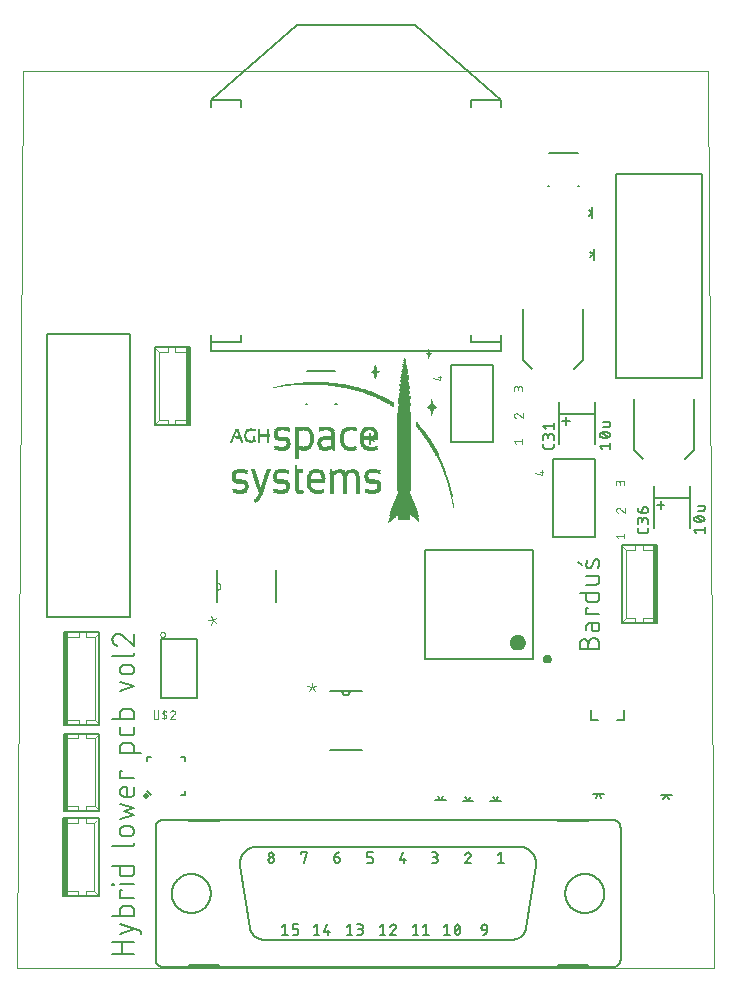
<source format=gto>
G75*
%MOIN*%
%OFA0B0*%
%FSLAX25Y25*%
%IPPOS*%
%LPD*%
%AMOC8*
5,1,8,0,0,1.08239X$1,22.5*
%
%ADD10C,0.00000*%
%ADD11C,0.00600*%
%ADD12C,0.00800*%
%ADD13C,0.00400*%
%ADD14C,0.00787*%
%ADD15C,0.00500*%
%ADD16C,0.00300*%
%ADD17C,0.02000*%
%ADD18C,0.00200*%
%ADD19R,0.01476X0.30512*%
%ADD20R,0.01476X0.25591*%
%ADD21C,0.00700*%
%ADD22R,0.00138X0.00138*%
%ADD23R,0.00276X0.00138*%
%ADD24R,0.00413X0.00138*%
%ADD25R,0.00551X0.00138*%
%ADD26R,0.00689X0.00138*%
%ADD27R,0.00965X0.00138*%
%ADD28R,0.01791X0.00138*%
%ADD29R,0.00827X0.00138*%
%ADD30R,0.01102X0.00138*%
%ADD31R,0.03858X0.00138*%
%ADD32R,0.01240X0.00138*%
%ADD33R,0.01378X0.00138*%
%ADD34R,0.01516X0.00138*%
%ADD35R,0.01654X0.00138*%
%ADD36R,0.01929X0.00138*%
%ADD37R,0.02067X0.00138*%
%ADD38R,0.02205X0.00138*%
%ADD39R,0.02343X0.00138*%
%ADD40R,0.03720X0.00138*%
%ADD41R,0.02480X0.00138*%
%ADD42R,0.06614X0.00138*%
%ADD43R,0.02756X0.00138*%
%ADD44R,0.09508X0.00138*%
%ADD45R,0.09232X0.00138*%
%ADD46R,0.09094X0.00138*%
%ADD47R,0.08957X0.00138*%
%ADD48R,0.08681X0.00138*%
%ADD49R,0.08406X0.00138*%
%ADD50R,0.08130X0.00138*%
%ADD51R,0.07854X0.00138*%
%ADD52R,0.07717X0.00138*%
%ADD53R,0.07579X0.00138*%
%ADD54R,0.07303X0.00138*%
%ADD55R,0.07028X0.00138*%
%ADD56R,0.06890X0.00138*%
%ADD57R,0.06752X0.00138*%
%ADD58R,0.06476X0.00138*%
%ADD59R,0.06201X0.00138*%
%ADD60R,0.05925X0.00138*%
%ADD61R,0.05650X0.00138*%
%ADD62R,0.05512X0.00138*%
%ADD63R,0.05374X0.00138*%
%ADD64R,0.05098X0.00138*%
%ADD65R,0.04823X0.00138*%
%ADD66R,0.04685X0.00138*%
%ADD67R,0.04547X0.00138*%
%ADD68R,0.04272X0.00138*%
%ADD69R,0.02894X0.00138*%
%ADD70R,0.04409X0.00138*%
%ADD71R,0.04134X0.00138*%
%ADD72R,0.02618X0.00138*%
%ADD73R,0.04961X0.00138*%
%ADD74R,0.06063X0.00138*%
%ADD75R,0.03996X0.00138*%
%ADD76R,0.03307X0.00138*%
%ADD77R,0.05236X0.00138*%
%ADD78R,0.03445X0.00138*%
%ADD79R,0.03169X0.00138*%
%ADD80R,0.03583X0.00138*%
%ADD81R,0.03031X0.00138*%
%ADD82R,0.05787X0.00138*%
%ADD83R,0.06339X0.00138*%
%ADD84R,0.10197X0.00138*%
%ADD85R,0.16673X0.00138*%
%ADD86R,0.14744X0.00138*%
%ADD87R,0.12126X0.00138*%
%ADD88R,0.08819X0.00138*%
D10*
X0006969Y0009400D02*
X0008937Y0308613D01*
X0237283Y0308613D01*
X0239252Y0009400D01*
X0006969Y0009400D01*
X0073456Y0135586D02*
X0073525Y0135588D01*
X0073593Y0135594D01*
X0073661Y0135604D01*
X0073728Y0135617D01*
X0073794Y0135635D01*
X0073859Y0135656D01*
X0073923Y0135681D01*
X0073985Y0135709D01*
X0074046Y0135741D01*
X0074105Y0135776D01*
X0074161Y0135815D01*
X0074216Y0135857D01*
X0074267Y0135902D01*
X0074317Y0135950D01*
X0074363Y0136000D01*
X0074406Y0136053D01*
X0074447Y0136109D01*
X0074484Y0136166D01*
X0074517Y0136226D01*
X0074548Y0136288D01*
X0074574Y0136351D01*
X0074597Y0136415D01*
X0074617Y0136481D01*
X0074632Y0136548D01*
X0074644Y0136615D01*
X0074652Y0136683D01*
X0074656Y0136752D01*
X0074656Y0136820D01*
X0074652Y0136889D01*
X0074644Y0136957D01*
X0074632Y0137024D01*
X0074617Y0137091D01*
X0074597Y0137157D01*
X0074574Y0137221D01*
X0074548Y0137284D01*
X0074517Y0137346D01*
X0074484Y0137406D01*
X0074447Y0137463D01*
X0074406Y0137519D01*
X0074363Y0137572D01*
X0074317Y0137622D01*
X0074267Y0137670D01*
X0074216Y0137715D01*
X0074161Y0137757D01*
X0074105Y0137796D01*
X0074046Y0137831D01*
X0073985Y0137863D01*
X0073923Y0137891D01*
X0073859Y0137916D01*
X0073794Y0137937D01*
X0073728Y0137955D01*
X0073661Y0137968D01*
X0073593Y0137978D01*
X0073525Y0137984D01*
X0073456Y0137986D01*
D11*
X0073456Y0135586D01*
X0073456Y0131386D01*
X0073456Y0137986D02*
X0073456Y0142186D01*
X0093056Y0142186D02*
X0093056Y0131386D01*
X0111100Y0101700D02*
X0115300Y0101700D01*
X0117700Y0101700D01*
X0121900Y0101700D01*
X0117700Y0101700D02*
X0117698Y0101631D01*
X0117692Y0101563D01*
X0117682Y0101495D01*
X0117669Y0101428D01*
X0117651Y0101362D01*
X0117630Y0101297D01*
X0117605Y0101233D01*
X0117577Y0101171D01*
X0117545Y0101110D01*
X0117510Y0101051D01*
X0117471Y0100995D01*
X0117429Y0100940D01*
X0117384Y0100889D01*
X0117336Y0100839D01*
X0117286Y0100793D01*
X0117233Y0100750D01*
X0117177Y0100709D01*
X0117120Y0100672D01*
X0117060Y0100639D01*
X0116998Y0100608D01*
X0116935Y0100582D01*
X0116871Y0100559D01*
X0116805Y0100539D01*
X0116738Y0100524D01*
X0116671Y0100512D01*
X0116603Y0100504D01*
X0116534Y0100500D01*
X0116466Y0100500D01*
X0116397Y0100504D01*
X0116329Y0100512D01*
X0116262Y0100524D01*
X0116195Y0100539D01*
X0116129Y0100559D01*
X0116065Y0100582D01*
X0116002Y0100608D01*
X0115940Y0100639D01*
X0115880Y0100672D01*
X0115823Y0100709D01*
X0115767Y0100750D01*
X0115714Y0100793D01*
X0115664Y0100839D01*
X0115616Y0100889D01*
X0115571Y0100940D01*
X0115529Y0100995D01*
X0115490Y0101051D01*
X0115455Y0101110D01*
X0115423Y0101171D01*
X0115395Y0101233D01*
X0115370Y0101297D01*
X0115349Y0101362D01*
X0115331Y0101428D01*
X0115318Y0101495D01*
X0115308Y0101563D01*
X0115302Y0101631D01*
X0115300Y0101700D01*
X0111100Y0082100D02*
X0121900Y0082100D01*
X0086500Y0049900D02*
X0174500Y0049900D01*
X0174643Y0049898D01*
X0174787Y0049892D01*
X0174930Y0049883D01*
X0175072Y0049869D01*
X0175215Y0049852D01*
X0175357Y0049830D01*
X0175498Y0049805D01*
X0175638Y0049776D01*
X0175778Y0049744D01*
X0175917Y0049707D01*
X0176054Y0049667D01*
X0176191Y0049623D01*
X0176326Y0049576D01*
X0176460Y0049524D01*
X0176593Y0049470D01*
X0176723Y0049411D01*
X0176853Y0049349D01*
X0176980Y0049284D01*
X0177106Y0049215D01*
X0177230Y0049143D01*
X0177352Y0049067D01*
X0177472Y0048989D01*
X0177590Y0048907D01*
X0177705Y0048821D01*
X0177818Y0048733D01*
X0177929Y0048642D01*
X0178037Y0048548D01*
X0178142Y0048451D01*
X0178245Y0048351D01*
X0178345Y0048248D01*
X0178442Y0048143D01*
X0178537Y0048035D01*
X0178628Y0047924D01*
X0178717Y0047811D01*
X0178802Y0047696D01*
X0178884Y0047579D01*
X0178963Y0047459D01*
X0179039Y0047337D01*
X0179111Y0047213D01*
X0179180Y0047088D01*
X0179246Y0046960D01*
X0179308Y0046831D01*
X0179367Y0046700D01*
X0179422Y0046568D01*
X0179473Y0046434D01*
X0179521Y0046299D01*
X0179565Y0046162D01*
X0179606Y0046025D01*
X0179642Y0045886D01*
X0179675Y0045746D01*
X0179704Y0045606D01*
X0179730Y0045465D01*
X0179751Y0045323D01*
X0179769Y0045181D01*
X0179783Y0045038D01*
X0179793Y0044895D01*
X0179799Y0044752D01*
X0179801Y0044608D01*
X0179799Y0044465D01*
X0179794Y0044322D01*
X0179784Y0044179D01*
X0179771Y0044036D01*
X0179754Y0043893D01*
X0179733Y0043752D01*
X0179708Y0043610D01*
X0179679Y0043470D01*
X0179700Y0043500D02*
X0176600Y0022900D01*
X0176653Y0022963D02*
X0176617Y0022823D01*
X0176578Y0022684D01*
X0176534Y0022546D01*
X0176488Y0022410D01*
X0176437Y0022275D01*
X0176383Y0022141D01*
X0176325Y0022009D01*
X0176263Y0021878D01*
X0176198Y0021749D01*
X0176130Y0021622D01*
X0176058Y0021497D01*
X0175982Y0021373D01*
X0175904Y0021252D01*
X0175822Y0021133D01*
X0175737Y0021017D01*
X0175648Y0020903D01*
X0175557Y0020791D01*
X0175463Y0020682D01*
X0175365Y0020575D01*
X0175265Y0020471D01*
X0175162Y0020370D01*
X0175056Y0020271D01*
X0174948Y0020176D01*
X0174837Y0020083D01*
X0174724Y0019994D01*
X0174608Y0019908D01*
X0174490Y0019825D01*
X0174370Y0019745D01*
X0174247Y0019668D01*
X0174123Y0019595D01*
X0173996Y0019525D01*
X0173868Y0019459D01*
X0173738Y0019396D01*
X0173606Y0019337D01*
X0173473Y0019281D01*
X0173338Y0019229D01*
X0173202Y0019181D01*
X0173065Y0019137D01*
X0172926Y0019096D01*
X0172787Y0019059D01*
X0172646Y0019026D01*
X0172505Y0018996D01*
X0172363Y0018971D01*
X0172220Y0018949D01*
X0172077Y0018932D01*
X0171933Y0018918D01*
X0171789Y0018908D01*
X0171645Y0018902D01*
X0171500Y0018900D01*
X0089500Y0018900D01*
X0089355Y0018902D01*
X0089209Y0018908D01*
X0089064Y0018918D01*
X0088920Y0018932D01*
X0088775Y0018950D01*
X0088632Y0018972D01*
X0088489Y0018997D01*
X0088346Y0019027D01*
X0088205Y0019061D01*
X0088065Y0019098D01*
X0087925Y0019139D01*
X0087787Y0019184D01*
X0087650Y0019233D01*
X0087515Y0019286D01*
X0087381Y0019342D01*
X0087248Y0019402D01*
X0087117Y0019466D01*
X0086989Y0019533D01*
X0086861Y0019603D01*
X0086736Y0019678D01*
X0086613Y0019755D01*
X0086493Y0019836D01*
X0086374Y0019920D01*
X0086258Y0020007D01*
X0086144Y0020098D01*
X0086033Y0020191D01*
X0085924Y0020288D01*
X0085818Y0020387D01*
X0085715Y0020490D01*
X0085615Y0020595D01*
X0085517Y0020703D01*
X0085423Y0020813D01*
X0085332Y0020927D01*
X0085244Y0021042D01*
X0085159Y0021160D01*
X0085077Y0021280D01*
X0084998Y0021403D01*
X0084923Y0021527D01*
X0084852Y0021654D01*
X0084784Y0021782D01*
X0084719Y0021912D01*
X0084658Y0022044D01*
X0084601Y0022178D01*
X0084547Y0022313D01*
X0084497Y0022449D01*
X0084451Y0022587D01*
X0084409Y0022726D01*
X0084370Y0022867D01*
X0084400Y0022800D02*
X0081300Y0043600D01*
X0081303Y0043561D02*
X0081277Y0043703D01*
X0081254Y0043845D01*
X0081235Y0043988D01*
X0081221Y0044131D01*
X0081210Y0044275D01*
X0081203Y0044419D01*
X0081200Y0044563D01*
X0081201Y0044707D01*
X0081206Y0044851D01*
X0081215Y0044995D01*
X0081227Y0045139D01*
X0081244Y0045282D01*
X0081265Y0045425D01*
X0081289Y0045567D01*
X0081317Y0045708D01*
X0081349Y0045849D01*
X0081385Y0045989D01*
X0081425Y0046127D01*
X0081468Y0046265D01*
X0081515Y0046401D01*
X0081566Y0046536D01*
X0081621Y0046669D01*
X0081679Y0046801D01*
X0081740Y0046932D01*
X0081806Y0047060D01*
X0081874Y0047187D01*
X0081946Y0047312D01*
X0082022Y0047435D01*
X0082100Y0047555D01*
X0082182Y0047674D01*
X0082268Y0047790D01*
X0082356Y0047904D01*
X0082447Y0048016D01*
X0082542Y0048125D01*
X0082639Y0048231D01*
X0082739Y0048335D01*
X0082842Y0048436D01*
X0082948Y0048534D01*
X0083056Y0048629D01*
X0083167Y0048721D01*
X0083280Y0048810D01*
X0083396Y0048896D01*
X0083514Y0048979D01*
X0083634Y0049058D01*
X0083757Y0049135D01*
X0083881Y0049208D01*
X0084007Y0049277D01*
X0084135Y0049343D01*
X0084265Y0049406D01*
X0084397Y0049465D01*
X0084530Y0049520D01*
X0084665Y0049572D01*
X0084800Y0049620D01*
X0084938Y0049664D01*
X0085076Y0049705D01*
X0085215Y0049742D01*
X0085356Y0049775D01*
X0085497Y0049804D01*
X0085639Y0049830D01*
X0085781Y0049851D01*
X0085924Y0049869D01*
X0086068Y0049882D01*
X0086212Y0049892D01*
X0086356Y0049898D01*
X0086500Y0049900D01*
X0074000Y0058400D02*
X0074000Y0058900D01*
X0064000Y0058900D01*
X0055500Y0058900D01*
X0055402Y0058898D01*
X0055304Y0058892D01*
X0055206Y0058883D01*
X0055109Y0058869D01*
X0055012Y0058852D01*
X0054916Y0058831D01*
X0054821Y0058806D01*
X0054727Y0058778D01*
X0054635Y0058745D01*
X0054543Y0058710D01*
X0054453Y0058670D01*
X0054365Y0058628D01*
X0054278Y0058581D01*
X0054194Y0058532D01*
X0054111Y0058479D01*
X0054031Y0058423D01*
X0053952Y0058363D01*
X0053876Y0058301D01*
X0053803Y0058236D01*
X0053732Y0058168D01*
X0053664Y0058097D01*
X0053599Y0058024D01*
X0053537Y0057948D01*
X0053477Y0057869D01*
X0053421Y0057789D01*
X0053368Y0057706D01*
X0053319Y0057622D01*
X0053272Y0057535D01*
X0053230Y0057447D01*
X0053190Y0057357D01*
X0053155Y0057265D01*
X0053122Y0057173D01*
X0053094Y0057079D01*
X0053069Y0056984D01*
X0053048Y0056888D01*
X0053031Y0056791D01*
X0053017Y0056694D01*
X0053008Y0056596D01*
X0053002Y0056498D01*
X0053000Y0056400D01*
X0053000Y0012400D01*
X0053002Y0012302D01*
X0053008Y0012204D01*
X0053017Y0012106D01*
X0053031Y0012009D01*
X0053048Y0011912D01*
X0053069Y0011816D01*
X0053094Y0011721D01*
X0053122Y0011627D01*
X0053155Y0011535D01*
X0053190Y0011443D01*
X0053230Y0011353D01*
X0053272Y0011265D01*
X0053319Y0011178D01*
X0053368Y0011094D01*
X0053421Y0011011D01*
X0053477Y0010931D01*
X0053537Y0010852D01*
X0053599Y0010776D01*
X0053664Y0010703D01*
X0053732Y0010632D01*
X0053803Y0010564D01*
X0053876Y0010499D01*
X0053952Y0010437D01*
X0054031Y0010377D01*
X0054111Y0010321D01*
X0054194Y0010268D01*
X0054278Y0010219D01*
X0054365Y0010172D01*
X0054453Y0010130D01*
X0054543Y0010090D01*
X0054635Y0010055D01*
X0054727Y0010022D01*
X0054821Y0009994D01*
X0054916Y0009969D01*
X0055012Y0009948D01*
X0055109Y0009931D01*
X0055206Y0009917D01*
X0055304Y0009908D01*
X0055402Y0009902D01*
X0055500Y0009900D01*
X0064000Y0009900D01*
X0074000Y0009900D01*
X0187000Y0009900D01*
X0197000Y0009900D01*
X0205500Y0009900D01*
X0205598Y0009902D01*
X0205696Y0009908D01*
X0205794Y0009917D01*
X0205891Y0009931D01*
X0205988Y0009948D01*
X0206084Y0009969D01*
X0206179Y0009994D01*
X0206273Y0010022D01*
X0206365Y0010055D01*
X0206457Y0010090D01*
X0206547Y0010130D01*
X0206635Y0010172D01*
X0206722Y0010219D01*
X0206806Y0010268D01*
X0206889Y0010321D01*
X0206969Y0010377D01*
X0207048Y0010437D01*
X0207124Y0010499D01*
X0207197Y0010564D01*
X0207268Y0010632D01*
X0207336Y0010703D01*
X0207401Y0010776D01*
X0207463Y0010852D01*
X0207523Y0010931D01*
X0207579Y0011011D01*
X0207632Y0011094D01*
X0207681Y0011178D01*
X0207728Y0011265D01*
X0207770Y0011353D01*
X0207810Y0011443D01*
X0207845Y0011535D01*
X0207878Y0011627D01*
X0207906Y0011721D01*
X0207931Y0011816D01*
X0207952Y0011912D01*
X0207969Y0012009D01*
X0207983Y0012106D01*
X0207992Y0012204D01*
X0207998Y0012302D01*
X0208000Y0012400D01*
X0208000Y0056400D01*
X0207998Y0056498D01*
X0207992Y0056596D01*
X0207983Y0056694D01*
X0207969Y0056791D01*
X0207952Y0056888D01*
X0207931Y0056984D01*
X0207906Y0057079D01*
X0207878Y0057173D01*
X0207845Y0057265D01*
X0207810Y0057357D01*
X0207770Y0057447D01*
X0207728Y0057535D01*
X0207681Y0057622D01*
X0207632Y0057706D01*
X0207579Y0057789D01*
X0207523Y0057869D01*
X0207463Y0057948D01*
X0207401Y0058024D01*
X0207336Y0058097D01*
X0207268Y0058168D01*
X0207197Y0058236D01*
X0207124Y0058301D01*
X0207048Y0058363D01*
X0206969Y0058423D01*
X0206889Y0058479D01*
X0206806Y0058532D01*
X0206722Y0058581D01*
X0206635Y0058628D01*
X0206547Y0058670D01*
X0206457Y0058710D01*
X0206365Y0058745D01*
X0206273Y0058778D01*
X0206179Y0058806D01*
X0206084Y0058831D01*
X0205988Y0058852D01*
X0205891Y0058869D01*
X0205794Y0058883D01*
X0205696Y0058892D01*
X0205598Y0058898D01*
X0205500Y0058900D01*
X0197000Y0058900D01*
X0187000Y0058900D01*
X0074000Y0058900D01*
X0074000Y0058400D02*
X0064000Y0058400D01*
X0064000Y0058900D01*
X0048306Y0081173D02*
X0041032Y0081173D01*
X0041032Y0083194D01*
X0041034Y0083262D01*
X0041040Y0083330D01*
X0041049Y0083397D01*
X0041062Y0083464D01*
X0041079Y0083530D01*
X0041100Y0083594D01*
X0041124Y0083658D01*
X0041152Y0083720D01*
X0041183Y0083780D01*
X0041218Y0083839D01*
X0041256Y0083895D01*
X0041296Y0083950D01*
X0041340Y0084002D01*
X0041387Y0084051D01*
X0041436Y0084098D01*
X0041488Y0084142D01*
X0041543Y0084182D01*
X0041599Y0084220D01*
X0041658Y0084255D01*
X0041718Y0084286D01*
X0041780Y0084314D01*
X0041844Y0084338D01*
X0041908Y0084359D01*
X0041974Y0084376D01*
X0042041Y0084389D01*
X0042108Y0084398D01*
X0042176Y0084404D01*
X0042244Y0084406D01*
X0044669Y0084406D01*
X0044737Y0084404D01*
X0044805Y0084398D01*
X0044872Y0084389D01*
X0044939Y0084376D01*
X0045005Y0084359D01*
X0045069Y0084338D01*
X0045133Y0084314D01*
X0045195Y0084286D01*
X0045255Y0084255D01*
X0045314Y0084220D01*
X0045370Y0084182D01*
X0045425Y0084142D01*
X0045477Y0084098D01*
X0045526Y0084051D01*
X0045573Y0084002D01*
X0045617Y0083950D01*
X0045657Y0083895D01*
X0045695Y0083839D01*
X0045730Y0083780D01*
X0045761Y0083720D01*
X0045789Y0083658D01*
X0045813Y0083594D01*
X0045834Y0083530D01*
X0045851Y0083464D01*
X0045864Y0083397D01*
X0045873Y0083330D01*
X0045879Y0083262D01*
X0045881Y0083194D01*
X0045881Y0081173D01*
X0044669Y0087040D02*
X0042244Y0087040D01*
X0042176Y0087042D01*
X0042108Y0087048D01*
X0042041Y0087057D01*
X0041974Y0087070D01*
X0041908Y0087087D01*
X0041844Y0087108D01*
X0041780Y0087132D01*
X0041718Y0087160D01*
X0041658Y0087191D01*
X0041599Y0087226D01*
X0041543Y0087264D01*
X0041488Y0087304D01*
X0041436Y0087348D01*
X0041387Y0087395D01*
X0041340Y0087444D01*
X0041296Y0087496D01*
X0041256Y0087551D01*
X0041218Y0087607D01*
X0041183Y0087666D01*
X0041152Y0087726D01*
X0041124Y0087788D01*
X0041100Y0087852D01*
X0041079Y0087916D01*
X0041062Y0087982D01*
X0041049Y0088049D01*
X0041040Y0088116D01*
X0041034Y0088184D01*
X0041032Y0088252D01*
X0041032Y0089868D01*
X0041032Y0092492D02*
X0041032Y0094513D01*
X0041034Y0094581D01*
X0041040Y0094649D01*
X0041049Y0094716D01*
X0041062Y0094783D01*
X0041079Y0094849D01*
X0041100Y0094913D01*
X0041124Y0094977D01*
X0041152Y0095039D01*
X0041183Y0095099D01*
X0041218Y0095158D01*
X0041256Y0095214D01*
X0041296Y0095269D01*
X0041340Y0095321D01*
X0041387Y0095370D01*
X0041436Y0095417D01*
X0041488Y0095461D01*
X0041543Y0095501D01*
X0041599Y0095539D01*
X0041658Y0095574D01*
X0041718Y0095605D01*
X0041780Y0095633D01*
X0041844Y0095657D01*
X0041908Y0095678D01*
X0041974Y0095695D01*
X0042041Y0095708D01*
X0042108Y0095717D01*
X0042176Y0095723D01*
X0042244Y0095725D01*
X0044669Y0095725D01*
X0044737Y0095723D01*
X0044805Y0095717D01*
X0044872Y0095708D01*
X0044939Y0095695D01*
X0045005Y0095678D01*
X0045069Y0095657D01*
X0045133Y0095633D01*
X0045195Y0095605D01*
X0045255Y0095574D01*
X0045314Y0095539D01*
X0045370Y0095501D01*
X0045425Y0095461D01*
X0045477Y0095417D01*
X0045526Y0095370D01*
X0045573Y0095321D01*
X0045617Y0095269D01*
X0045657Y0095214D01*
X0045695Y0095158D01*
X0045730Y0095099D01*
X0045761Y0095039D01*
X0045789Y0094977D01*
X0045813Y0094913D01*
X0045834Y0094849D01*
X0045851Y0094783D01*
X0045864Y0094716D01*
X0045873Y0094649D01*
X0045879Y0094581D01*
X0045881Y0094513D01*
X0045881Y0092492D01*
X0038607Y0092492D01*
X0044669Y0087040D02*
X0044737Y0087042D01*
X0044805Y0087048D01*
X0044872Y0087057D01*
X0044939Y0087070D01*
X0045005Y0087087D01*
X0045069Y0087108D01*
X0045133Y0087132D01*
X0045195Y0087160D01*
X0045255Y0087191D01*
X0045314Y0087226D01*
X0045370Y0087264D01*
X0045425Y0087304D01*
X0045477Y0087348D01*
X0045526Y0087395D01*
X0045573Y0087444D01*
X0045617Y0087496D01*
X0045657Y0087551D01*
X0045695Y0087607D01*
X0045730Y0087666D01*
X0045761Y0087726D01*
X0045789Y0087788D01*
X0045813Y0087852D01*
X0045834Y0087916D01*
X0045851Y0087982D01*
X0045864Y0088049D01*
X0045873Y0088116D01*
X0045879Y0088184D01*
X0045881Y0088252D01*
X0045881Y0089868D01*
X0041032Y0101748D02*
X0045881Y0103364D01*
X0041032Y0104981D01*
X0042648Y0107407D02*
X0044265Y0107407D01*
X0044265Y0107408D02*
X0044344Y0107410D01*
X0044423Y0107416D01*
X0044502Y0107425D01*
X0044580Y0107439D01*
X0044658Y0107456D01*
X0044734Y0107478D01*
X0044809Y0107502D01*
X0044883Y0107531D01*
X0044956Y0107563D01*
X0045027Y0107599D01*
X0045096Y0107638D01*
X0045163Y0107680D01*
X0045228Y0107726D01*
X0045290Y0107775D01*
X0045350Y0107827D01*
X0045408Y0107881D01*
X0045462Y0107939D01*
X0045514Y0107999D01*
X0045563Y0108061D01*
X0045609Y0108126D01*
X0045651Y0108193D01*
X0045690Y0108262D01*
X0045726Y0108333D01*
X0045758Y0108406D01*
X0045787Y0108480D01*
X0045811Y0108555D01*
X0045833Y0108631D01*
X0045850Y0108709D01*
X0045864Y0108787D01*
X0045873Y0108866D01*
X0045879Y0108945D01*
X0045881Y0109024D01*
X0045879Y0109103D01*
X0045873Y0109182D01*
X0045864Y0109261D01*
X0045850Y0109339D01*
X0045833Y0109417D01*
X0045811Y0109493D01*
X0045787Y0109568D01*
X0045758Y0109642D01*
X0045726Y0109715D01*
X0045690Y0109786D01*
X0045651Y0109855D01*
X0045609Y0109922D01*
X0045563Y0109987D01*
X0045514Y0110049D01*
X0045462Y0110109D01*
X0045408Y0110167D01*
X0045350Y0110221D01*
X0045290Y0110273D01*
X0045228Y0110322D01*
X0045163Y0110368D01*
X0045096Y0110410D01*
X0045027Y0110449D01*
X0044956Y0110485D01*
X0044883Y0110517D01*
X0044809Y0110546D01*
X0044734Y0110570D01*
X0044658Y0110592D01*
X0044580Y0110609D01*
X0044502Y0110623D01*
X0044423Y0110632D01*
X0044344Y0110638D01*
X0044265Y0110640D01*
X0042648Y0110640D01*
X0042569Y0110638D01*
X0042490Y0110632D01*
X0042411Y0110623D01*
X0042333Y0110609D01*
X0042255Y0110592D01*
X0042179Y0110570D01*
X0042104Y0110546D01*
X0042030Y0110517D01*
X0041957Y0110485D01*
X0041886Y0110449D01*
X0041817Y0110410D01*
X0041750Y0110368D01*
X0041685Y0110322D01*
X0041623Y0110273D01*
X0041563Y0110221D01*
X0041505Y0110167D01*
X0041451Y0110109D01*
X0041399Y0110049D01*
X0041350Y0109987D01*
X0041304Y0109922D01*
X0041262Y0109855D01*
X0041223Y0109786D01*
X0041187Y0109715D01*
X0041155Y0109642D01*
X0041126Y0109568D01*
X0041102Y0109493D01*
X0041080Y0109417D01*
X0041063Y0109339D01*
X0041049Y0109261D01*
X0041040Y0109182D01*
X0041034Y0109103D01*
X0041032Y0109024D01*
X0041034Y0108945D01*
X0041040Y0108866D01*
X0041049Y0108787D01*
X0041063Y0108709D01*
X0041080Y0108631D01*
X0041102Y0108555D01*
X0041126Y0108480D01*
X0041155Y0108406D01*
X0041187Y0108333D01*
X0041223Y0108262D01*
X0041262Y0108193D01*
X0041304Y0108126D01*
X0041350Y0108061D01*
X0041399Y0107999D01*
X0041451Y0107939D01*
X0041505Y0107881D01*
X0041563Y0107827D01*
X0041623Y0107775D01*
X0041685Y0107726D01*
X0041750Y0107680D01*
X0041817Y0107638D01*
X0041886Y0107599D01*
X0041957Y0107563D01*
X0042030Y0107531D01*
X0042104Y0107502D01*
X0042179Y0107478D01*
X0042255Y0107456D01*
X0042333Y0107439D01*
X0042411Y0107425D01*
X0042490Y0107416D01*
X0042569Y0107410D01*
X0042648Y0107408D01*
X0044669Y0113420D02*
X0038607Y0113420D01*
X0041840Y0120399D02*
X0041778Y0120461D01*
X0041714Y0120520D01*
X0041646Y0120577D01*
X0041576Y0120630D01*
X0041504Y0120680D01*
X0041430Y0120727D01*
X0041354Y0120771D01*
X0041275Y0120811D01*
X0041195Y0120847D01*
X0041114Y0120880D01*
X0041031Y0120909D01*
X0040947Y0120934D01*
X0040862Y0120956D01*
X0040776Y0120973D01*
X0040689Y0120987D01*
X0040601Y0120997D01*
X0040514Y0121003D01*
X0040426Y0121005D01*
X0041840Y0120399D02*
X0045881Y0116964D01*
X0045881Y0121005D01*
X0040223Y0116964D02*
X0040134Y0116995D01*
X0040046Y0117029D01*
X0039959Y0117067D01*
X0039874Y0117109D01*
X0039790Y0117154D01*
X0039709Y0117203D01*
X0039629Y0117254D01*
X0039552Y0117309D01*
X0039477Y0117367D01*
X0039405Y0117428D01*
X0039335Y0117492D01*
X0039267Y0117559D01*
X0039203Y0117628D01*
X0039141Y0117700D01*
X0039082Y0117774D01*
X0039026Y0117851D01*
X0038974Y0117929D01*
X0038924Y0118010D01*
X0038878Y0118093D01*
X0038836Y0118178D01*
X0038797Y0118264D01*
X0038761Y0118352D01*
X0038729Y0118441D01*
X0038701Y0118532D01*
X0038676Y0118623D01*
X0038655Y0118715D01*
X0038638Y0118809D01*
X0038624Y0118902D01*
X0038615Y0118997D01*
X0038609Y0119091D01*
X0038607Y0119186D01*
X0038609Y0119270D01*
X0038615Y0119354D01*
X0038624Y0119437D01*
X0038638Y0119520D01*
X0038655Y0119602D01*
X0038676Y0119684D01*
X0038701Y0119764D01*
X0038730Y0119843D01*
X0038762Y0119921D01*
X0038798Y0119997D01*
X0038837Y0120071D01*
X0038879Y0120144D01*
X0038925Y0120214D01*
X0038974Y0120282D01*
X0039027Y0120348D01*
X0039082Y0120411D01*
X0039140Y0120472D01*
X0039201Y0120530D01*
X0039264Y0120585D01*
X0039330Y0120638D01*
X0039398Y0120687D01*
X0039468Y0120733D01*
X0039541Y0120775D01*
X0039615Y0120814D01*
X0039691Y0120850D01*
X0039769Y0120882D01*
X0039848Y0120911D01*
X0039928Y0120936D01*
X0040010Y0120957D01*
X0040092Y0120974D01*
X0040175Y0120988D01*
X0040258Y0120997D01*
X0040342Y0121003D01*
X0040426Y0121005D01*
X0045881Y0114632D02*
X0045879Y0114564D01*
X0045873Y0114496D01*
X0045864Y0114429D01*
X0045851Y0114362D01*
X0045834Y0114296D01*
X0045813Y0114232D01*
X0045789Y0114168D01*
X0045761Y0114106D01*
X0045730Y0114046D01*
X0045695Y0113987D01*
X0045657Y0113931D01*
X0045617Y0113876D01*
X0045573Y0113824D01*
X0045526Y0113775D01*
X0045477Y0113728D01*
X0045425Y0113684D01*
X0045370Y0113644D01*
X0045314Y0113606D01*
X0045255Y0113571D01*
X0045195Y0113540D01*
X0045133Y0113512D01*
X0045069Y0113488D01*
X0045005Y0113467D01*
X0044939Y0113450D01*
X0044872Y0113437D01*
X0044805Y0113428D01*
X0044737Y0113422D01*
X0044669Y0113420D01*
X0041840Y0075227D02*
X0041032Y0075227D01*
X0041032Y0072802D01*
X0045881Y0072802D01*
X0045881Y0069892D02*
X0045881Y0067871D01*
X0045879Y0067803D01*
X0045873Y0067735D01*
X0045864Y0067668D01*
X0045851Y0067601D01*
X0045834Y0067535D01*
X0045813Y0067471D01*
X0045789Y0067407D01*
X0045761Y0067345D01*
X0045730Y0067285D01*
X0045695Y0067226D01*
X0045657Y0067170D01*
X0045617Y0067115D01*
X0045573Y0067063D01*
X0045526Y0067014D01*
X0045477Y0066967D01*
X0045425Y0066923D01*
X0045370Y0066883D01*
X0045314Y0066845D01*
X0045255Y0066810D01*
X0045195Y0066779D01*
X0045133Y0066751D01*
X0045069Y0066727D01*
X0045005Y0066706D01*
X0044939Y0066689D01*
X0044872Y0066676D01*
X0044805Y0066667D01*
X0044737Y0066661D01*
X0044669Y0066659D01*
X0042648Y0066659D01*
X0043456Y0066659D02*
X0043456Y0069892D01*
X0042648Y0069892D01*
X0042569Y0069890D01*
X0042490Y0069884D01*
X0042411Y0069875D01*
X0042333Y0069861D01*
X0042255Y0069844D01*
X0042179Y0069822D01*
X0042104Y0069798D01*
X0042030Y0069769D01*
X0041957Y0069737D01*
X0041886Y0069701D01*
X0041817Y0069662D01*
X0041750Y0069620D01*
X0041685Y0069574D01*
X0041623Y0069525D01*
X0041563Y0069473D01*
X0041505Y0069419D01*
X0041451Y0069361D01*
X0041399Y0069301D01*
X0041350Y0069239D01*
X0041304Y0069174D01*
X0041262Y0069107D01*
X0041223Y0069038D01*
X0041187Y0068967D01*
X0041155Y0068894D01*
X0041126Y0068820D01*
X0041102Y0068745D01*
X0041080Y0068669D01*
X0041063Y0068591D01*
X0041049Y0068513D01*
X0041040Y0068434D01*
X0041034Y0068355D01*
X0041032Y0068276D01*
X0041034Y0068197D01*
X0041040Y0068118D01*
X0041049Y0068039D01*
X0041063Y0067961D01*
X0041080Y0067883D01*
X0041102Y0067807D01*
X0041126Y0067732D01*
X0041155Y0067658D01*
X0041187Y0067585D01*
X0041223Y0067514D01*
X0041262Y0067445D01*
X0041304Y0067378D01*
X0041350Y0067313D01*
X0041399Y0067251D01*
X0041451Y0067191D01*
X0041505Y0067133D01*
X0041563Y0067079D01*
X0041623Y0067027D01*
X0041685Y0066978D01*
X0041750Y0066932D01*
X0041817Y0066890D01*
X0041886Y0066851D01*
X0041957Y0066815D01*
X0042030Y0066783D01*
X0042104Y0066754D01*
X0042179Y0066730D01*
X0042255Y0066708D01*
X0042333Y0066691D01*
X0042411Y0066677D01*
X0042490Y0066668D01*
X0042569Y0066662D01*
X0042648Y0066660D01*
X0041032Y0064135D02*
X0045881Y0062923D01*
X0042648Y0061711D01*
X0045881Y0060498D01*
X0041032Y0059286D01*
X0042648Y0056762D02*
X0044265Y0056762D01*
X0044344Y0056760D01*
X0044423Y0056754D01*
X0044502Y0056745D01*
X0044580Y0056731D01*
X0044658Y0056714D01*
X0044734Y0056692D01*
X0044809Y0056668D01*
X0044883Y0056639D01*
X0044956Y0056607D01*
X0045027Y0056571D01*
X0045096Y0056532D01*
X0045163Y0056490D01*
X0045228Y0056444D01*
X0045290Y0056395D01*
X0045350Y0056343D01*
X0045408Y0056289D01*
X0045462Y0056231D01*
X0045514Y0056171D01*
X0045563Y0056109D01*
X0045609Y0056044D01*
X0045651Y0055977D01*
X0045690Y0055908D01*
X0045726Y0055837D01*
X0045758Y0055764D01*
X0045787Y0055690D01*
X0045811Y0055615D01*
X0045833Y0055539D01*
X0045850Y0055461D01*
X0045864Y0055383D01*
X0045873Y0055304D01*
X0045879Y0055225D01*
X0045881Y0055146D01*
X0045879Y0055067D01*
X0045873Y0054988D01*
X0045864Y0054909D01*
X0045850Y0054831D01*
X0045833Y0054753D01*
X0045811Y0054677D01*
X0045787Y0054602D01*
X0045758Y0054528D01*
X0045726Y0054455D01*
X0045690Y0054384D01*
X0045651Y0054315D01*
X0045609Y0054248D01*
X0045563Y0054183D01*
X0045514Y0054121D01*
X0045462Y0054061D01*
X0045408Y0054003D01*
X0045350Y0053949D01*
X0045290Y0053897D01*
X0045228Y0053848D01*
X0045163Y0053802D01*
X0045096Y0053760D01*
X0045027Y0053721D01*
X0044956Y0053685D01*
X0044883Y0053653D01*
X0044809Y0053624D01*
X0044734Y0053600D01*
X0044658Y0053578D01*
X0044580Y0053561D01*
X0044502Y0053547D01*
X0044423Y0053538D01*
X0044344Y0053532D01*
X0044265Y0053530D01*
X0044265Y0053529D02*
X0042648Y0053529D01*
X0042648Y0053530D02*
X0042569Y0053532D01*
X0042490Y0053538D01*
X0042411Y0053547D01*
X0042333Y0053561D01*
X0042255Y0053578D01*
X0042179Y0053600D01*
X0042104Y0053624D01*
X0042030Y0053653D01*
X0041957Y0053685D01*
X0041886Y0053721D01*
X0041817Y0053760D01*
X0041750Y0053802D01*
X0041685Y0053848D01*
X0041623Y0053897D01*
X0041563Y0053949D01*
X0041505Y0054003D01*
X0041451Y0054061D01*
X0041399Y0054121D01*
X0041350Y0054183D01*
X0041304Y0054248D01*
X0041262Y0054315D01*
X0041223Y0054384D01*
X0041187Y0054455D01*
X0041155Y0054528D01*
X0041126Y0054602D01*
X0041102Y0054677D01*
X0041080Y0054753D01*
X0041063Y0054831D01*
X0041049Y0054909D01*
X0041040Y0054988D01*
X0041034Y0055067D01*
X0041032Y0055146D01*
X0041034Y0055225D01*
X0041040Y0055304D01*
X0041049Y0055383D01*
X0041063Y0055461D01*
X0041080Y0055539D01*
X0041102Y0055615D01*
X0041126Y0055690D01*
X0041155Y0055764D01*
X0041187Y0055837D01*
X0041223Y0055908D01*
X0041262Y0055977D01*
X0041304Y0056044D01*
X0041350Y0056109D01*
X0041399Y0056171D01*
X0041451Y0056231D01*
X0041505Y0056289D01*
X0041563Y0056343D01*
X0041623Y0056395D01*
X0041685Y0056444D01*
X0041750Y0056490D01*
X0041817Y0056532D01*
X0041886Y0056571D01*
X0041957Y0056607D01*
X0042030Y0056639D01*
X0042104Y0056668D01*
X0042179Y0056692D01*
X0042255Y0056714D01*
X0042333Y0056731D01*
X0042411Y0056745D01*
X0042490Y0056754D01*
X0042569Y0056760D01*
X0042648Y0056762D01*
X0045881Y0051247D02*
X0045879Y0051179D01*
X0045873Y0051111D01*
X0045864Y0051044D01*
X0045851Y0050977D01*
X0045834Y0050911D01*
X0045813Y0050847D01*
X0045789Y0050783D01*
X0045761Y0050721D01*
X0045730Y0050661D01*
X0045695Y0050602D01*
X0045657Y0050546D01*
X0045617Y0050491D01*
X0045573Y0050439D01*
X0045526Y0050390D01*
X0045477Y0050343D01*
X0045425Y0050299D01*
X0045370Y0050259D01*
X0045314Y0050221D01*
X0045255Y0050186D01*
X0045195Y0050155D01*
X0045133Y0050127D01*
X0045069Y0050103D01*
X0045005Y0050082D01*
X0044939Y0050065D01*
X0044872Y0050052D01*
X0044805Y0050043D01*
X0044737Y0050037D01*
X0044669Y0050035D01*
X0044669Y0050034D02*
X0038607Y0050034D01*
X0038607Y0043380D02*
X0045881Y0043380D01*
X0045881Y0041359D01*
X0045879Y0041291D01*
X0045873Y0041223D01*
X0045864Y0041156D01*
X0045851Y0041089D01*
X0045834Y0041023D01*
X0045813Y0040959D01*
X0045789Y0040895D01*
X0045761Y0040833D01*
X0045730Y0040773D01*
X0045695Y0040714D01*
X0045657Y0040658D01*
X0045617Y0040603D01*
X0045573Y0040551D01*
X0045526Y0040502D01*
X0045477Y0040455D01*
X0045425Y0040411D01*
X0045370Y0040371D01*
X0045314Y0040333D01*
X0045255Y0040298D01*
X0045195Y0040267D01*
X0045133Y0040239D01*
X0045069Y0040215D01*
X0045005Y0040194D01*
X0044939Y0040177D01*
X0044872Y0040164D01*
X0044805Y0040155D01*
X0044737Y0040149D01*
X0044669Y0040147D01*
X0042244Y0040147D01*
X0042176Y0040149D01*
X0042108Y0040155D01*
X0042041Y0040164D01*
X0041974Y0040177D01*
X0041908Y0040194D01*
X0041844Y0040215D01*
X0041780Y0040239D01*
X0041718Y0040267D01*
X0041658Y0040298D01*
X0041599Y0040333D01*
X0041543Y0040371D01*
X0041488Y0040411D01*
X0041436Y0040455D01*
X0041387Y0040502D01*
X0041340Y0040551D01*
X0041296Y0040603D01*
X0041256Y0040658D01*
X0041218Y0040714D01*
X0041183Y0040773D01*
X0041152Y0040833D01*
X0041124Y0040895D01*
X0041100Y0040959D01*
X0041079Y0041023D01*
X0041062Y0041089D01*
X0041049Y0041156D01*
X0041040Y0041223D01*
X0041034Y0041291D01*
X0041032Y0041359D01*
X0041032Y0043380D01*
X0041032Y0037488D02*
X0045881Y0037488D01*
X0045881Y0032960D02*
X0041032Y0032960D01*
X0041032Y0035384D01*
X0041840Y0035384D01*
X0039011Y0037286D02*
X0039011Y0037690D01*
X0038607Y0037690D01*
X0038607Y0037286D01*
X0039011Y0037286D01*
X0042244Y0030075D02*
X0044669Y0030075D01*
X0044737Y0030073D01*
X0044805Y0030067D01*
X0044872Y0030058D01*
X0044939Y0030045D01*
X0045005Y0030028D01*
X0045069Y0030007D01*
X0045133Y0029983D01*
X0045195Y0029955D01*
X0045255Y0029924D01*
X0045314Y0029889D01*
X0045370Y0029851D01*
X0045425Y0029811D01*
X0045477Y0029767D01*
X0045526Y0029720D01*
X0045573Y0029671D01*
X0045617Y0029619D01*
X0045657Y0029564D01*
X0045695Y0029508D01*
X0045730Y0029449D01*
X0045761Y0029389D01*
X0045789Y0029327D01*
X0045813Y0029263D01*
X0045834Y0029199D01*
X0045851Y0029133D01*
X0045864Y0029066D01*
X0045873Y0028999D01*
X0045879Y0028931D01*
X0045881Y0028863D01*
X0045881Y0026843D01*
X0038607Y0026843D01*
X0041032Y0026843D02*
X0041032Y0028863D01*
X0041034Y0028931D01*
X0041040Y0028999D01*
X0041049Y0029066D01*
X0041062Y0029133D01*
X0041079Y0029199D01*
X0041100Y0029263D01*
X0041124Y0029327D01*
X0041152Y0029389D01*
X0041183Y0029449D01*
X0041218Y0029508D01*
X0041256Y0029564D01*
X0041296Y0029619D01*
X0041340Y0029671D01*
X0041387Y0029720D01*
X0041436Y0029767D01*
X0041488Y0029811D01*
X0041543Y0029851D01*
X0041599Y0029889D01*
X0041658Y0029924D01*
X0041718Y0029955D01*
X0041780Y0029983D01*
X0041844Y0030007D01*
X0041908Y0030028D01*
X0041974Y0030045D01*
X0042041Y0030058D01*
X0042108Y0030067D01*
X0042176Y0030073D01*
X0042244Y0030075D01*
X0041032Y0024164D02*
X0048306Y0021739D01*
X0048306Y0020931D01*
X0045881Y0022547D02*
X0041032Y0020931D01*
X0041840Y0018229D02*
X0041840Y0014188D01*
X0038607Y0014188D02*
X0045881Y0014188D01*
X0045881Y0018229D02*
X0038607Y0018229D01*
X0064000Y0010400D02*
X0074000Y0010400D01*
X0074000Y0009900D01*
X0064000Y0009900D02*
X0064000Y0010400D01*
X0058400Y0034400D02*
X0058402Y0034561D01*
X0058408Y0034721D01*
X0058418Y0034882D01*
X0058432Y0035042D01*
X0058450Y0035202D01*
X0058471Y0035361D01*
X0058497Y0035520D01*
X0058527Y0035678D01*
X0058560Y0035835D01*
X0058598Y0035992D01*
X0058639Y0036147D01*
X0058684Y0036301D01*
X0058733Y0036454D01*
X0058786Y0036606D01*
X0058842Y0036757D01*
X0058903Y0036906D01*
X0058966Y0037054D01*
X0059034Y0037200D01*
X0059105Y0037344D01*
X0059179Y0037486D01*
X0059257Y0037627D01*
X0059339Y0037765D01*
X0059424Y0037902D01*
X0059512Y0038036D01*
X0059604Y0038168D01*
X0059699Y0038298D01*
X0059797Y0038426D01*
X0059898Y0038551D01*
X0060002Y0038673D01*
X0060109Y0038793D01*
X0060219Y0038910D01*
X0060332Y0039025D01*
X0060448Y0039136D01*
X0060567Y0039245D01*
X0060688Y0039350D01*
X0060812Y0039453D01*
X0060938Y0039553D01*
X0061066Y0039649D01*
X0061197Y0039742D01*
X0061331Y0039832D01*
X0061466Y0039919D01*
X0061604Y0040002D01*
X0061743Y0040082D01*
X0061885Y0040158D01*
X0062028Y0040231D01*
X0062173Y0040300D01*
X0062320Y0040366D01*
X0062468Y0040428D01*
X0062618Y0040486D01*
X0062769Y0040541D01*
X0062922Y0040592D01*
X0063076Y0040639D01*
X0063231Y0040682D01*
X0063387Y0040721D01*
X0063543Y0040757D01*
X0063701Y0040788D01*
X0063859Y0040816D01*
X0064018Y0040840D01*
X0064178Y0040860D01*
X0064338Y0040876D01*
X0064498Y0040888D01*
X0064659Y0040896D01*
X0064820Y0040900D01*
X0064980Y0040900D01*
X0065141Y0040896D01*
X0065302Y0040888D01*
X0065462Y0040876D01*
X0065622Y0040860D01*
X0065782Y0040840D01*
X0065941Y0040816D01*
X0066099Y0040788D01*
X0066257Y0040757D01*
X0066413Y0040721D01*
X0066569Y0040682D01*
X0066724Y0040639D01*
X0066878Y0040592D01*
X0067031Y0040541D01*
X0067182Y0040486D01*
X0067332Y0040428D01*
X0067480Y0040366D01*
X0067627Y0040300D01*
X0067772Y0040231D01*
X0067915Y0040158D01*
X0068057Y0040082D01*
X0068196Y0040002D01*
X0068334Y0039919D01*
X0068469Y0039832D01*
X0068603Y0039742D01*
X0068734Y0039649D01*
X0068862Y0039553D01*
X0068988Y0039453D01*
X0069112Y0039350D01*
X0069233Y0039245D01*
X0069352Y0039136D01*
X0069468Y0039025D01*
X0069581Y0038910D01*
X0069691Y0038793D01*
X0069798Y0038673D01*
X0069902Y0038551D01*
X0070003Y0038426D01*
X0070101Y0038298D01*
X0070196Y0038168D01*
X0070288Y0038036D01*
X0070376Y0037902D01*
X0070461Y0037765D01*
X0070543Y0037627D01*
X0070621Y0037486D01*
X0070695Y0037344D01*
X0070766Y0037200D01*
X0070834Y0037054D01*
X0070897Y0036906D01*
X0070958Y0036757D01*
X0071014Y0036606D01*
X0071067Y0036454D01*
X0071116Y0036301D01*
X0071161Y0036147D01*
X0071202Y0035992D01*
X0071240Y0035835D01*
X0071273Y0035678D01*
X0071303Y0035520D01*
X0071329Y0035361D01*
X0071350Y0035202D01*
X0071368Y0035042D01*
X0071382Y0034882D01*
X0071392Y0034721D01*
X0071398Y0034561D01*
X0071400Y0034400D01*
X0071398Y0034239D01*
X0071392Y0034079D01*
X0071382Y0033918D01*
X0071368Y0033758D01*
X0071350Y0033598D01*
X0071329Y0033439D01*
X0071303Y0033280D01*
X0071273Y0033122D01*
X0071240Y0032965D01*
X0071202Y0032808D01*
X0071161Y0032653D01*
X0071116Y0032499D01*
X0071067Y0032346D01*
X0071014Y0032194D01*
X0070958Y0032043D01*
X0070897Y0031894D01*
X0070834Y0031746D01*
X0070766Y0031600D01*
X0070695Y0031456D01*
X0070621Y0031314D01*
X0070543Y0031173D01*
X0070461Y0031035D01*
X0070376Y0030898D01*
X0070288Y0030764D01*
X0070196Y0030632D01*
X0070101Y0030502D01*
X0070003Y0030374D01*
X0069902Y0030249D01*
X0069798Y0030127D01*
X0069691Y0030007D01*
X0069581Y0029890D01*
X0069468Y0029775D01*
X0069352Y0029664D01*
X0069233Y0029555D01*
X0069112Y0029450D01*
X0068988Y0029347D01*
X0068862Y0029247D01*
X0068734Y0029151D01*
X0068603Y0029058D01*
X0068469Y0028968D01*
X0068334Y0028881D01*
X0068196Y0028798D01*
X0068057Y0028718D01*
X0067915Y0028642D01*
X0067772Y0028569D01*
X0067627Y0028500D01*
X0067480Y0028434D01*
X0067332Y0028372D01*
X0067182Y0028314D01*
X0067031Y0028259D01*
X0066878Y0028208D01*
X0066724Y0028161D01*
X0066569Y0028118D01*
X0066413Y0028079D01*
X0066257Y0028043D01*
X0066099Y0028012D01*
X0065941Y0027984D01*
X0065782Y0027960D01*
X0065622Y0027940D01*
X0065462Y0027924D01*
X0065302Y0027912D01*
X0065141Y0027904D01*
X0064980Y0027900D01*
X0064820Y0027900D01*
X0064659Y0027904D01*
X0064498Y0027912D01*
X0064338Y0027924D01*
X0064178Y0027940D01*
X0064018Y0027960D01*
X0063859Y0027984D01*
X0063701Y0028012D01*
X0063543Y0028043D01*
X0063387Y0028079D01*
X0063231Y0028118D01*
X0063076Y0028161D01*
X0062922Y0028208D01*
X0062769Y0028259D01*
X0062618Y0028314D01*
X0062468Y0028372D01*
X0062320Y0028434D01*
X0062173Y0028500D01*
X0062028Y0028569D01*
X0061885Y0028642D01*
X0061743Y0028718D01*
X0061604Y0028798D01*
X0061466Y0028881D01*
X0061331Y0028968D01*
X0061197Y0029058D01*
X0061066Y0029151D01*
X0060938Y0029247D01*
X0060812Y0029347D01*
X0060688Y0029450D01*
X0060567Y0029555D01*
X0060448Y0029664D01*
X0060332Y0029775D01*
X0060219Y0029890D01*
X0060109Y0030007D01*
X0060002Y0030127D01*
X0059898Y0030249D01*
X0059797Y0030374D01*
X0059699Y0030502D01*
X0059604Y0030632D01*
X0059512Y0030764D01*
X0059424Y0030898D01*
X0059339Y0031035D01*
X0059257Y0031173D01*
X0059179Y0031314D01*
X0059105Y0031456D01*
X0059034Y0031600D01*
X0058966Y0031746D01*
X0058903Y0031894D01*
X0058842Y0032043D01*
X0058786Y0032194D01*
X0058733Y0032346D01*
X0058684Y0032499D01*
X0058639Y0032653D01*
X0058598Y0032808D01*
X0058560Y0032965D01*
X0058527Y0033122D01*
X0058497Y0033280D01*
X0058471Y0033439D01*
X0058450Y0033598D01*
X0058432Y0033758D01*
X0058418Y0033918D01*
X0058408Y0034079D01*
X0058402Y0034239D01*
X0058400Y0034400D01*
X0187000Y0010400D02*
X0197000Y0010400D01*
X0197000Y0009900D01*
X0187000Y0009900D02*
X0187000Y0010400D01*
X0189600Y0034400D02*
X0189602Y0034561D01*
X0189608Y0034721D01*
X0189618Y0034882D01*
X0189632Y0035042D01*
X0189650Y0035202D01*
X0189671Y0035361D01*
X0189697Y0035520D01*
X0189727Y0035678D01*
X0189760Y0035835D01*
X0189798Y0035992D01*
X0189839Y0036147D01*
X0189884Y0036301D01*
X0189933Y0036454D01*
X0189986Y0036606D01*
X0190042Y0036757D01*
X0190103Y0036906D01*
X0190166Y0037054D01*
X0190234Y0037200D01*
X0190305Y0037344D01*
X0190379Y0037486D01*
X0190457Y0037627D01*
X0190539Y0037765D01*
X0190624Y0037902D01*
X0190712Y0038036D01*
X0190804Y0038168D01*
X0190899Y0038298D01*
X0190997Y0038426D01*
X0191098Y0038551D01*
X0191202Y0038673D01*
X0191309Y0038793D01*
X0191419Y0038910D01*
X0191532Y0039025D01*
X0191648Y0039136D01*
X0191767Y0039245D01*
X0191888Y0039350D01*
X0192012Y0039453D01*
X0192138Y0039553D01*
X0192266Y0039649D01*
X0192397Y0039742D01*
X0192531Y0039832D01*
X0192666Y0039919D01*
X0192804Y0040002D01*
X0192943Y0040082D01*
X0193085Y0040158D01*
X0193228Y0040231D01*
X0193373Y0040300D01*
X0193520Y0040366D01*
X0193668Y0040428D01*
X0193818Y0040486D01*
X0193969Y0040541D01*
X0194122Y0040592D01*
X0194276Y0040639D01*
X0194431Y0040682D01*
X0194587Y0040721D01*
X0194743Y0040757D01*
X0194901Y0040788D01*
X0195059Y0040816D01*
X0195218Y0040840D01*
X0195378Y0040860D01*
X0195538Y0040876D01*
X0195698Y0040888D01*
X0195859Y0040896D01*
X0196020Y0040900D01*
X0196180Y0040900D01*
X0196341Y0040896D01*
X0196502Y0040888D01*
X0196662Y0040876D01*
X0196822Y0040860D01*
X0196982Y0040840D01*
X0197141Y0040816D01*
X0197299Y0040788D01*
X0197457Y0040757D01*
X0197613Y0040721D01*
X0197769Y0040682D01*
X0197924Y0040639D01*
X0198078Y0040592D01*
X0198231Y0040541D01*
X0198382Y0040486D01*
X0198532Y0040428D01*
X0198680Y0040366D01*
X0198827Y0040300D01*
X0198972Y0040231D01*
X0199115Y0040158D01*
X0199257Y0040082D01*
X0199396Y0040002D01*
X0199534Y0039919D01*
X0199669Y0039832D01*
X0199803Y0039742D01*
X0199934Y0039649D01*
X0200062Y0039553D01*
X0200188Y0039453D01*
X0200312Y0039350D01*
X0200433Y0039245D01*
X0200552Y0039136D01*
X0200668Y0039025D01*
X0200781Y0038910D01*
X0200891Y0038793D01*
X0200998Y0038673D01*
X0201102Y0038551D01*
X0201203Y0038426D01*
X0201301Y0038298D01*
X0201396Y0038168D01*
X0201488Y0038036D01*
X0201576Y0037902D01*
X0201661Y0037765D01*
X0201743Y0037627D01*
X0201821Y0037486D01*
X0201895Y0037344D01*
X0201966Y0037200D01*
X0202034Y0037054D01*
X0202097Y0036906D01*
X0202158Y0036757D01*
X0202214Y0036606D01*
X0202267Y0036454D01*
X0202316Y0036301D01*
X0202361Y0036147D01*
X0202402Y0035992D01*
X0202440Y0035835D01*
X0202473Y0035678D01*
X0202503Y0035520D01*
X0202529Y0035361D01*
X0202550Y0035202D01*
X0202568Y0035042D01*
X0202582Y0034882D01*
X0202592Y0034721D01*
X0202598Y0034561D01*
X0202600Y0034400D01*
X0202598Y0034239D01*
X0202592Y0034079D01*
X0202582Y0033918D01*
X0202568Y0033758D01*
X0202550Y0033598D01*
X0202529Y0033439D01*
X0202503Y0033280D01*
X0202473Y0033122D01*
X0202440Y0032965D01*
X0202402Y0032808D01*
X0202361Y0032653D01*
X0202316Y0032499D01*
X0202267Y0032346D01*
X0202214Y0032194D01*
X0202158Y0032043D01*
X0202097Y0031894D01*
X0202034Y0031746D01*
X0201966Y0031600D01*
X0201895Y0031456D01*
X0201821Y0031314D01*
X0201743Y0031173D01*
X0201661Y0031035D01*
X0201576Y0030898D01*
X0201488Y0030764D01*
X0201396Y0030632D01*
X0201301Y0030502D01*
X0201203Y0030374D01*
X0201102Y0030249D01*
X0200998Y0030127D01*
X0200891Y0030007D01*
X0200781Y0029890D01*
X0200668Y0029775D01*
X0200552Y0029664D01*
X0200433Y0029555D01*
X0200312Y0029450D01*
X0200188Y0029347D01*
X0200062Y0029247D01*
X0199934Y0029151D01*
X0199803Y0029058D01*
X0199669Y0028968D01*
X0199534Y0028881D01*
X0199396Y0028798D01*
X0199257Y0028718D01*
X0199115Y0028642D01*
X0198972Y0028569D01*
X0198827Y0028500D01*
X0198680Y0028434D01*
X0198532Y0028372D01*
X0198382Y0028314D01*
X0198231Y0028259D01*
X0198078Y0028208D01*
X0197924Y0028161D01*
X0197769Y0028118D01*
X0197613Y0028079D01*
X0197457Y0028043D01*
X0197299Y0028012D01*
X0197141Y0027984D01*
X0196982Y0027960D01*
X0196822Y0027940D01*
X0196662Y0027924D01*
X0196502Y0027912D01*
X0196341Y0027904D01*
X0196180Y0027900D01*
X0196020Y0027900D01*
X0195859Y0027904D01*
X0195698Y0027912D01*
X0195538Y0027924D01*
X0195378Y0027940D01*
X0195218Y0027960D01*
X0195059Y0027984D01*
X0194901Y0028012D01*
X0194743Y0028043D01*
X0194587Y0028079D01*
X0194431Y0028118D01*
X0194276Y0028161D01*
X0194122Y0028208D01*
X0193969Y0028259D01*
X0193818Y0028314D01*
X0193668Y0028372D01*
X0193520Y0028434D01*
X0193373Y0028500D01*
X0193228Y0028569D01*
X0193085Y0028642D01*
X0192943Y0028718D01*
X0192804Y0028798D01*
X0192666Y0028881D01*
X0192531Y0028968D01*
X0192397Y0029058D01*
X0192266Y0029151D01*
X0192138Y0029247D01*
X0192012Y0029347D01*
X0191888Y0029450D01*
X0191767Y0029555D01*
X0191648Y0029664D01*
X0191532Y0029775D01*
X0191419Y0029890D01*
X0191309Y0030007D01*
X0191202Y0030127D01*
X0191098Y0030249D01*
X0190997Y0030374D01*
X0190899Y0030502D01*
X0190804Y0030632D01*
X0190712Y0030764D01*
X0190624Y0030898D01*
X0190539Y0031035D01*
X0190457Y0031173D01*
X0190379Y0031314D01*
X0190305Y0031456D01*
X0190234Y0031600D01*
X0190166Y0031746D01*
X0190103Y0031894D01*
X0190042Y0032043D01*
X0189986Y0032194D01*
X0189933Y0032346D01*
X0189884Y0032499D01*
X0189839Y0032653D01*
X0189798Y0032808D01*
X0189760Y0032965D01*
X0189727Y0033122D01*
X0189697Y0033280D01*
X0189671Y0033439D01*
X0189650Y0033598D01*
X0189632Y0033758D01*
X0189618Y0033918D01*
X0189608Y0034079D01*
X0189602Y0034239D01*
X0189600Y0034400D01*
X0187000Y0058400D02*
X0197000Y0058400D01*
X0197000Y0058900D01*
X0187000Y0058900D02*
X0187000Y0058400D01*
X0194465Y0115941D02*
X0194465Y0117719D01*
X0194466Y0117719D02*
X0194468Y0117793D01*
X0194474Y0117868D01*
X0194484Y0117941D01*
X0194497Y0118015D01*
X0194514Y0118087D01*
X0194536Y0118158D01*
X0194560Y0118229D01*
X0194589Y0118297D01*
X0194621Y0118365D01*
X0194657Y0118430D01*
X0194695Y0118493D01*
X0194738Y0118555D01*
X0194783Y0118614D01*
X0194831Y0118671D01*
X0194882Y0118725D01*
X0194936Y0118776D01*
X0194993Y0118824D01*
X0195052Y0118869D01*
X0195114Y0118912D01*
X0195177Y0118950D01*
X0195242Y0118986D01*
X0195310Y0119018D01*
X0195378Y0119047D01*
X0195449Y0119071D01*
X0195520Y0119093D01*
X0195592Y0119110D01*
X0195666Y0119123D01*
X0195739Y0119133D01*
X0195814Y0119139D01*
X0195888Y0119141D01*
X0195962Y0119139D01*
X0196037Y0119133D01*
X0196110Y0119123D01*
X0196184Y0119110D01*
X0196256Y0119093D01*
X0196327Y0119071D01*
X0196398Y0119047D01*
X0196466Y0119018D01*
X0196534Y0118986D01*
X0196599Y0118950D01*
X0196662Y0118912D01*
X0196724Y0118869D01*
X0196783Y0118824D01*
X0196840Y0118776D01*
X0196894Y0118725D01*
X0196945Y0118671D01*
X0196993Y0118614D01*
X0197038Y0118555D01*
X0197081Y0118493D01*
X0197119Y0118430D01*
X0197155Y0118365D01*
X0197187Y0118297D01*
X0197216Y0118229D01*
X0197240Y0118158D01*
X0197262Y0118087D01*
X0197279Y0118015D01*
X0197292Y0117941D01*
X0197302Y0117868D01*
X0197308Y0117793D01*
X0197310Y0117719D01*
X0197310Y0115941D01*
X0197310Y0117719D02*
X0197312Y0117802D01*
X0197318Y0117885D01*
X0197328Y0117968D01*
X0197341Y0118051D01*
X0197359Y0118132D01*
X0197380Y0118213D01*
X0197405Y0118292D01*
X0197434Y0118370D01*
X0197466Y0118447D01*
X0197502Y0118522D01*
X0197541Y0118596D01*
X0197584Y0118667D01*
X0197630Y0118737D01*
X0197680Y0118804D01*
X0197732Y0118869D01*
X0197787Y0118931D01*
X0197846Y0118991D01*
X0197907Y0119048D01*
X0197970Y0119102D01*
X0198036Y0119153D01*
X0198105Y0119200D01*
X0198175Y0119245D01*
X0198248Y0119286D01*
X0198322Y0119323D01*
X0198398Y0119358D01*
X0198476Y0119388D01*
X0198554Y0119415D01*
X0198635Y0119438D01*
X0198716Y0119458D01*
X0198798Y0119473D01*
X0198880Y0119485D01*
X0198963Y0119493D01*
X0199046Y0119497D01*
X0199130Y0119497D01*
X0199213Y0119493D01*
X0199296Y0119485D01*
X0199378Y0119473D01*
X0199460Y0119458D01*
X0199541Y0119438D01*
X0199622Y0119415D01*
X0199700Y0119388D01*
X0199778Y0119358D01*
X0199854Y0119323D01*
X0199928Y0119286D01*
X0200001Y0119245D01*
X0200071Y0119200D01*
X0200140Y0119153D01*
X0200206Y0119102D01*
X0200269Y0119048D01*
X0200330Y0118991D01*
X0200389Y0118931D01*
X0200444Y0118869D01*
X0200496Y0118804D01*
X0200546Y0118737D01*
X0200592Y0118667D01*
X0200635Y0118596D01*
X0200674Y0118522D01*
X0200710Y0118447D01*
X0200742Y0118370D01*
X0200771Y0118292D01*
X0200796Y0118213D01*
X0200817Y0118132D01*
X0200835Y0118051D01*
X0200848Y0117968D01*
X0200858Y0117885D01*
X0200864Y0117802D01*
X0200866Y0117719D01*
X0200865Y0117719D02*
X0200865Y0115941D01*
X0194465Y0115941D01*
X0196599Y0122079D02*
X0196599Y0123501D01*
X0196598Y0123501D02*
X0196600Y0123565D01*
X0196606Y0123630D01*
X0196615Y0123693D01*
X0196629Y0123756D01*
X0196646Y0123818D01*
X0196667Y0123879D01*
X0196692Y0123939D01*
X0196720Y0123997D01*
X0196752Y0124053D01*
X0196787Y0124107D01*
X0196825Y0124159D01*
X0196866Y0124209D01*
X0196911Y0124255D01*
X0196957Y0124300D01*
X0197007Y0124341D01*
X0197059Y0124379D01*
X0197113Y0124414D01*
X0197169Y0124446D01*
X0197227Y0124474D01*
X0197287Y0124499D01*
X0197348Y0124520D01*
X0197410Y0124537D01*
X0197473Y0124551D01*
X0197536Y0124560D01*
X0197601Y0124566D01*
X0197665Y0124568D01*
X0200865Y0124568D01*
X0200865Y0122968D01*
X0200863Y0122898D01*
X0200857Y0122829D01*
X0200847Y0122760D01*
X0200834Y0122691D01*
X0200816Y0122624D01*
X0200795Y0122557D01*
X0200770Y0122492D01*
X0200742Y0122428D01*
X0200710Y0122366D01*
X0200674Y0122306D01*
X0200636Y0122248D01*
X0200594Y0122192D01*
X0200549Y0122139D01*
X0200501Y0122088D01*
X0200450Y0122040D01*
X0200397Y0121995D01*
X0200341Y0121953D01*
X0200283Y0121915D01*
X0200223Y0121879D01*
X0200161Y0121847D01*
X0200097Y0121819D01*
X0200032Y0121794D01*
X0199965Y0121773D01*
X0199898Y0121755D01*
X0199829Y0121742D01*
X0199760Y0121732D01*
X0199691Y0121726D01*
X0199621Y0121724D01*
X0199551Y0121726D01*
X0199482Y0121732D01*
X0199413Y0121742D01*
X0199344Y0121755D01*
X0199277Y0121773D01*
X0199210Y0121794D01*
X0199145Y0121819D01*
X0199081Y0121847D01*
X0199019Y0121879D01*
X0198959Y0121915D01*
X0198901Y0121953D01*
X0198845Y0121995D01*
X0198792Y0122040D01*
X0198741Y0122088D01*
X0198693Y0122139D01*
X0198648Y0122192D01*
X0198606Y0122248D01*
X0198568Y0122306D01*
X0198532Y0122366D01*
X0198500Y0122428D01*
X0198472Y0122492D01*
X0198447Y0122557D01*
X0198426Y0122624D01*
X0198408Y0122691D01*
X0198395Y0122760D01*
X0198385Y0122829D01*
X0198379Y0122898D01*
X0198377Y0122968D01*
X0198376Y0122968D02*
X0198376Y0124568D01*
X0196599Y0127529D02*
X0196599Y0129663D01*
X0197310Y0129663D01*
X0197665Y0131570D02*
X0199799Y0131570D01*
X0199799Y0131569D02*
X0199863Y0131571D01*
X0199928Y0131577D01*
X0199991Y0131586D01*
X0200054Y0131600D01*
X0200116Y0131617D01*
X0200177Y0131638D01*
X0200237Y0131663D01*
X0200295Y0131691D01*
X0200351Y0131723D01*
X0200405Y0131758D01*
X0200457Y0131796D01*
X0200507Y0131837D01*
X0200553Y0131882D01*
X0200598Y0131928D01*
X0200639Y0131978D01*
X0200677Y0132030D01*
X0200712Y0132084D01*
X0200744Y0132140D01*
X0200772Y0132198D01*
X0200797Y0132258D01*
X0200818Y0132319D01*
X0200835Y0132381D01*
X0200849Y0132444D01*
X0200858Y0132507D01*
X0200864Y0132572D01*
X0200866Y0132636D01*
X0200865Y0132636D02*
X0200865Y0134414D01*
X0194465Y0134414D01*
X0196599Y0134414D02*
X0196599Y0132636D01*
X0196598Y0132636D02*
X0196600Y0132572D01*
X0196606Y0132507D01*
X0196615Y0132444D01*
X0196629Y0132381D01*
X0196646Y0132319D01*
X0196667Y0132258D01*
X0196692Y0132198D01*
X0196720Y0132140D01*
X0196752Y0132084D01*
X0196787Y0132030D01*
X0196825Y0131978D01*
X0196866Y0131928D01*
X0196911Y0131882D01*
X0196957Y0131837D01*
X0197007Y0131796D01*
X0197059Y0131758D01*
X0197113Y0131723D01*
X0197169Y0131691D01*
X0197227Y0131663D01*
X0197287Y0131638D01*
X0197348Y0131617D01*
X0197410Y0131600D01*
X0197473Y0131586D01*
X0197536Y0131577D01*
X0197601Y0131571D01*
X0197665Y0131569D01*
X0196599Y0127529D02*
X0200865Y0127529D01*
X0199799Y0137342D02*
X0196599Y0137342D01*
X0196599Y0140187D02*
X0200865Y0140187D01*
X0200865Y0138409D01*
X0200866Y0138409D02*
X0200864Y0138345D01*
X0200858Y0138280D01*
X0200849Y0138217D01*
X0200835Y0138154D01*
X0200818Y0138092D01*
X0200797Y0138031D01*
X0200772Y0137971D01*
X0200744Y0137913D01*
X0200712Y0137857D01*
X0200677Y0137803D01*
X0200639Y0137751D01*
X0200598Y0137701D01*
X0200553Y0137655D01*
X0200507Y0137610D01*
X0200457Y0137569D01*
X0200405Y0137531D01*
X0200351Y0137496D01*
X0200295Y0137464D01*
X0200237Y0137436D01*
X0200177Y0137411D01*
X0200116Y0137390D01*
X0200054Y0137373D01*
X0199991Y0137359D01*
X0199928Y0137350D01*
X0199863Y0137344D01*
X0199799Y0137342D01*
X0198376Y0143414D02*
X0199088Y0145192D01*
X0199112Y0145247D01*
X0199139Y0145300D01*
X0199170Y0145351D01*
X0199204Y0145400D01*
X0199241Y0145446D01*
X0199281Y0145490D01*
X0199323Y0145532D01*
X0199369Y0145570D01*
X0199416Y0145606D01*
X0199466Y0145638D01*
X0199518Y0145668D01*
X0199572Y0145693D01*
X0199627Y0145716D01*
X0199683Y0145734D01*
X0199741Y0145749D01*
X0199799Y0145761D01*
X0199858Y0145768D01*
X0199918Y0145772D01*
X0199977Y0145771D01*
X0200037Y0145767D01*
X0200096Y0145759D01*
X0200154Y0145748D01*
X0200211Y0145732D01*
X0200268Y0145713D01*
X0200323Y0145691D01*
X0200376Y0145664D01*
X0200428Y0145635D01*
X0200477Y0145602D01*
X0200525Y0145566D01*
X0200570Y0145527D01*
X0200612Y0145485D01*
X0200652Y0145441D01*
X0200688Y0145394D01*
X0200722Y0145345D01*
X0200752Y0145294D01*
X0200779Y0145241D01*
X0200803Y0145186D01*
X0200822Y0145130D01*
X0200839Y0145073D01*
X0200851Y0145014D01*
X0200860Y0144956D01*
X0200865Y0144896D01*
X0200866Y0144837D01*
X0196954Y0145370D02*
X0196907Y0145262D01*
X0196864Y0145152D01*
X0196823Y0145041D01*
X0196786Y0144929D01*
X0196752Y0144817D01*
X0196721Y0144703D01*
X0196694Y0144588D01*
X0196670Y0144472D01*
X0196650Y0144356D01*
X0196633Y0144240D01*
X0196619Y0144123D01*
X0196609Y0144005D01*
X0196602Y0143888D01*
X0196598Y0143770D01*
X0196599Y0143770D02*
X0196600Y0143711D01*
X0196605Y0143651D01*
X0196614Y0143593D01*
X0196626Y0143534D01*
X0196643Y0143477D01*
X0196662Y0143421D01*
X0196686Y0143366D01*
X0196713Y0143313D01*
X0196743Y0143262D01*
X0196777Y0143213D01*
X0196813Y0143166D01*
X0196853Y0143122D01*
X0196895Y0143080D01*
X0196940Y0143041D01*
X0196988Y0143005D01*
X0197037Y0142972D01*
X0197089Y0142943D01*
X0197142Y0142916D01*
X0197197Y0142894D01*
X0197254Y0142875D01*
X0197311Y0142859D01*
X0197369Y0142848D01*
X0197428Y0142840D01*
X0197488Y0142836D01*
X0197547Y0142835D01*
X0197607Y0142839D01*
X0197666Y0142846D01*
X0197724Y0142858D01*
X0197782Y0142873D01*
X0197838Y0142891D01*
X0197893Y0142914D01*
X0197947Y0142939D01*
X0197999Y0142969D01*
X0198049Y0143001D01*
X0198096Y0143037D01*
X0198142Y0143075D01*
X0198184Y0143117D01*
X0198224Y0143161D01*
X0198261Y0143207D01*
X0198295Y0143256D01*
X0198326Y0143307D01*
X0198353Y0143360D01*
X0198377Y0143415D01*
X0194999Y0143948D02*
X0193754Y0145014D01*
X0200510Y0142881D02*
X0200560Y0143026D01*
X0200606Y0143173D01*
X0200649Y0143320D01*
X0200688Y0143469D01*
X0200723Y0143619D01*
X0200755Y0143769D01*
X0200782Y0143920D01*
X0200806Y0144072D01*
X0200825Y0144224D01*
X0200841Y0144377D01*
X0200853Y0144530D01*
X0200861Y0144683D01*
X0200865Y0144837D01*
D12*
X0199500Y0153252D02*
X0185500Y0153252D01*
X0185500Y0179052D01*
X0199500Y0179052D01*
X0199500Y0153252D01*
X0208500Y0150424D02*
X0208500Y0124636D01*
X0220311Y0124636D01*
X0220311Y0150424D01*
X0208500Y0150424D01*
X0215610Y0179113D02*
X0212461Y0182262D01*
X0212461Y0199191D01*
X0195539Y0212325D02*
X0192390Y0209176D01*
X0195539Y0212325D02*
X0195539Y0229254D01*
X0199016Y0245660D02*
X0199016Y0247471D01*
X0197795Y0246550D01*
X0199016Y0247471D02*
X0199016Y0249282D01*
X0197795Y0248331D02*
X0198955Y0247571D01*
X0198567Y0259420D02*
X0198567Y0261231D01*
X0197346Y0260310D01*
X0198567Y0261231D02*
X0198567Y0263042D01*
X0197346Y0262091D02*
X0198506Y0261331D01*
X0175461Y0229254D02*
X0175461Y0212325D01*
X0178610Y0209176D01*
X0168035Y0215278D02*
X0071579Y0215278D01*
X0071579Y0218231D01*
X0081421Y0218231D01*
X0081421Y0220396D01*
X0071579Y0220396D02*
X0071579Y0218231D01*
X0064547Y0216365D02*
X0052736Y0216365D01*
X0052736Y0190577D01*
X0064547Y0190577D01*
X0064547Y0216365D01*
X0124591Y0187711D02*
X0124591Y0185900D01*
X0125811Y0186820D01*
X0124591Y0185900D02*
X0124591Y0184089D01*
X0125811Y0185040D02*
X0124651Y0185800D01*
X0151500Y0184815D02*
X0151500Y0210615D01*
X0165500Y0210615D01*
X0165500Y0184815D01*
X0151500Y0184815D01*
X0168035Y0215278D02*
X0168035Y0218231D01*
X0168035Y0220396D01*
X0168035Y0218231D02*
X0158193Y0218231D01*
X0158193Y0220396D01*
X0158193Y0296380D02*
X0158193Y0298939D01*
X0168035Y0298939D01*
X0168035Y0296380D01*
X0168035Y0298939D02*
X0139492Y0323939D01*
X0100122Y0323939D01*
X0071579Y0298939D01*
X0071579Y0296380D01*
X0071579Y0298939D02*
X0081421Y0298939D01*
X0081421Y0296380D01*
X0034303Y0121384D02*
X0022492Y0121384D01*
X0022492Y0090676D01*
X0034303Y0090676D01*
X0034303Y0121384D01*
X0034197Y0087640D02*
X0022386Y0087640D01*
X0022386Y0061853D01*
X0034197Y0061853D01*
X0034197Y0087640D01*
X0050236Y0079896D02*
X0051614Y0079896D01*
X0050236Y0079896D02*
X0050236Y0078518D01*
X0050236Y0068676D02*
X0051614Y0067298D01*
X0061457Y0067298D02*
X0062835Y0067298D01*
X0062835Y0068676D01*
X0062835Y0078518D02*
X0062835Y0079896D01*
X0061457Y0079896D01*
X0034102Y0059408D02*
X0022291Y0059408D01*
X0022291Y0033620D01*
X0034102Y0033620D01*
X0034102Y0059408D01*
X0146142Y0065617D02*
X0147953Y0065617D01*
X0147032Y0066837D01*
X0147953Y0065617D02*
X0149764Y0065617D01*
X0148813Y0066837D02*
X0148053Y0065677D01*
X0155327Y0065302D02*
X0157138Y0065302D01*
X0156217Y0066522D01*
X0157138Y0065302D02*
X0158949Y0065302D01*
X0157998Y0066522D02*
X0157238Y0065362D01*
X0164516Y0065302D02*
X0166327Y0065302D01*
X0165406Y0066522D01*
X0166327Y0065302D02*
X0168138Y0065302D01*
X0167187Y0066522D02*
X0166427Y0065362D01*
X0198028Y0092321D02*
X0198028Y0095471D01*
X0198028Y0092321D02*
X0200390Y0092321D01*
X0206689Y0092321D02*
X0209051Y0092321D01*
X0209051Y0095471D01*
X0202496Y0067569D02*
X0200685Y0067569D01*
X0201606Y0066349D01*
X0200685Y0067569D02*
X0198874Y0067569D01*
X0199825Y0066349D02*
X0200585Y0067509D01*
X0221374Y0067069D02*
X0223185Y0067069D01*
X0224106Y0065849D01*
X0224996Y0067069D02*
X0223185Y0067069D01*
X0223085Y0067009D02*
X0222325Y0065849D01*
X0229390Y0179113D02*
X0232539Y0182262D01*
X0232539Y0199191D01*
D13*
X0209300Y0171149D02*
X0209300Y0170371D01*
X0209300Y0171149D02*
X0209298Y0171205D01*
X0209292Y0171260D01*
X0209282Y0171314D01*
X0209268Y0171368D01*
X0209251Y0171421D01*
X0209230Y0171472D01*
X0209205Y0171522D01*
X0209176Y0171570D01*
X0209145Y0171615D01*
X0209110Y0171658D01*
X0209072Y0171699D01*
X0209031Y0171737D01*
X0208988Y0171772D01*
X0208943Y0171803D01*
X0208895Y0171832D01*
X0208845Y0171857D01*
X0208794Y0171878D01*
X0208741Y0171895D01*
X0208687Y0171909D01*
X0208633Y0171919D01*
X0208578Y0171925D01*
X0208522Y0171927D01*
X0208466Y0171925D01*
X0208411Y0171919D01*
X0208357Y0171909D01*
X0208303Y0171895D01*
X0208250Y0171878D01*
X0208199Y0171857D01*
X0208149Y0171832D01*
X0208101Y0171803D01*
X0208056Y0171772D01*
X0208013Y0171737D01*
X0207972Y0171699D01*
X0207934Y0171658D01*
X0207899Y0171615D01*
X0207868Y0171570D01*
X0207839Y0171522D01*
X0207814Y0171472D01*
X0207793Y0171421D01*
X0207776Y0171368D01*
X0207762Y0171314D01*
X0207752Y0171260D01*
X0207746Y0171205D01*
X0207744Y0171149D01*
X0207744Y0171304D02*
X0207744Y0170682D01*
X0207744Y0171304D02*
X0207742Y0171353D01*
X0207736Y0171401D01*
X0207727Y0171449D01*
X0207714Y0171496D01*
X0207697Y0171542D01*
X0207676Y0171586D01*
X0207652Y0171629D01*
X0207625Y0171670D01*
X0207595Y0171708D01*
X0207562Y0171744D01*
X0207526Y0171777D01*
X0207488Y0171807D01*
X0207447Y0171834D01*
X0207404Y0171858D01*
X0207360Y0171879D01*
X0207314Y0171896D01*
X0207267Y0171909D01*
X0207219Y0171918D01*
X0207171Y0171924D01*
X0207122Y0171926D01*
X0207073Y0171924D01*
X0207025Y0171918D01*
X0206977Y0171909D01*
X0206930Y0171896D01*
X0206884Y0171879D01*
X0206840Y0171858D01*
X0206797Y0171834D01*
X0206756Y0171807D01*
X0206718Y0171777D01*
X0206682Y0171744D01*
X0206649Y0171708D01*
X0206619Y0171670D01*
X0206592Y0171629D01*
X0206568Y0171586D01*
X0206547Y0171542D01*
X0206530Y0171496D01*
X0206517Y0171449D01*
X0206508Y0171401D01*
X0206502Y0171353D01*
X0206500Y0171304D01*
X0206500Y0170371D01*
X0209337Y0162826D02*
X0209337Y0161271D01*
X0207781Y0162593D01*
X0206537Y0162126D02*
X0206539Y0162070D01*
X0206544Y0162013D01*
X0206553Y0161957D01*
X0206565Y0161902D01*
X0206581Y0161848D01*
X0206600Y0161795D01*
X0206623Y0161743D01*
X0206648Y0161693D01*
X0206677Y0161644D01*
X0206709Y0161597D01*
X0206744Y0161553D01*
X0206781Y0161510D01*
X0206821Y0161470D01*
X0206863Y0161433D01*
X0206908Y0161398D01*
X0206955Y0161367D01*
X0207004Y0161338D01*
X0207054Y0161312D01*
X0207106Y0161290D01*
X0207159Y0161271D01*
X0207782Y0162594D02*
X0207745Y0162629D01*
X0207707Y0162662D01*
X0207666Y0162693D01*
X0207624Y0162720D01*
X0207579Y0162745D01*
X0207533Y0162766D01*
X0207486Y0162785D01*
X0207438Y0162800D01*
X0207388Y0162812D01*
X0207338Y0162820D01*
X0207288Y0162825D01*
X0207237Y0162827D01*
X0207237Y0162826D02*
X0207187Y0162824D01*
X0207137Y0162819D01*
X0207088Y0162810D01*
X0207040Y0162798D01*
X0206992Y0162782D01*
X0206946Y0162763D01*
X0206902Y0162740D01*
X0206859Y0162715D01*
X0206818Y0162686D01*
X0206779Y0162655D01*
X0206742Y0162621D01*
X0206708Y0162584D01*
X0206677Y0162545D01*
X0206648Y0162504D01*
X0206623Y0162461D01*
X0206600Y0162417D01*
X0206581Y0162371D01*
X0206565Y0162323D01*
X0206553Y0162275D01*
X0206544Y0162226D01*
X0206539Y0162176D01*
X0206537Y0162126D01*
X0209300Y0154315D02*
X0209300Y0152759D01*
X0209300Y0153537D02*
X0206500Y0153537D01*
X0207122Y0152759D01*
X0181678Y0173852D02*
X0181678Y0175408D01*
X0181056Y0174941D02*
X0182300Y0174941D01*
X0181678Y0173852D02*
X0179500Y0174474D01*
X0175300Y0184322D02*
X0175300Y0185878D01*
X0175300Y0185100D02*
X0172500Y0185100D01*
X0173122Y0184322D01*
X0175337Y0192834D02*
X0175337Y0194389D01*
X0175337Y0192834D02*
X0173781Y0194156D01*
X0172537Y0193689D02*
X0172539Y0193633D01*
X0172544Y0193576D01*
X0172553Y0193520D01*
X0172565Y0193465D01*
X0172581Y0193411D01*
X0172600Y0193358D01*
X0172623Y0193306D01*
X0172648Y0193256D01*
X0172677Y0193207D01*
X0172709Y0193160D01*
X0172744Y0193116D01*
X0172781Y0193073D01*
X0172821Y0193033D01*
X0172863Y0192996D01*
X0172908Y0192961D01*
X0172955Y0192930D01*
X0173004Y0192901D01*
X0173054Y0192875D01*
X0173106Y0192853D01*
X0173159Y0192834D01*
X0173782Y0194157D02*
X0173745Y0194192D01*
X0173707Y0194225D01*
X0173666Y0194256D01*
X0173624Y0194283D01*
X0173579Y0194308D01*
X0173533Y0194329D01*
X0173486Y0194348D01*
X0173438Y0194363D01*
X0173388Y0194375D01*
X0173338Y0194383D01*
X0173288Y0194388D01*
X0173237Y0194390D01*
X0173237Y0194389D02*
X0173187Y0194387D01*
X0173137Y0194382D01*
X0173088Y0194373D01*
X0173040Y0194361D01*
X0172992Y0194345D01*
X0172946Y0194326D01*
X0172902Y0194303D01*
X0172859Y0194278D01*
X0172818Y0194249D01*
X0172779Y0194218D01*
X0172742Y0194184D01*
X0172708Y0194147D01*
X0172677Y0194108D01*
X0172648Y0194067D01*
X0172623Y0194024D01*
X0172600Y0193980D01*
X0172581Y0193934D01*
X0172565Y0193886D01*
X0172553Y0193838D01*
X0172544Y0193789D01*
X0172539Y0193739D01*
X0172537Y0193689D01*
X0172500Y0201934D02*
X0172500Y0202867D01*
X0172502Y0202916D01*
X0172508Y0202964D01*
X0172517Y0203012D01*
X0172530Y0203059D01*
X0172547Y0203105D01*
X0172568Y0203149D01*
X0172592Y0203192D01*
X0172619Y0203233D01*
X0172649Y0203271D01*
X0172682Y0203307D01*
X0172718Y0203340D01*
X0172756Y0203370D01*
X0172797Y0203397D01*
X0172840Y0203421D01*
X0172884Y0203442D01*
X0172930Y0203459D01*
X0172977Y0203472D01*
X0173025Y0203481D01*
X0173073Y0203487D01*
X0173122Y0203489D01*
X0173171Y0203487D01*
X0173219Y0203481D01*
X0173267Y0203472D01*
X0173314Y0203459D01*
X0173360Y0203442D01*
X0173404Y0203421D01*
X0173447Y0203397D01*
X0173488Y0203370D01*
X0173526Y0203340D01*
X0173562Y0203307D01*
X0173595Y0203271D01*
X0173625Y0203233D01*
X0173652Y0203192D01*
X0173676Y0203149D01*
X0173697Y0203105D01*
X0173714Y0203059D01*
X0173727Y0203012D01*
X0173736Y0202964D01*
X0173742Y0202916D01*
X0173744Y0202867D01*
X0173744Y0202245D01*
X0173744Y0202712D02*
X0173746Y0202768D01*
X0173752Y0202823D01*
X0173762Y0202877D01*
X0173776Y0202931D01*
X0173793Y0202984D01*
X0173814Y0203035D01*
X0173839Y0203085D01*
X0173868Y0203133D01*
X0173899Y0203178D01*
X0173934Y0203221D01*
X0173972Y0203262D01*
X0174013Y0203300D01*
X0174056Y0203335D01*
X0174101Y0203366D01*
X0174149Y0203395D01*
X0174199Y0203420D01*
X0174250Y0203441D01*
X0174303Y0203458D01*
X0174357Y0203472D01*
X0174411Y0203482D01*
X0174466Y0203488D01*
X0174522Y0203490D01*
X0174578Y0203488D01*
X0174633Y0203482D01*
X0174687Y0203472D01*
X0174741Y0203458D01*
X0174794Y0203441D01*
X0174845Y0203420D01*
X0174895Y0203395D01*
X0174943Y0203366D01*
X0174988Y0203335D01*
X0175031Y0203300D01*
X0175072Y0203262D01*
X0175110Y0203221D01*
X0175145Y0203178D01*
X0175176Y0203133D01*
X0175205Y0203085D01*
X0175230Y0203035D01*
X0175251Y0202984D01*
X0175268Y0202931D01*
X0175282Y0202877D01*
X0175292Y0202823D01*
X0175298Y0202768D01*
X0175300Y0202712D01*
X0175300Y0201934D01*
X0148300Y0206504D02*
X0147056Y0206504D01*
X0147678Y0206971D02*
X0147678Y0205415D01*
X0145500Y0206037D01*
D14*
X0112969Y0208416D02*
X0103520Y0208416D01*
X0103520Y0197392D02*
X0103126Y0197392D01*
X0112969Y0197392D02*
X0113362Y0197392D01*
X0183898Y0270176D02*
X0184291Y0270176D01*
X0184291Y0281199D02*
X0193740Y0281199D01*
X0193740Y0270176D02*
X0194134Y0270176D01*
D15*
X0206421Y0274207D02*
X0235043Y0274207D01*
X0235043Y0206097D01*
X0206421Y0206097D01*
X0206421Y0274207D01*
X0204500Y0191482D02*
X0202167Y0191482D01*
X0202167Y0189926D02*
X0203917Y0189926D01*
X0203917Y0189927D02*
X0203963Y0189929D01*
X0204008Y0189934D01*
X0204053Y0189943D01*
X0204097Y0189956D01*
X0204140Y0189971D01*
X0204182Y0189991D01*
X0204222Y0190013D01*
X0204260Y0190038D01*
X0204296Y0190067D01*
X0204329Y0190098D01*
X0204360Y0190131D01*
X0204389Y0190167D01*
X0204414Y0190205D01*
X0204436Y0190245D01*
X0204456Y0190287D01*
X0204471Y0190330D01*
X0204484Y0190374D01*
X0204493Y0190419D01*
X0204498Y0190464D01*
X0204500Y0190510D01*
X0204500Y0191482D01*
X0204014Y0186544D02*
X0203923Y0186501D01*
X0203830Y0186462D01*
X0203736Y0186426D01*
X0203641Y0186393D01*
X0203545Y0186364D01*
X0203447Y0186338D01*
X0203349Y0186315D01*
X0203251Y0186296D01*
X0203151Y0186280D01*
X0203051Y0186268D01*
X0202951Y0186259D01*
X0202851Y0186254D01*
X0202750Y0186252D01*
X0202750Y0188196D02*
X0202649Y0188194D01*
X0202549Y0188189D01*
X0202449Y0188180D01*
X0202349Y0188168D01*
X0202249Y0188152D01*
X0202151Y0188133D01*
X0202053Y0188110D01*
X0201955Y0188084D01*
X0201859Y0188055D01*
X0201764Y0188022D01*
X0201670Y0187986D01*
X0201577Y0187947D01*
X0201486Y0187904D01*
X0201778Y0188002D02*
X0203722Y0186446D01*
X0204500Y0187224D02*
X0204498Y0187276D01*
X0204492Y0187329D01*
X0204483Y0187380D01*
X0204470Y0187431D01*
X0204453Y0187481D01*
X0204432Y0187529D01*
X0204408Y0187575D01*
X0204381Y0187620D01*
X0204350Y0187663D01*
X0204317Y0187703D01*
X0204281Y0187741D01*
X0204242Y0187776D01*
X0204200Y0187808D01*
X0204156Y0187837D01*
X0204111Y0187863D01*
X0204063Y0187885D01*
X0204014Y0187904D01*
X0204500Y0187224D02*
X0204498Y0187172D01*
X0204492Y0187119D01*
X0204483Y0187068D01*
X0204470Y0187017D01*
X0204453Y0186967D01*
X0204432Y0186919D01*
X0204408Y0186873D01*
X0204381Y0186828D01*
X0204350Y0186785D01*
X0204317Y0186745D01*
X0204281Y0186707D01*
X0204242Y0186672D01*
X0204200Y0186640D01*
X0204156Y0186611D01*
X0204111Y0186585D01*
X0204063Y0186563D01*
X0204014Y0186544D01*
X0204014Y0187904D02*
X0203923Y0187947D01*
X0203830Y0187986D01*
X0203736Y0188022D01*
X0203641Y0188055D01*
X0203545Y0188084D01*
X0203447Y0188110D01*
X0203349Y0188133D01*
X0203251Y0188152D01*
X0203151Y0188168D01*
X0203051Y0188180D01*
X0202951Y0188189D01*
X0202851Y0188194D01*
X0202750Y0188196D01*
X0202750Y0186252D02*
X0202649Y0186254D01*
X0202549Y0186259D01*
X0202449Y0186268D01*
X0202349Y0186280D01*
X0202249Y0186296D01*
X0202151Y0186315D01*
X0202053Y0186338D01*
X0201955Y0186364D01*
X0201859Y0186393D01*
X0201764Y0186426D01*
X0201670Y0186462D01*
X0201577Y0186501D01*
X0201486Y0186544D01*
X0201000Y0187224D02*
X0201002Y0187276D01*
X0201008Y0187329D01*
X0201017Y0187380D01*
X0201030Y0187431D01*
X0201047Y0187481D01*
X0201068Y0187529D01*
X0201092Y0187576D01*
X0201119Y0187620D01*
X0201150Y0187663D01*
X0201183Y0187703D01*
X0201219Y0187741D01*
X0201258Y0187776D01*
X0201300Y0187808D01*
X0201344Y0187837D01*
X0201389Y0187863D01*
X0201437Y0187885D01*
X0201486Y0187904D01*
X0201000Y0187224D02*
X0201002Y0187172D01*
X0201008Y0187119D01*
X0201017Y0187068D01*
X0201030Y0187017D01*
X0201047Y0186967D01*
X0201068Y0186919D01*
X0201092Y0186873D01*
X0201119Y0186828D01*
X0201150Y0186785D01*
X0201183Y0186745D01*
X0201219Y0186707D01*
X0201258Y0186672D01*
X0201300Y0186640D01*
X0201344Y0186611D01*
X0201389Y0186585D01*
X0201437Y0186563D01*
X0201486Y0186544D01*
X0201000Y0183624D02*
X0204500Y0183624D01*
X0204500Y0182652D02*
X0204500Y0184596D01*
X0201778Y0182652D02*
X0201000Y0183624D01*
X0213750Y0162821D02*
X0213752Y0162742D01*
X0213758Y0162664D01*
X0213768Y0162585D01*
X0213782Y0162508D01*
X0213800Y0162431D01*
X0213821Y0162355D01*
X0213847Y0162281D01*
X0213876Y0162207D01*
X0213909Y0162136D01*
X0213946Y0162066D01*
X0213986Y0161998D01*
X0214029Y0161932D01*
X0214076Y0161869D01*
X0214125Y0161807D01*
X0214178Y0161749D01*
X0214234Y0161693D01*
X0214292Y0161640D01*
X0214354Y0161591D01*
X0214417Y0161544D01*
X0214483Y0161501D01*
X0214551Y0161461D01*
X0214621Y0161424D01*
X0214692Y0161391D01*
X0214766Y0161362D01*
X0214840Y0161336D01*
X0214916Y0161315D01*
X0214993Y0161297D01*
X0215070Y0161283D01*
X0215149Y0161273D01*
X0215227Y0161267D01*
X0215306Y0161265D01*
X0216278Y0161265D01*
X0215306Y0161265D02*
X0215306Y0162432D01*
X0215305Y0162432D02*
X0215307Y0162488D01*
X0215313Y0162543D01*
X0215323Y0162597D01*
X0215337Y0162651D01*
X0215354Y0162704D01*
X0215375Y0162755D01*
X0215400Y0162805D01*
X0215429Y0162853D01*
X0215460Y0162898D01*
X0215495Y0162941D01*
X0215533Y0162982D01*
X0215574Y0163020D01*
X0215617Y0163055D01*
X0215662Y0163086D01*
X0215710Y0163115D01*
X0215760Y0163140D01*
X0215811Y0163161D01*
X0215864Y0163178D01*
X0215918Y0163192D01*
X0215972Y0163202D01*
X0216027Y0163208D01*
X0216083Y0163210D01*
X0216278Y0163210D01*
X0216339Y0163208D01*
X0216400Y0163202D01*
X0216460Y0163193D01*
X0216520Y0163179D01*
X0216578Y0163162D01*
X0216636Y0163142D01*
X0216692Y0163117D01*
X0216746Y0163090D01*
X0216799Y0163059D01*
X0216849Y0163024D01*
X0216898Y0162987D01*
X0216943Y0162947D01*
X0216987Y0162903D01*
X0217027Y0162858D01*
X0217064Y0162809D01*
X0217099Y0162759D01*
X0217130Y0162706D01*
X0217157Y0162652D01*
X0217182Y0162596D01*
X0217202Y0162538D01*
X0217219Y0162480D01*
X0217233Y0162420D01*
X0217242Y0162360D01*
X0217248Y0162299D01*
X0217250Y0162238D01*
X0217248Y0162177D01*
X0217242Y0162116D01*
X0217233Y0162056D01*
X0217219Y0161996D01*
X0217202Y0161938D01*
X0217182Y0161880D01*
X0217157Y0161824D01*
X0217130Y0161770D01*
X0217099Y0161717D01*
X0217064Y0161667D01*
X0217027Y0161618D01*
X0216987Y0161573D01*
X0216943Y0161529D01*
X0216898Y0161489D01*
X0216849Y0161452D01*
X0216799Y0161417D01*
X0216746Y0161386D01*
X0216692Y0161359D01*
X0216636Y0161334D01*
X0216578Y0161314D01*
X0216520Y0161297D01*
X0216460Y0161283D01*
X0216400Y0161274D01*
X0216339Y0161268D01*
X0216278Y0161266D01*
X0215306Y0158832D02*
X0215306Y0158054D01*
X0215306Y0158832D02*
X0215304Y0158888D01*
X0215298Y0158943D01*
X0215288Y0158997D01*
X0215274Y0159051D01*
X0215257Y0159104D01*
X0215236Y0159155D01*
X0215211Y0159205D01*
X0215182Y0159253D01*
X0215151Y0159298D01*
X0215116Y0159341D01*
X0215078Y0159382D01*
X0215037Y0159420D01*
X0214994Y0159455D01*
X0214949Y0159486D01*
X0214901Y0159515D01*
X0214851Y0159540D01*
X0214800Y0159561D01*
X0214747Y0159578D01*
X0214693Y0159592D01*
X0214639Y0159602D01*
X0214584Y0159608D01*
X0214528Y0159610D01*
X0214472Y0159608D01*
X0214417Y0159602D01*
X0214363Y0159592D01*
X0214309Y0159578D01*
X0214256Y0159561D01*
X0214205Y0159540D01*
X0214155Y0159515D01*
X0214107Y0159486D01*
X0214062Y0159455D01*
X0214019Y0159420D01*
X0213978Y0159382D01*
X0213940Y0159341D01*
X0213905Y0159298D01*
X0213874Y0159253D01*
X0213845Y0159205D01*
X0213820Y0159155D01*
X0213799Y0159104D01*
X0213782Y0159051D01*
X0213768Y0158997D01*
X0213758Y0158943D01*
X0213752Y0158888D01*
X0213750Y0158832D01*
X0213750Y0157665D01*
X0213750Y0156208D02*
X0213750Y0155430D01*
X0213752Y0155374D01*
X0213758Y0155319D01*
X0213768Y0155265D01*
X0213782Y0155211D01*
X0213799Y0155158D01*
X0213820Y0155107D01*
X0213845Y0155057D01*
X0213874Y0155009D01*
X0213905Y0154964D01*
X0213940Y0154921D01*
X0213978Y0154880D01*
X0214019Y0154842D01*
X0214062Y0154807D01*
X0214107Y0154776D01*
X0214155Y0154747D01*
X0214205Y0154722D01*
X0214256Y0154701D01*
X0214309Y0154684D01*
X0214363Y0154670D01*
X0214417Y0154660D01*
X0214472Y0154654D01*
X0214528Y0154652D01*
X0216472Y0154652D01*
X0216528Y0154654D01*
X0216583Y0154660D01*
X0216637Y0154670D01*
X0216691Y0154684D01*
X0216744Y0154701D01*
X0216795Y0154722D01*
X0216845Y0154747D01*
X0216893Y0154776D01*
X0216938Y0154807D01*
X0216981Y0154842D01*
X0217022Y0154880D01*
X0217060Y0154921D01*
X0217095Y0154964D01*
X0217126Y0155009D01*
X0217155Y0155057D01*
X0217180Y0155107D01*
X0217201Y0155158D01*
X0217218Y0155211D01*
X0217232Y0155265D01*
X0217242Y0155319D01*
X0217248Y0155374D01*
X0217250Y0155430D01*
X0217250Y0156208D01*
X0217250Y0157665D02*
X0217250Y0158638D01*
X0217248Y0158699D01*
X0217242Y0158760D01*
X0217233Y0158820D01*
X0217219Y0158880D01*
X0217202Y0158938D01*
X0217182Y0158996D01*
X0217157Y0159052D01*
X0217130Y0159106D01*
X0217099Y0159159D01*
X0217064Y0159209D01*
X0217027Y0159258D01*
X0216987Y0159303D01*
X0216943Y0159347D01*
X0216898Y0159387D01*
X0216849Y0159424D01*
X0216799Y0159459D01*
X0216746Y0159490D01*
X0216692Y0159517D01*
X0216636Y0159542D01*
X0216578Y0159562D01*
X0216520Y0159579D01*
X0216460Y0159593D01*
X0216400Y0159602D01*
X0216339Y0159608D01*
X0216278Y0159610D01*
X0216217Y0159608D01*
X0216156Y0159602D01*
X0216096Y0159593D01*
X0216036Y0159579D01*
X0215978Y0159562D01*
X0215920Y0159542D01*
X0215864Y0159517D01*
X0215810Y0159490D01*
X0215757Y0159459D01*
X0215707Y0159424D01*
X0215658Y0159387D01*
X0215613Y0159347D01*
X0215569Y0159303D01*
X0215529Y0159258D01*
X0215492Y0159209D01*
X0215457Y0159159D01*
X0215426Y0159106D01*
X0215399Y0159052D01*
X0215374Y0158996D01*
X0215354Y0158938D01*
X0215337Y0158880D01*
X0215323Y0158820D01*
X0215314Y0158760D01*
X0215308Y0158699D01*
X0215306Y0158638D01*
X0232500Y0155624D02*
X0236000Y0155624D01*
X0236000Y0154652D02*
X0236000Y0156596D01*
X0235514Y0159904D02*
X0235423Y0159947D01*
X0235330Y0159986D01*
X0235236Y0160022D01*
X0235141Y0160055D01*
X0235045Y0160084D01*
X0234947Y0160110D01*
X0234849Y0160133D01*
X0234751Y0160152D01*
X0234651Y0160168D01*
X0234551Y0160180D01*
X0234451Y0160189D01*
X0234351Y0160194D01*
X0234250Y0160196D01*
X0234250Y0158252D02*
X0234149Y0158254D01*
X0234049Y0158259D01*
X0233949Y0158268D01*
X0233849Y0158280D01*
X0233749Y0158296D01*
X0233651Y0158315D01*
X0233553Y0158338D01*
X0233455Y0158364D01*
X0233359Y0158393D01*
X0233264Y0158426D01*
X0233170Y0158462D01*
X0233077Y0158501D01*
X0232986Y0158544D01*
X0232500Y0159224D02*
X0232502Y0159276D01*
X0232508Y0159329D01*
X0232517Y0159380D01*
X0232530Y0159431D01*
X0232547Y0159481D01*
X0232568Y0159529D01*
X0232592Y0159576D01*
X0232619Y0159620D01*
X0232650Y0159663D01*
X0232683Y0159703D01*
X0232719Y0159741D01*
X0232758Y0159776D01*
X0232800Y0159808D01*
X0232844Y0159837D01*
X0232889Y0159863D01*
X0232937Y0159885D01*
X0232986Y0159904D01*
X0233278Y0160002D02*
X0235222Y0158446D01*
X0236000Y0159224D02*
X0235998Y0159276D01*
X0235992Y0159329D01*
X0235983Y0159380D01*
X0235970Y0159431D01*
X0235953Y0159481D01*
X0235932Y0159529D01*
X0235908Y0159575D01*
X0235881Y0159620D01*
X0235850Y0159663D01*
X0235817Y0159703D01*
X0235781Y0159741D01*
X0235742Y0159776D01*
X0235700Y0159808D01*
X0235656Y0159837D01*
X0235611Y0159863D01*
X0235563Y0159885D01*
X0235514Y0159904D01*
X0236000Y0159224D02*
X0235998Y0159172D01*
X0235992Y0159119D01*
X0235983Y0159068D01*
X0235970Y0159017D01*
X0235953Y0158967D01*
X0235932Y0158919D01*
X0235908Y0158873D01*
X0235881Y0158828D01*
X0235850Y0158785D01*
X0235817Y0158745D01*
X0235781Y0158707D01*
X0235742Y0158672D01*
X0235700Y0158640D01*
X0235656Y0158611D01*
X0235611Y0158585D01*
X0235563Y0158563D01*
X0235514Y0158544D01*
X0234250Y0160196D02*
X0234149Y0160194D01*
X0234049Y0160189D01*
X0233949Y0160180D01*
X0233849Y0160168D01*
X0233749Y0160152D01*
X0233651Y0160133D01*
X0233553Y0160110D01*
X0233455Y0160084D01*
X0233359Y0160055D01*
X0233264Y0160022D01*
X0233170Y0159986D01*
X0233077Y0159947D01*
X0232986Y0159904D01*
X0232500Y0159224D02*
X0232502Y0159172D01*
X0232508Y0159119D01*
X0232517Y0159068D01*
X0232530Y0159017D01*
X0232547Y0158967D01*
X0232568Y0158919D01*
X0232592Y0158873D01*
X0232619Y0158828D01*
X0232650Y0158785D01*
X0232683Y0158745D01*
X0232719Y0158707D01*
X0232758Y0158672D01*
X0232800Y0158640D01*
X0232844Y0158611D01*
X0232889Y0158585D01*
X0232937Y0158563D01*
X0232986Y0158544D01*
X0234250Y0158252D02*
X0234351Y0158254D01*
X0234451Y0158259D01*
X0234551Y0158268D01*
X0234651Y0158280D01*
X0234751Y0158296D01*
X0234849Y0158315D01*
X0234947Y0158338D01*
X0235045Y0158364D01*
X0235141Y0158393D01*
X0235236Y0158426D01*
X0235330Y0158462D01*
X0235423Y0158501D01*
X0235514Y0158544D01*
X0235417Y0161926D02*
X0233667Y0161926D01*
X0233667Y0163482D02*
X0236000Y0163482D01*
X0236000Y0162510D01*
X0235998Y0162464D01*
X0235993Y0162419D01*
X0235984Y0162374D01*
X0235971Y0162330D01*
X0235956Y0162287D01*
X0235936Y0162245D01*
X0235914Y0162205D01*
X0235889Y0162167D01*
X0235860Y0162131D01*
X0235829Y0162098D01*
X0235796Y0162067D01*
X0235760Y0162038D01*
X0235722Y0162013D01*
X0235682Y0161991D01*
X0235640Y0161971D01*
X0235597Y0161956D01*
X0235553Y0161943D01*
X0235508Y0161934D01*
X0235463Y0161929D01*
X0235417Y0161927D01*
X0232500Y0155624D02*
X0233278Y0154652D01*
X0185750Y0183430D02*
X0185750Y0184208D01*
X0185750Y0183430D02*
X0185748Y0183374D01*
X0185742Y0183319D01*
X0185732Y0183265D01*
X0185718Y0183211D01*
X0185701Y0183158D01*
X0185680Y0183107D01*
X0185655Y0183057D01*
X0185626Y0183009D01*
X0185595Y0182964D01*
X0185560Y0182921D01*
X0185522Y0182880D01*
X0185481Y0182842D01*
X0185438Y0182807D01*
X0185393Y0182776D01*
X0185345Y0182747D01*
X0185295Y0182722D01*
X0185244Y0182701D01*
X0185191Y0182684D01*
X0185137Y0182670D01*
X0185083Y0182660D01*
X0185028Y0182654D01*
X0184972Y0182652D01*
X0183028Y0182652D01*
X0182972Y0182654D01*
X0182917Y0182660D01*
X0182863Y0182670D01*
X0182809Y0182684D01*
X0182756Y0182701D01*
X0182705Y0182722D01*
X0182655Y0182747D01*
X0182607Y0182776D01*
X0182562Y0182807D01*
X0182519Y0182842D01*
X0182478Y0182880D01*
X0182440Y0182921D01*
X0182405Y0182964D01*
X0182374Y0183009D01*
X0182345Y0183057D01*
X0182320Y0183107D01*
X0182299Y0183158D01*
X0182282Y0183211D01*
X0182268Y0183265D01*
X0182258Y0183319D01*
X0182252Y0183374D01*
X0182250Y0183430D01*
X0182250Y0184208D01*
X0182250Y0185665D02*
X0182250Y0186832D01*
X0182252Y0186888D01*
X0182258Y0186943D01*
X0182268Y0186997D01*
X0182282Y0187051D01*
X0182299Y0187104D01*
X0182320Y0187155D01*
X0182345Y0187205D01*
X0182374Y0187253D01*
X0182405Y0187298D01*
X0182440Y0187341D01*
X0182478Y0187382D01*
X0182519Y0187420D01*
X0182562Y0187455D01*
X0182607Y0187486D01*
X0182655Y0187515D01*
X0182705Y0187540D01*
X0182756Y0187561D01*
X0182809Y0187578D01*
X0182863Y0187592D01*
X0182917Y0187602D01*
X0182972Y0187608D01*
X0183028Y0187610D01*
X0183084Y0187608D01*
X0183139Y0187602D01*
X0183193Y0187592D01*
X0183247Y0187578D01*
X0183300Y0187561D01*
X0183351Y0187540D01*
X0183401Y0187515D01*
X0183449Y0187486D01*
X0183494Y0187455D01*
X0183537Y0187420D01*
X0183578Y0187382D01*
X0183616Y0187341D01*
X0183651Y0187298D01*
X0183682Y0187253D01*
X0183711Y0187205D01*
X0183736Y0187155D01*
X0183757Y0187104D01*
X0183774Y0187051D01*
X0183788Y0186997D01*
X0183798Y0186943D01*
X0183804Y0186888D01*
X0183806Y0186832D01*
X0183806Y0186054D01*
X0183806Y0186638D02*
X0183808Y0186699D01*
X0183814Y0186760D01*
X0183823Y0186820D01*
X0183837Y0186880D01*
X0183854Y0186938D01*
X0183874Y0186996D01*
X0183899Y0187052D01*
X0183926Y0187106D01*
X0183957Y0187159D01*
X0183992Y0187209D01*
X0184029Y0187258D01*
X0184069Y0187303D01*
X0184113Y0187347D01*
X0184158Y0187387D01*
X0184207Y0187424D01*
X0184257Y0187459D01*
X0184310Y0187490D01*
X0184364Y0187517D01*
X0184420Y0187542D01*
X0184478Y0187562D01*
X0184536Y0187579D01*
X0184596Y0187593D01*
X0184656Y0187602D01*
X0184717Y0187608D01*
X0184778Y0187610D01*
X0184839Y0187608D01*
X0184900Y0187602D01*
X0184960Y0187593D01*
X0185020Y0187579D01*
X0185078Y0187562D01*
X0185136Y0187542D01*
X0185192Y0187517D01*
X0185246Y0187490D01*
X0185299Y0187459D01*
X0185349Y0187424D01*
X0185398Y0187387D01*
X0185443Y0187347D01*
X0185487Y0187303D01*
X0185527Y0187258D01*
X0185564Y0187209D01*
X0185599Y0187159D01*
X0185630Y0187106D01*
X0185657Y0187052D01*
X0185682Y0186996D01*
X0185702Y0186938D01*
X0185719Y0186880D01*
X0185733Y0186820D01*
X0185742Y0186760D01*
X0185748Y0186699D01*
X0185750Y0186638D01*
X0185750Y0185665D01*
X0185750Y0189265D02*
X0185750Y0191210D01*
X0185750Y0190238D02*
X0182250Y0190238D01*
X0183028Y0189265D01*
X0178886Y0148695D02*
X0178886Y0112475D01*
X0142665Y0112475D01*
X0142665Y0148695D01*
X0178886Y0148695D01*
X0173767Y0117987D02*
X0173769Y0118026D01*
X0173775Y0118065D01*
X0173785Y0118103D01*
X0173798Y0118140D01*
X0173815Y0118175D01*
X0173835Y0118209D01*
X0173859Y0118240D01*
X0173886Y0118269D01*
X0173915Y0118295D01*
X0173947Y0118318D01*
X0173981Y0118338D01*
X0174017Y0118354D01*
X0174054Y0118366D01*
X0174093Y0118375D01*
X0174132Y0118380D01*
X0174171Y0118381D01*
X0174210Y0118378D01*
X0174249Y0118371D01*
X0174286Y0118360D01*
X0174323Y0118346D01*
X0174358Y0118328D01*
X0174391Y0118307D01*
X0174422Y0118282D01*
X0174450Y0118255D01*
X0174475Y0118225D01*
X0174497Y0118192D01*
X0174516Y0118158D01*
X0174531Y0118122D01*
X0174543Y0118084D01*
X0174551Y0118046D01*
X0174555Y0118007D01*
X0174555Y0117967D01*
X0174551Y0117928D01*
X0174543Y0117890D01*
X0174531Y0117852D01*
X0174516Y0117816D01*
X0174497Y0117782D01*
X0174475Y0117749D01*
X0174450Y0117719D01*
X0174422Y0117692D01*
X0174391Y0117667D01*
X0174358Y0117646D01*
X0174323Y0117628D01*
X0174286Y0117614D01*
X0174249Y0117603D01*
X0174210Y0117596D01*
X0174171Y0117593D01*
X0174132Y0117594D01*
X0174093Y0117599D01*
X0174054Y0117608D01*
X0174017Y0117620D01*
X0173981Y0117636D01*
X0173947Y0117656D01*
X0173915Y0117679D01*
X0173886Y0117705D01*
X0173859Y0117734D01*
X0173835Y0117765D01*
X0173815Y0117799D01*
X0173798Y0117834D01*
X0173785Y0117871D01*
X0173775Y0117909D01*
X0173769Y0117948D01*
X0173767Y0117987D01*
X0172888Y0117987D02*
X0172890Y0118046D01*
X0172896Y0118104D01*
X0172906Y0118162D01*
X0172919Y0118219D01*
X0172937Y0118276D01*
X0172958Y0118331D01*
X0172983Y0118384D01*
X0173011Y0118435D01*
X0173042Y0118485D01*
X0173077Y0118532D01*
X0173115Y0118577D01*
X0173156Y0118620D01*
X0173200Y0118659D01*
X0173246Y0118695D01*
X0173294Y0118729D01*
X0173345Y0118759D01*
X0173398Y0118785D01*
X0173452Y0118808D01*
X0173507Y0118827D01*
X0173564Y0118843D01*
X0173622Y0118855D01*
X0173680Y0118863D01*
X0173739Y0118867D01*
X0173797Y0118867D01*
X0173856Y0118863D01*
X0173914Y0118855D01*
X0173972Y0118843D01*
X0174029Y0118827D01*
X0174084Y0118808D01*
X0174138Y0118785D01*
X0174191Y0118759D01*
X0174242Y0118729D01*
X0174290Y0118695D01*
X0174336Y0118659D01*
X0174380Y0118620D01*
X0174421Y0118577D01*
X0174459Y0118532D01*
X0174494Y0118485D01*
X0174525Y0118435D01*
X0174553Y0118384D01*
X0174578Y0118331D01*
X0174599Y0118276D01*
X0174617Y0118219D01*
X0174630Y0118162D01*
X0174640Y0118104D01*
X0174646Y0118046D01*
X0174648Y0117987D01*
X0174646Y0117928D01*
X0174640Y0117870D01*
X0174630Y0117812D01*
X0174617Y0117755D01*
X0174599Y0117698D01*
X0174578Y0117643D01*
X0174553Y0117590D01*
X0174525Y0117539D01*
X0174494Y0117489D01*
X0174459Y0117442D01*
X0174421Y0117397D01*
X0174380Y0117354D01*
X0174336Y0117315D01*
X0174290Y0117279D01*
X0174242Y0117245D01*
X0174191Y0117215D01*
X0174138Y0117189D01*
X0174084Y0117166D01*
X0174029Y0117147D01*
X0173972Y0117131D01*
X0173914Y0117119D01*
X0173856Y0117111D01*
X0173797Y0117107D01*
X0173739Y0117107D01*
X0173680Y0117111D01*
X0173622Y0117119D01*
X0173564Y0117131D01*
X0173507Y0117147D01*
X0173452Y0117166D01*
X0173398Y0117189D01*
X0173345Y0117215D01*
X0173294Y0117245D01*
X0173246Y0117279D01*
X0173200Y0117315D01*
X0173156Y0117354D01*
X0173115Y0117397D01*
X0173077Y0117442D01*
X0173042Y0117489D01*
X0173011Y0117539D01*
X0172983Y0117590D01*
X0172958Y0117643D01*
X0172937Y0117698D01*
X0172919Y0117755D01*
X0172906Y0117812D01*
X0172896Y0117870D01*
X0172890Y0117928D01*
X0172888Y0117987D01*
X0173211Y0117987D02*
X0173213Y0118034D01*
X0173219Y0118080D01*
X0173228Y0118126D01*
X0173242Y0118170D01*
X0173259Y0118214D01*
X0173280Y0118255D01*
X0173304Y0118295D01*
X0173331Y0118333D01*
X0173362Y0118368D01*
X0173395Y0118401D01*
X0173431Y0118431D01*
X0173470Y0118457D01*
X0173510Y0118481D01*
X0173552Y0118500D01*
X0173596Y0118517D01*
X0173641Y0118529D01*
X0173687Y0118538D01*
X0173733Y0118543D01*
X0173780Y0118544D01*
X0173826Y0118541D01*
X0173872Y0118534D01*
X0173918Y0118523D01*
X0173962Y0118509D01*
X0174005Y0118491D01*
X0174046Y0118469D01*
X0174086Y0118444D01*
X0174123Y0118416D01*
X0174158Y0118385D01*
X0174190Y0118351D01*
X0174219Y0118314D01*
X0174244Y0118276D01*
X0174267Y0118235D01*
X0174286Y0118192D01*
X0174301Y0118148D01*
X0174313Y0118103D01*
X0174321Y0118057D01*
X0174325Y0118010D01*
X0174325Y0117964D01*
X0174321Y0117917D01*
X0174313Y0117871D01*
X0174301Y0117826D01*
X0174286Y0117782D01*
X0174267Y0117739D01*
X0174244Y0117698D01*
X0174219Y0117660D01*
X0174190Y0117623D01*
X0174158Y0117589D01*
X0174123Y0117558D01*
X0174086Y0117530D01*
X0174047Y0117505D01*
X0174005Y0117483D01*
X0173962Y0117465D01*
X0173918Y0117451D01*
X0173872Y0117440D01*
X0173826Y0117433D01*
X0173780Y0117430D01*
X0173733Y0117431D01*
X0173687Y0117436D01*
X0173641Y0117445D01*
X0173596Y0117457D01*
X0173552Y0117474D01*
X0173510Y0117493D01*
X0173470Y0117517D01*
X0173431Y0117543D01*
X0173395Y0117573D01*
X0173362Y0117606D01*
X0173331Y0117641D01*
X0173304Y0117679D01*
X0173280Y0117719D01*
X0173259Y0117760D01*
X0173242Y0117804D01*
X0173228Y0117848D01*
X0173219Y0117894D01*
X0173213Y0117940D01*
X0173211Y0117987D01*
X0172348Y0117987D02*
X0172350Y0118062D01*
X0172356Y0118137D01*
X0172366Y0118211D01*
X0172380Y0118285D01*
X0172397Y0118358D01*
X0172419Y0118429D01*
X0172444Y0118500D01*
X0172473Y0118569D01*
X0172505Y0118637D01*
X0172541Y0118702D01*
X0172581Y0118766D01*
X0172624Y0118828D01*
X0172670Y0118887D01*
X0172719Y0118944D01*
X0172771Y0118998D01*
X0172825Y0119049D01*
X0172883Y0119097D01*
X0172942Y0119142D01*
X0173005Y0119184D01*
X0173069Y0119223D01*
X0173135Y0119258D01*
X0173203Y0119290D01*
X0173273Y0119318D01*
X0173343Y0119342D01*
X0173416Y0119363D01*
X0173489Y0119379D01*
X0173563Y0119392D01*
X0173637Y0119401D01*
X0173712Y0119406D01*
X0173787Y0119407D01*
X0173862Y0119404D01*
X0173936Y0119397D01*
X0174010Y0119386D01*
X0174084Y0119371D01*
X0174157Y0119353D01*
X0174228Y0119330D01*
X0174298Y0119304D01*
X0174367Y0119274D01*
X0174434Y0119241D01*
X0174500Y0119204D01*
X0174563Y0119164D01*
X0174624Y0119120D01*
X0174682Y0119073D01*
X0174738Y0119024D01*
X0174792Y0118971D01*
X0174842Y0118916D01*
X0174890Y0118858D01*
X0174934Y0118797D01*
X0174975Y0118735D01*
X0175013Y0118670D01*
X0175047Y0118603D01*
X0175078Y0118535D01*
X0175105Y0118465D01*
X0175129Y0118394D01*
X0175148Y0118321D01*
X0175164Y0118248D01*
X0175176Y0118174D01*
X0175184Y0118099D01*
X0175188Y0118024D01*
X0175188Y0117950D01*
X0175184Y0117875D01*
X0175176Y0117800D01*
X0175164Y0117726D01*
X0175148Y0117653D01*
X0175129Y0117580D01*
X0175105Y0117509D01*
X0175078Y0117439D01*
X0175047Y0117371D01*
X0175013Y0117304D01*
X0174975Y0117239D01*
X0174934Y0117177D01*
X0174890Y0117116D01*
X0174842Y0117058D01*
X0174792Y0117003D01*
X0174738Y0116950D01*
X0174682Y0116901D01*
X0174624Y0116854D01*
X0174563Y0116810D01*
X0174500Y0116770D01*
X0174434Y0116733D01*
X0174367Y0116700D01*
X0174298Y0116670D01*
X0174228Y0116644D01*
X0174157Y0116621D01*
X0174084Y0116603D01*
X0174010Y0116588D01*
X0173936Y0116577D01*
X0173862Y0116570D01*
X0173787Y0116567D01*
X0173712Y0116568D01*
X0173637Y0116573D01*
X0173563Y0116582D01*
X0173489Y0116595D01*
X0173416Y0116611D01*
X0173343Y0116632D01*
X0173273Y0116656D01*
X0173203Y0116684D01*
X0173135Y0116716D01*
X0173069Y0116751D01*
X0173005Y0116790D01*
X0172942Y0116832D01*
X0172883Y0116877D01*
X0172825Y0116925D01*
X0172771Y0116976D01*
X0172719Y0117030D01*
X0172670Y0117087D01*
X0172624Y0117146D01*
X0172581Y0117208D01*
X0172541Y0117272D01*
X0172505Y0117337D01*
X0172473Y0117405D01*
X0172444Y0117474D01*
X0172419Y0117545D01*
X0172397Y0117616D01*
X0172380Y0117689D01*
X0172366Y0117763D01*
X0172356Y0117837D01*
X0172350Y0117912D01*
X0172348Y0117987D01*
X0172654Y0117987D02*
X0172656Y0118054D01*
X0172662Y0118120D01*
X0172672Y0118186D01*
X0172686Y0118251D01*
X0172703Y0118315D01*
X0172725Y0118378D01*
X0172750Y0118440D01*
X0172779Y0118500D01*
X0172812Y0118558D01*
X0172848Y0118615D01*
X0172887Y0118668D01*
X0172929Y0118720D01*
X0172974Y0118769D01*
X0173023Y0118815D01*
X0173073Y0118858D01*
X0173127Y0118898D01*
X0173182Y0118935D01*
X0173240Y0118968D01*
X0173300Y0118998D01*
X0173361Y0119024D01*
X0173424Y0119046D01*
X0173488Y0119065D01*
X0173553Y0119080D01*
X0173618Y0119091D01*
X0173685Y0119098D01*
X0173751Y0119101D01*
X0173818Y0119100D01*
X0173884Y0119095D01*
X0173950Y0119086D01*
X0174016Y0119073D01*
X0174080Y0119056D01*
X0174144Y0119036D01*
X0174206Y0119011D01*
X0174266Y0118983D01*
X0174325Y0118952D01*
X0174382Y0118917D01*
X0174436Y0118878D01*
X0174488Y0118837D01*
X0174538Y0118792D01*
X0174585Y0118745D01*
X0174628Y0118695D01*
X0174669Y0118642D01*
X0174707Y0118587D01*
X0174741Y0118530D01*
X0174772Y0118470D01*
X0174799Y0118409D01*
X0174822Y0118347D01*
X0174842Y0118283D01*
X0174858Y0118219D01*
X0174870Y0118153D01*
X0174878Y0118087D01*
X0174882Y0118020D01*
X0174882Y0117954D01*
X0174878Y0117887D01*
X0174870Y0117821D01*
X0174858Y0117755D01*
X0174842Y0117691D01*
X0174822Y0117627D01*
X0174799Y0117565D01*
X0174772Y0117504D01*
X0174741Y0117444D01*
X0174707Y0117387D01*
X0174669Y0117332D01*
X0174628Y0117279D01*
X0174585Y0117229D01*
X0174538Y0117182D01*
X0174488Y0117137D01*
X0174436Y0117096D01*
X0174382Y0117057D01*
X0174325Y0117022D01*
X0174266Y0116991D01*
X0174206Y0116963D01*
X0174144Y0116938D01*
X0174080Y0116918D01*
X0174016Y0116901D01*
X0173950Y0116888D01*
X0173884Y0116879D01*
X0173818Y0116874D01*
X0173751Y0116873D01*
X0173685Y0116876D01*
X0173618Y0116883D01*
X0173553Y0116894D01*
X0173488Y0116909D01*
X0173424Y0116928D01*
X0173361Y0116950D01*
X0173300Y0116976D01*
X0173240Y0117006D01*
X0173182Y0117039D01*
X0173127Y0117076D01*
X0173073Y0117116D01*
X0173023Y0117159D01*
X0172974Y0117205D01*
X0172929Y0117254D01*
X0172887Y0117306D01*
X0172848Y0117359D01*
X0172812Y0117416D01*
X0172779Y0117474D01*
X0172750Y0117534D01*
X0172725Y0117596D01*
X0172703Y0117659D01*
X0172686Y0117723D01*
X0172672Y0117788D01*
X0172662Y0117854D01*
X0172656Y0117920D01*
X0172654Y0117987D01*
X0172098Y0117987D02*
X0172100Y0118068D01*
X0172106Y0118149D01*
X0172116Y0118230D01*
X0172130Y0118310D01*
X0172147Y0118390D01*
X0172169Y0118468D01*
X0172194Y0118545D01*
X0172223Y0118621D01*
X0172256Y0118696D01*
X0172292Y0118769D01*
X0172332Y0118840D01*
X0172375Y0118908D01*
X0172422Y0118975D01*
X0172471Y0119040D01*
X0172524Y0119101D01*
X0172580Y0119161D01*
X0172639Y0119217D01*
X0172700Y0119271D01*
X0172764Y0119321D01*
X0172830Y0119368D01*
X0172898Y0119413D01*
X0172968Y0119453D01*
X0173041Y0119490D01*
X0173115Y0119524D01*
X0173190Y0119554D01*
X0173267Y0119580D01*
X0173346Y0119603D01*
X0173425Y0119621D01*
X0173505Y0119636D01*
X0173585Y0119647D01*
X0173666Y0119654D01*
X0173748Y0119657D01*
X0173829Y0119656D01*
X0173910Y0119651D01*
X0173991Y0119642D01*
X0174071Y0119629D01*
X0174151Y0119613D01*
X0174230Y0119592D01*
X0174307Y0119568D01*
X0174384Y0119539D01*
X0174458Y0119508D01*
X0174532Y0119472D01*
X0174603Y0119433D01*
X0174672Y0119391D01*
X0174740Y0119345D01*
X0174805Y0119296D01*
X0174867Y0119244D01*
X0174927Y0119189D01*
X0174984Y0119131D01*
X0175039Y0119071D01*
X0175090Y0119008D01*
X0175138Y0118942D01*
X0175183Y0118874D01*
X0175224Y0118804D01*
X0175262Y0118732D01*
X0175297Y0118659D01*
X0175328Y0118584D01*
X0175355Y0118507D01*
X0175378Y0118429D01*
X0175398Y0118350D01*
X0175414Y0118270D01*
X0175426Y0118190D01*
X0175434Y0118109D01*
X0175438Y0118028D01*
X0175438Y0117946D01*
X0175434Y0117865D01*
X0175426Y0117784D01*
X0175414Y0117704D01*
X0175398Y0117624D01*
X0175378Y0117545D01*
X0175355Y0117467D01*
X0175328Y0117390D01*
X0175297Y0117315D01*
X0175262Y0117242D01*
X0175224Y0117170D01*
X0175183Y0117100D01*
X0175138Y0117032D01*
X0175090Y0116966D01*
X0175039Y0116903D01*
X0174984Y0116843D01*
X0174927Y0116785D01*
X0174867Y0116730D01*
X0174805Y0116678D01*
X0174740Y0116629D01*
X0174672Y0116583D01*
X0174603Y0116541D01*
X0174532Y0116502D01*
X0174458Y0116466D01*
X0174384Y0116435D01*
X0174307Y0116406D01*
X0174230Y0116382D01*
X0174151Y0116361D01*
X0174071Y0116345D01*
X0173991Y0116332D01*
X0173910Y0116323D01*
X0173829Y0116318D01*
X0173748Y0116317D01*
X0173666Y0116320D01*
X0173585Y0116327D01*
X0173505Y0116338D01*
X0173425Y0116353D01*
X0173346Y0116371D01*
X0173267Y0116394D01*
X0173190Y0116420D01*
X0173115Y0116450D01*
X0173041Y0116484D01*
X0172968Y0116521D01*
X0172898Y0116561D01*
X0172830Y0116606D01*
X0172764Y0116653D01*
X0172700Y0116703D01*
X0172639Y0116757D01*
X0172580Y0116813D01*
X0172524Y0116873D01*
X0172471Y0116934D01*
X0172422Y0116999D01*
X0172375Y0117066D01*
X0172332Y0117134D01*
X0172292Y0117205D01*
X0172256Y0117278D01*
X0172223Y0117353D01*
X0172194Y0117429D01*
X0172169Y0117506D01*
X0172147Y0117584D01*
X0172130Y0117664D01*
X0172116Y0117744D01*
X0172106Y0117825D01*
X0172100Y0117906D01*
X0172098Y0117987D01*
X0171799Y0117987D02*
X0171801Y0118075D01*
X0171807Y0118163D01*
X0171817Y0118251D01*
X0171831Y0118339D01*
X0171848Y0118425D01*
X0171870Y0118511D01*
X0171895Y0118595D01*
X0171925Y0118679D01*
X0171957Y0118761D01*
X0171994Y0118841D01*
X0172034Y0118920D01*
X0172078Y0118997D01*
X0172125Y0119072D01*
X0172175Y0119144D01*
X0172229Y0119215D01*
X0172285Y0119282D01*
X0172345Y0119348D01*
X0172407Y0119410D01*
X0172473Y0119470D01*
X0172540Y0119526D01*
X0172611Y0119580D01*
X0172683Y0119630D01*
X0172758Y0119677D01*
X0172835Y0119721D01*
X0172914Y0119761D01*
X0172994Y0119798D01*
X0173076Y0119830D01*
X0173160Y0119860D01*
X0173244Y0119885D01*
X0173330Y0119907D01*
X0173416Y0119924D01*
X0173504Y0119938D01*
X0173592Y0119948D01*
X0173680Y0119954D01*
X0173768Y0119956D01*
X0173856Y0119954D01*
X0173944Y0119948D01*
X0174032Y0119938D01*
X0174120Y0119924D01*
X0174206Y0119907D01*
X0174292Y0119885D01*
X0174376Y0119860D01*
X0174460Y0119830D01*
X0174542Y0119798D01*
X0174622Y0119761D01*
X0174701Y0119721D01*
X0174778Y0119677D01*
X0174853Y0119630D01*
X0174925Y0119580D01*
X0174996Y0119526D01*
X0175063Y0119470D01*
X0175129Y0119410D01*
X0175191Y0119348D01*
X0175251Y0119282D01*
X0175307Y0119215D01*
X0175361Y0119144D01*
X0175411Y0119072D01*
X0175458Y0118997D01*
X0175502Y0118920D01*
X0175542Y0118841D01*
X0175579Y0118761D01*
X0175611Y0118679D01*
X0175641Y0118595D01*
X0175666Y0118511D01*
X0175688Y0118425D01*
X0175705Y0118339D01*
X0175719Y0118251D01*
X0175729Y0118163D01*
X0175735Y0118075D01*
X0175737Y0117987D01*
X0175735Y0117899D01*
X0175729Y0117811D01*
X0175719Y0117723D01*
X0175705Y0117635D01*
X0175688Y0117549D01*
X0175666Y0117463D01*
X0175641Y0117379D01*
X0175611Y0117295D01*
X0175579Y0117213D01*
X0175542Y0117133D01*
X0175502Y0117054D01*
X0175458Y0116977D01*
X0175411Y0116902D01*
X0175361Y0116830D01*
X0175307Y0116759D01*
X0175251Y0116692D01*
X0175191Y0116626D01*
X0175129Y0116564D01*
X0175063Y0116504D01*
X0174996Y0116448D01*
X0174925Y0116394D01*
X0174853Y0116344D01*
X0174778Y0116297D01*
X0174701Y0116253D01*
X0174622Y0116213D01*
X0174542Y0116176D01*
X0174460Y0116144D01*
X0174376Y0116114D01*
X0174292Y0116089D01*
X0174206Y0116067D01*
X0174120Y0116050D01*
X0174032Y0116036D01*
X0173944Y0116026D01*
X0173856Y0116020D01*
X0173768Y0116018D01*
X0173680Y0116020D01*
X0173592Y0116026D01*
X0173504Y0116036D01*
X0173416Y0116050D01*
X0173330Y0116067D01*
X0173244Y0116089D01*
X0173160Y0116114D01*
X0173076Y0116144D01*
X0172994Y0116176D01*
X0172914Y0116213D01*
X0172835Y0116253D01*
X0172758Y0116297D01*
X0172683Y0116344D01*
X0172611Y0116394D01*
X0172540Y0116448D01*
X0172473Y0116504D01*
X0172407Y0116564D01*
X0172345Y0116626D01*
X0172285Y0116692D01*
X0172229Y0116759D01*
X0172175Y0116830D01*
X0172125Y0116902D01*
X0172078Y0116977D01*
X0172034Y0117054D01*
X0171994Y0117133D01*
X0171957Y0117213D01*
X0171925Y0117295D01*
X0171895Y0117379D01*
X0171870Y0117463D01*
X0171848Y0117549D01*
X0171831Y0117635D01*
X0171817Y0117723D01*
X0171807Y0117811D01*
X0171801Y0117899D01*
X0171799Y0117987D01*
X0171541Y0117987D02*
X0171543Y0118081D01*
X0171549Y0118175D01*
X0171559Y0118268D01*
X0171573Y0118361D01*
X0171590Y0118453D01*
X0171612Y0118544D01*
X0171637Y0118635D01*
X0171667Y0118724D01*
X0171699Y0118812D01*
X0171736Y0118899D01*
X0171776Y0118983D01*
X0171820Y0119066D01*
X0171867Y0119148D01*
X0171918Y0119227D01*
X0171972Y0119304D01*
X0172029Y0119378D01*
X0172089Y0119450D01*
X0172152Y0119520D01*
X0172218Y0119586D01*
X0172287Y0119650D01*
X0172359Y0119711D01*
X0172433Y0119769D01*
X0172509Y0119824D01*
X0172587Y0119875D01*
X0172668Y0119923D01*
X0172751Y0119968D01*
X0172835Y0120009D01*
X0172921Y0120047D01*
X0173009Y0120081D01*
X0173098Y0120111D01*
X0173188Y0120137D01*
X0173279Y0120160D01*
X0173371Y0120178D01*
X0173464Y0120193D01*
X0173557Y0120204D01*
X0173651Y0120211D01*
X0173745Y0120214D01*
X0173838Y0120213D01*
X0173932Y0120208D01*
X0174026Y0120199D01*
X0174119Y0120186D01*
X0174211Y0120169D01*
X0174303Y0120149D01*
X0174393Y0120124D01*
X0174483Y0120096D01*
X0174571Y0120064D01*
X0174658Y0120028D01*
X0174743Y0119989D01*
X0174827Y0119946D01*
X0174908Y0119900D01*
X0174988Y0119850D01*
X0175066Y0119797D01*
X0175141Y0119741D01*
X0175213Y0119681D01*
X0175284Y0119619D01*
X0175351Y0119553D01*
X0175416Y0119485D01*
X0175477Y0119414D01*
X0175536Y0119341D01*
X0175592Y0119265D01*
X0175644Y0119187D01*
X0175693Y0119107D01*
X0175738Y0119025D01*
X0175780Y0118941D01*
X0175819Y0118855D01*
X0175853Y0118768D01*
X0175885Y0118680D01*
X0175912Y0118590D01*
X0175935Y0118499D01*
X0175955Y0118407D01*
X0175971Y0118314D01*
X0175983Y0118221D01*
X0175991Y0118128D01*
X0175995Y0118034D01*
X0175995Y0117940D01*
X0175991Y0117846D01*
X0175983Y0117753D01*
X0175971Y0117660D01*
X0175955Y0117567D01*
X0175935Y0117475D01*
X0175912Y0117384D01*
X0175885Y0117294D01*
X0175853Y0117206D01*
X0175819Y0117119D01*
X0175780Y0117033D01*
X0175738Y0116949D01*
X0175693Y0116867D01*
X0175644Y0116787D01*
X0175592Y0116709D01*
X0175536Y0116633D01*
X0175477Y0116560D01*
X0175416Y0116489D01*
X0175351Y0116421D01*
X0175284Y0116355D01*
X0175213Y0116293D01*
X0175141Y0116233D01*
X0175066Y0116177D01*
X0174988Y0116124D01*
X0174908Y0116074D01*
X0174827Y0116028D01*
X0174743Y0115985D01*
X0174658Y0115946D01*
X0174571Y0115910D01*
X0174483Y0115878D01*
X0174393Y0115850D01*
X0174303Y0115825D01*
X0174211Y0115805D01*
X0174119Y0115788D01*
X0174026Y0115775D01*
X0173932Y0115766D01*
X0173838Y0115761D01*
X0173745Y0115760D01*
X0173651Y0115763D01*
X0173557Y0115770D01*
X0173464Y0115781D01*
X0173371Y0115796D01*
X0173279Y0115814D01*
X0173188Y0115837D01*
X0173098Y0115863D01*
X0173009Y0115893D01*
X0172921Y0115927D01*
X0172835Y0115965D01*
X0172751Y0116006D01*
X0172668Y0116051D01*
X0172587Y0116099D01*
X0172509Y0116150D01*
X0172433Y0116205D01*
X0172359Y0116263D01*
X0172287Y0116324D01*
X0172218Y0116388D01*
X0172152Y0116454D01*
X0172089Y0116524D01*
X0172029Y0116596D01*
X0171972Y0116670D01*
X0171918Y0116747D01*
X0171867Y0116826D01*
X0171820Y0116908D01*
X0171776Y0116991D01*
X0171736Y0117075D01*
X0171699Y0117162D01*
X0171667Y0117250D01*
X0171637Y0117339D01*
X0171612Y0117430D01*
X0171590Y0117521D01*
X0171573Y0117613D01*
X0171559Y0117706D01*
X0171549Y0117799D01*
X0171543Y0117893D01*
X0171541Y0117987D01*
X0171472Y0117987D02*
X0171474Y0118083D01*
X0171480Y0118178D01*
X0171490Y0118273D01*
X0171504Y0118367D01*
X0171522Y0118461D01*
X0171543Y0118554D01*
X0171569Y0118646D01*
X0171598Y0118737D01*
X0171631Y0118827D01*
X0171668Y0118915D01*
X0171708Y0119002D01*
X0171752Y0119086D01*
X0171800Y0119169D01*
X0171851Y0119250D01*
X0171905Y0119329D01*
X0171962Y0119405D01*
X0172023Y0119479D01*
X0172086Y0119550D01*
X0172153Y0119619D01*
X0172222Y0119685D01*
X0172294Y0119748D01*
X0172369Y0119807D01*
X0172446Y0119864D01*
X0172525Y0119917D01*
X0172606Y0119967D01*
X0172690Y0120014D01*
X0172775Y0120057D01*
X0172862Y0120097D01*
X0172950Y0120132D01*
X0173040Y0120165D01*
X0173132Y0120193D01*
X0173224Y0120218D01*
X0173317Y0120238D01*
X0173411Y0120255D01*
X0173506Y0120268D01*
X0173601Y0120277D01*
X0173696Y0120282D01*
X0173792Y0120283D01*
X0173887Y0120280D01*
X0173983Y0120273D01*
X0174078Y0120262D01*
X0174172Y0120247D01*
X0174266Y0120228D01*
X0174358Y0120206D01*
X0174450Y0120179D01*
X0174541Y0120149D01*
X0174630Y0120115D01*
X0174718Y0120077D01*
X0174804Y0120036D01*
X0174888Y0119991D01*
X0174971Y0119943D01*
X0175051Y0119891D01*
X0175129Y0119836D01*
X0175205Y0119778D01*
X0175278Y0119717D01*
X0175349Y0119652D01*
X0175417Y0119585D01*
X0175482Y0119515D01*
X0175544Y0119442D01*
X0175603Y0119367D01*
X0175659Y0119290D01*
X0175711Y0119210D01*
X0175760Y0119128D01*
X0175806Y0119044D01*
X0175848Y0118959D01*
X0175887Y0118871D01*
X0175922Y0118782D01*
X0175953Y0118692D01*
X0175981Y0118600D01*
X0176004Y0118508D01*
X0176024Y0118414D01*
X0176040Y0118320D01*
X0176052Y0118225D01*
X0176060Y0118130D01*
X0176064Y0118035D01*
X0176064Y0117939D01*
X0176060Y0117844D01*
X0176052Y0117749D01*
X0176040Y0117654D01*
X0176024Y0117560D01*
X0176004Y0117466D01*
X0175981Y0117374D01*
X0175953Y0117282D01*
X0175922Y0117192D01*
X0175887Y0117103D01*
X0175848Y0117015D01*
X0175806Y0116930D01*
X0175760Y0116846D01*
X0175711Y0116764D01*
X0175659Y0116684D01*
X0175603Y0116607D01*
X0175544Y0116532D01*
X0175482Y0116459D01*
X0175417Y0116389D01*
X0175349Y0116322D01*
X0175278Y0116257D01*
X0175205Y0116196D01*
X0175129Y0116138D01*
X0175051Y0116083D01*
X0174971Y0116031D01*
X0174888Y0115983D01*
X0174804Y0115938D01*
X0174718Y0115897D01*
X0174630Y0115859D01*
X0174541Y0115825D01*
X0174450Y0115795D01*
X0174358Y0115768D01*
X0174266Y0115746D01*
X0174172Y0115727D01*
X0174078Y0115712D01*
X0173983Y0115701D01*
X0173887Y0115694D01*
X0173792Y0115691D01*
X0173696Y0115692D01*
X0173601Y0115697D01*
X0173506Y0115706D01*
X0173411Y0115719D01*
X0173317Y0115736D01*
X0173224Y0115756D01*
X0173132Y0115781D01*
X0173040Y0115809D01*
X0172950Y0115842D01*
X0172862Y0115877D01*
X0172775Y0115917D01*
X0172690Y0115960D01*
X0172606Y0116007D01*
X0172525Y0116057D01*
X0172446Y0116110D01*
X0172369Y0116167D01*
X0172294Y0116226D01*
X0172222Y0116289D01*
X0172153Y0116355D01*
X0172086Y0116424D01*
X0172023Y0116495D01*
X0171962Y0116569D01*
X0171905Y0116645D01*
X0171851Y0116724D01*
X0171800Y0116805D01*
X0171752Y0116888D01*
X0171708Y0116972D01*
X0171668Y0117059D01*
X0171631Y0117147D01*
X0171598Y0117237D01*
X0171569Y0117328D01*
X0171543Y0117420D01*
X0171522Y0117513D01*
X0171504Y0117607D01*
X0171490Y0117701D01*
X0171480Y0117796D01*
X0171474Y0117891D01*
X0171472Y0117987D01*
X0183053Y0112475D02*
X0183055Y0112522D01*
X0183061Y0112568D01*
X0183070Y0112614D01*
X0183084Y0112658D01*
X0183101Y0112702D01*
X0183122Y0112743D01*
X0183146Y0112783D01*
X0183173Y0112821D01*
X0183204Y0112856D01*
X0183237Y0112889D01*
X0183273Y0112919D01*
X0183312Y0112945D01*
X0183352Y0112969D01*
X0183394Y0112988D01*
X0183438Y0113005D01*
X0183483Y0113017D01*
X0183529Y0113026D01*
X0183575Y0113031D01*
X0183622Y0113032D01*
X0183668Y0113029D01*
X0183714Y0113022D01*
X0183760Y0113011D01*
X0183804Y0112997D01*
X0183847Y0112979D01*
X0183888Y0112957D01*
X0183928Y0112932D01*
X0183965Y0112904D01*
X0184000Y0112873D01*
X0184032Y0112839D01*
X0184061Y0112802D01*
X0184086Y0112764D01*
X0184109Y0112723D01*
X0184128Y0112680D01*
X0184143Y0112636D01*
X0184155Y0112591D01*
X0184163Y0112545D01*
X0184167Y0112498D01*
X0184167Y0112452D01*
X0184163Y0112405D01*
X0184155Y0112359D01*
X0184143Y0112314D01*
X0184128Y0112270D01*
X0184109Y0112227D01*
X0184086Y0112186D01*
X0184061Y0112148D01*
X0184032Y0112111D01*
X0184000Y0112077D01*
X0183965Y0112046D01*
X0183928Y0112018D01*
X0183889Y0111993D01*
X0183847Y0111971D01*
X0183804Y0111953D01*
X0183760Y0111939D01*
X0183714Y0111928D01*
X0183668Y0111921D01*
X0183622Y0111918D01*
X0183575Y0111919D01*
X0183529Y0111924D01*
X0183483Y0111933D01*
X0183438Y0111945D01*
X0183394Y0111962D01*
X0183352Y0111981D01*
X0183312Y0112005D01*
X0183273Y0112031D01*
X0183237Y0112061D01*
X0183204Y0112094D01*
X0183173Y0112129D01*
X0183146Y0112167D01*
X0183122Y0112207D01*
X0183101Y0112248D01*
X0183084Y0112292D01*
X0183070Y0112336D01*
X0183061Y0112382D01*
X0183055Y0112428D01*
X0183053Y0112475D01*
X0183216Y0112475D02*
X0183218Y0112514D01*
X0183224Y0112553D01*
X0183234Y0112591D01*
X0183247Y0112628D01*
X0183264Y0112663D01*
X0183284Y0112697D01*
X0183308Y0112728D01*
X0183335Y0112757D01*
X0183364Y0112783D01*
X0183396Y0112806D01*
X0183430Y0112826D01*
X0183466Y0112842D01*
X0183503Y0112854D01*
X0183542Y0112863D01*
X0183581Y0112868D01*
X0183620Y0112869D01*
X0183659Y0112866D01*
X0183698Y0112859D01*
X0183735Y0112848D01*
X0183772Y0112834D01*
X0183807Y0112816D01*
X0183840Y0112795D01*
X0183871Y0112770D01*
X0183899Y0112743D01*
X0183924Y0112713D01*
X0183946Y0112680D01*
X0183965Y0112646D01*
X0183980Y0112610D01*
X0183992Y0112572D01*
X0184000Y0112534D01*
X0184004Y0112495D01*
X0184004Y0112455D01*
X0184000Y0112416D01*
X0183992Y0112378D01*
X0183980Y0112340D01*
X0183965Y0112304D01*
X0183946Y0112270D01*
X0183924Y0112237D01*
X0183899Y0112207D01*
X0183871Y0112180D01*
X0183840Y0112155D01*
X0183807Y0112134D01*
X0183772Y0112116D01*
X0183735Y0112102D01*
X0183698Y0112091D01*
X0183659Y0112084D01*
X0183620Y0112081D01*
X0183581Y0112082D01*
X0183542Y0112087D01*
X0183503Y0112096D01*
X0183466Y0112108D01*
X0183430Y0112124D01*
X0183396Y0112144D01*
X0183364Y0112167D01*
X0183335Y0112193D01*
X0183308Y0112222D01*
X0183284Y0112253D01*
X0183264Y0112287D01*
X0183247Y0112322D01*
X0183234Y0112359D01*
X0183224Y0112397D01*
X0183218Y0112436D01*
X0183216Y0112475D01*
X0183053Y0112475D02*
X0183055Y0112522D01*
X0183061Y0112568D01*
X0183070Y0112614D01*
X0183084Y0112658D01*
X0183101Y0112702D01*
X0183122Y0112743D01*
X0183146Y0112783D01*
X0183173Y0112821D01*
X0183204Y0112856D01*
X0183237Y0112889D01*
X0183273Y0112919D01*
X0183312Y0112945D01*
X0183352Y0112969D01*
X0183394Y0112988D01*
X0183438Y0113005D01*
X0183483Y0113017D01*
X0183529Y0113026D01*
X0183575Y0113031D01*
X0183622Y0113032D01*
X0183668Y0113029D01*
X0183714Y0113022D01*
X0183760Y0113011D01*
X0183804Y0112997D01*
X0183847Y0112979D01*
X0183888Y0112957D01*
X0183928Y0112932D01*
X0183965Y0112904D01*
X0184000Y0112873D01*
X0184032Y0112839D01*
X0184061Y0112802D01*
X0184086Y0112764D01*
X0184109Y0112723D01*
X0184128Y0112680D01*
X0184143Y0112636D01*
X0184155Y0112591D01*
X0184163Y0112545D01*
X0184167Y0112498D01*
X0184167Y0112452D01*
X0184163Y0112405D01*
X0184155Y0112359D01*
X0184143Y0112314D01*
X0184128Y0112270D01*
X0184109Y0112227D01*
X0184086Y0112186D01*
X0184061Y0112148D01*
X0184032Y0112111D01*
X0184000Y0112077D01*
X0183965Y0112046D01*
X0183928Y0112018D01*
X0183889Y0111993D01*
X0183847Y0111971D01*
X0183804Y0111953D01*
X0183760Y0111939D01*
X0183714Y0111928D01*
X0183668Y0111921D01*
X0183622Y0111918D01*
X0183575Y0111919D01*
X0183529Y0111924D01*
X0183483Y0111933D01*
X0183438Y0111945D01*
X0183394Y0111962D01*
X0183352Y0111981D01*
X0183312Y0112005D01*
X0183273Y0112031D01*
X0183237Y0112061D01*
X0183204Y0112094D01*
X0183173Y0112129D01*
X0183146Y0112167D01*
X0183122Y0112207D01*
X0183101Y0112248D01*
X0183084Y0112292D01*
X0183070Y0112336D01*
X0183061Y0112382D01*
X0183055Y0112428D01*
X0183053Y0112475D01*
X0182730Y0112475D02*
X0182732Y0112534D01*
X0182738Y0112592D01*
X0182748Y0112650D01*
X0182761Y0112707D01*
X0182779Y0112764D01*
X0182800Y0112819D01*
X0182825Y0112872D01*
X0182853Y0112923D01*
X0182884Y0112973D01*
X0182919Y0113020D01*
X0182957Y0113065D01*
X0182998Y0113108D01*
X0183042Y0113147D01*
X0183088Y0113183D01*
X0183136Y0113217D01*
X0183187Y0113247D01*
X0183240Y0113273D01*
X0183294Y0113296D01*
X0183349Y0113315D01*
X0183406Y0113331D01*
X0183464Y0113343D01*
X0183522Y0113351D01*
X0183581Y0113355D01*
X0183639Y0113355D01*
X0183698Y0113351D01*
X0183756Y0113343D01*
X0183814Y0113331D01*
X0183871Y0113315D01*
X0183926Y0113296D01*
X0183980Y0113273D01*
X0184033Y0113247D01*
X0184084Y0113217D01*
X0184132Y0113183D01*
X0184178Y0113147D01*
X0184222Y0113108D01*
X0184263Y0113065D01*
X0184301Y0113020D01*
X0184336Y0112973D01*
X0184367Y0112923D01*
X0184395Y0112872D01*
X0184420Y0112819D01*
X0184441Y0112764D01*
X0184459Y0112707D01*
X0184472Y0112650D01*
X0184482Y0112592D01*
X0184488Y0112534D01*
X0184490Y0112475D01*
X0184488Y0112416D01*
X0184482Y0112358D01*
X0184472Y0112300D01*
X0184459Y0112243D01*
X0184441Y0112186D01*
X0184420Y0112131D01*
X0184395Y0112078D01*
X0184367Y0112027D01*
X0184336Y0111977D01*
X0184301Y0111930D01*
X0184263Y0111885D01*
X0184222Y0111842D01*
X0184178Y0111803D01*
X0184132Y0111767D01*
X0184084Y0111733D01*
X0184033Y0111703D01*
X0183980Y0111677D01*
X0183926Y0111654D01*
X0183871Y0111635D01*
X0183814Y0111619D01*
X0183756Y0111607D01*
X0183698Y0111599D01*
X0183639Y0111595D01*
X0183581Y0111595D01*
X0183522Y0111599D01*
X0183464Y0111607D01*
X0183406Y0111619D01*
X0183349Y0111635D01*
X0183294Y0111654D01*
X0183240Y0111677D01*
X0183187Y0111703D01*
X0183136Y0111733D01*
X0183088Y0111767D01*
X0183042Y0111803D01*
X0182998Y0111842D01*
X0182957Y0111885D01*
X0182919Y0111930D01*
X0182884Y0111977D01*
X0182853Y0112027D01*
X0182825Y0112078D01*
X0182800Y0112131D01*
X0182779Y0112186D01*
X0182761Y0112243D01*
X0182748Y0112300D01*
X0182738Y0112358D01*
X0182732Y0112416D01*
X0182730Y0112475D01*
X0182496Y0112475D02*
X0182498Y0112542D01*
X0182504Y0112608D01*
X0182514Y0112674D01*
X0182528Y0112739D01*
X0182545Y0112803D01*
X0182567Y0112866D01*
X0182592Y0112928D01*
X0182621Y0112988D01*
X0182654Y0113046D01*
X0182690Y0113103D01*
X0182729Y0113156D01*
X0182771Y0113208D01*
X0182816Y0113257D01*
X0182865Y0113303D01*
X0182915Y0113346D01*
X0182969Y0113386D01*
X0183024Y0113423D01*
X0183082Y0113456D01*
X0183142Y0113486D01*
X0183203Y0113512D01*
X0183266Y0113534D01*
X0183330Y0113553D01*
X0183395Y0113568D01*
X0183460Y0113579D01*
X0183527Y0113586D01*
X0183593Y0113589D01*
X0183660Y0113588D01*
X0183726Y0113583D01*
X0183792Y0113574D01*
X0183858Y0113561D01*
X0183922Y0113544D01*
X0183986Y0113524D01*
X0184048Y0113499D01*
X0184108Y0113471D01*
X0184167Y0113440D01*
X0184224Y0113405D01*
X0184278Y0113366D01*
X0184330Y0113325D01*
X0184380Y0113280D01*
X0184427Y0113233D01*
X0184470Y0113183D01*
X0184511Y0113130D01*
X0184549Y0113075D01*
X0184583Y0113018D01*
X0184614Y0112958D01*
X0184641Y0112897D01*
X0184664Y0112835D01*
X0184684Y0112771D01*
X0184700Y0112707D01*
X0184712Y0112641D01*
X0184720Y0112575D01*
X0184724Y0112508D01*
X0184724Y0112442D01*
X0184720Y0112375D01*
X0184712Y0112309D01*
X0184700Y0112243D01*
X0184684Y0112179D01*
X0184664Y0112115D01*
X0184641Y0112053D01*
X0184614Y0111992D01*
X0184583Y0111932D01*
X0184549Y0111875D01*
X0184511Y0111820D01*
X0184470Y0111767D01*
X0184427Y0111717D01*
X0184380Y0111670D01*
X0184330Y0111625D01*
X0184278Y0111584D01*
X0184224Y0111545D01*
X0184167Y0111510D01*
X0184108Y0111479D01*
X0184048Y0111451D01*
X0183986Y0111426D01*
X0183922Y0111406D01*
X0183858Y0111389D01*
X0183792Y0111376D01*
X0183726Y0111367D01*
X0183660Y0111362D01*
X0183593Y0111361D01*
X0183527Y0111364D01*
X0183460Y0111371D01*
X0183395Y0111382D01*
X0183330Y0111397D01*
X0183266Y0111416D01*
X0183203Y0111438D01*
X0183142Y0111464D01*
X0183082Y0111494D01*
X0183024Y0111527D01*
X0182969Y0111564D01*
X0182915Y0111604D01*
X0182865Y0111647D01*
X0182816Y0111693D01*
X0182771Y0111742D01*
X0182729Y0111794D01*
X0182690Y0111847D01*
X0182654Y0111904D01*
X0182621Y0111962D01*
X0182592Y0112022D01*
X0182567Y0112084D01*
X0182545Y0112147D01*
X0182528Y0112211D01*
X0182514Y0112276D01*
X0182504Y0112342D01*
X0182498Y0112408D01*
X0182496Y0112475D01*
X0183610Y0112475D02*
X0183612Y0112514D01*
X0183618Y0112553D01*
X0183628Y0112591D01*
X0183641Y0112628D01*
X0183658Y0112663D01*
X0183678Y0112697D01*
X0183702Y0112728D01*
X0183729Y0112757D01*
X0183758Y0112783D01*
X0183790Y0112806D01*
X0183824Y0112826D01*
X0183860Y0112842D01*
X0183897Y0112854D01*
X0183936Y0112863D01*
X0183975Y0112868D01*
X0184014Y0112869D01*
X0184053Y0112866D01*
X0184092Y0112859D01*
X0184129Y0112848D01*
X0184166Y0112834D01*
X0184201Y0112816D01*
X0184234Y0112795D01*
X0184265Y0112770D01*
X0184293Y0112743D01*
X0184318Y0112713D01*
X0184340Y0112680D01*
X0184359Y0112646D01*
X0184374Y0112610D01*
X0184386Y0112572D01*
X0184394Y0112534D01*
X0184398Y0112495D01*
X0184398Y0112455D01*
X0184394Y0112416D01*
X0184386Y0112378D01*
X0184374Y0112340D01*
X0184359Y0112304D01*
X0184340Y0112270D01*
X0184318Y0112237D01*
X0184293Y0112207D01*
X0184265Y0112180D01*
X0184234Y0112155D01*
X0184201Y0112134D01*
X0184166Y0112116D01*
X0184129Y0112102D01*
X0184092Y0112091D01*
X0184053Y0112084D01*
X0184014Y0112081D01*
X0183975Y0112082D01*
X0183936Y0112087D01*
X0183897Y0112096D01*
X0183860Y0112108D01*
X0183824Y0112124D01*
X0183790Y0112144D01*
X0183758Y0112167D01*
X0183729Y0112193D01*
X0183702Y0112222D01*
X0183678Y0112253D01*
X0183658Y0112287D01*
X0183641Y0112322D01*
X0183628Y0112359D01*
X0183618Y0112397D01*
X0183612Y0112436D01*
X0183610Y0112475D01*
X0168094Y0048050D02*
X0168094Y0044650D01*
X0167150Y0044650D02*
X0169039Y0044650D01*
X0167150Y0047294D02*
X0168094Y0048050D01*
X0157756Y0046539D02*
X0156150Y0044650D01*
X0158039Y0044650D01*
X0156150Y0047294D02*
X0156172Y0047356D01*
X0156198Y0047416D01*
X0156227Y0047475D01*
X0156260Y0047531D01*
X0156296Y0047586D01*
X0156335Y0047638D01*
X0156377Y0047688D01*
X0156422Y0047735D01*
X0156470Y0047780D01*
X0156521Y0047822D01*
X0156573Y0047860D01*
X0156629Y0047895D01*
X0156686Y0047927D01*
X0156745Y0047955D01*
X0156805Y0047980D01*
X0156867Y0048001D01*
X0156930Y0048019D01*
X0156994Y0048032D01*
X0157059Y0048042D01*
X0157124Y0048048D01*
X0157189Y0048050D01*
X0157245Y0048048D01*
X0157300Y0048043D01*
X0157355Y0048034D01*
X0157409Y0048021D01*
X0157462Y0048005D01*
X0157514Y0047985D01*
X0157565Y0047962D01*
X0157614Y0047936D01*
X0157661Y0047907D01*
X0157706Y0047874D01*
X0157749Y0047839D01*
X0157790Y0047801D01*
X0157828Y0047760D01*
X0157863Y0047717D01*
X0157896Y0047672D01*
X0157925Y0047625D01*
X0157951Y0047576D01*
X0157974Y0047525D01*
X0157994Y0047473D01*
X0158010Y0047420D01*
X0158023Y0047366D01*
X0158032Y0047311D01*
X0158037Y0047256D01*
X0158039Y0047200D01*
X0158037Y0047143D01*
X0158032Y0047087D01*
X0158023Y0047030D01*
X0158011Y0046975D01*
X0157995Y0046920D01*
X0157976Y0046867D01*
X0157954Y0046814D01*
X0157928Y0046764D01*
X0157899Y0046715D01*
X0157868Y0046667D01*
X0157833Y0046622D01*
X0157796Y0046579D01*
X0157756Y0046539D01*
X0146283Y0046539D02*
X0145528Y0046539D01*
X0146283Y0046538D02*
X0146337Y0046540D01*
X0146391Y0046546D01*
X0146444Y0046555D01*
X0146496Y0046569D01*
X0146547Y0046586D01*
X0146597Y0046606D01*
X0146645Y0046630D01*
X0146692Y0046658D01*
X0146736Y0046689D01*
X0146778Y0046723D01*
X0146818Y0046759D01*
X0146854Y0046799D01*
X0146888Y0046841D01*
X0146919Y0046885D01*
X0146947Y0046932D01*
X0146971Y0046980D01*
X0146991Y0047030D01*
X0147008Y0047081D01*
X0147022Y0047133D01*
X0147031Y0047186D01*
X0147037Y0047240D01*
X0147039Y0047294D01*
X0147037Y0047348D01*
X0147031Y0047402D01*
X0147022Y0047455D01*
X0147008Y0047507D01*
X0146991Y0047558D01*
X0146971Y0047608D01*
X0146947Y0047656D01*
X0146919Y0047703D01*
X0146888Y0047747D01*
X0146854Y0047789D01*
X0146818Y0047829D01*
X0146778Y0047865D01*
X0146736Y0047899D01*
X0146692Y0047930D01*
X0146645Y0047958D01*
X0146597Y0047982D01*
X0146547Y0048002D01*
X0146496Y0048019D01*
X0146444Y0048033D01*
X0146391Y0048042D01*
X0146337Y0048048D01*
X0146283Y0048050D01*
X0145150Y0048050D01*
X0146094Y0046538D02*
X0146154Y0046536D01*
X0146215Y0046530D01*
X0146274Y0046521D01*
X0146333Y0046507D01*
X0146391Y0046490D01*
X0146448Y0046469D01*
X0146504Y0046445D01*
X0146557Y0046417D01*
X0146609Y0046385D01*
X0146659Y0046351D01*
X0146706Y0046313D01*
X0146751Y0046272D01*
X0146793Y0046229D01*
X0146832Y0046183D01*
X0146868Y0046134D01*
X0146901Y0046083D01*
X0146931Y0046031D01*
X0146957Y0045976D01*
X0146980Y0045920D01*
X0146999Y0045863D01*
X0147014Y0045804D01*
X0147026Y0045745D01*
X0147034Y0045685D01*
X0147038Y0045624D01*
X0147038Y0045564D01*
X0147034Y0045503D01*
X0147026Y0045443D01*
X0147014Y0045384D01*
X0146999Y0045325D01*
X0146980Y0045268D01*
X0146957Y0045212D01*
X0146931Y0045157D01*
X0146901Y0045105D01*
X0146868Y0045054D01*
X0146832Y0045005D01*
X0146793Y0044959D01*
X0146751Y0044916D01*
X0146706Y0044875D01*
X0146659Y0044837D01*
X0146609Y0044803D01*
X0146557Y0044771D01*
X0146504Y0044743D01*
X0146448Y0044719D01*
X0146391Y0044698D01*
X0146333Y0044681D01*
X0146274Y0044667D01*
X0146215Y0044658D01*
X0146154Y0044652D01*
X0146094Y0044650D01*
X0145150Y0044650D01*
X0136539Y0045406D02*
X0134650Y0045406D01*
X0135406Y0048050D01*
X0135972Y0046161D02*
X0135972Y0044650D01*
X0125539Y0045406D02*
X0125539Y0045783D01*
X0125537Y0045837D01*
X0125531Y0045891D01*
X0125522Y0045944D01*
X0125508Y0045996D01*
X0125491Y0046047D01*
X0125471Y0046097D01*
X0125447Y0046145D01*
X0125419Y0046192D01*
X0125388Y0046236D01*
X0125354Y0046278D01*
X0125318Y0046318D01*
X0125278Y0046354D01*
X0125236Y0046388D01*
X0125192Y0046419D01*
X0125145Y0046447D01*
X0125097Y0046471D01*
X0125047Y0046491D01*
X0124996Y0046508D01*
X0124944Y0046522D01*
X0124891Y0046531D01*
X0124837Y0046537D01*
X0124783Y0046539D01*
X0123650Y0046539D01*
X0123650Y0048050D01*
X0125539Y0048050D01*
X0125539Y0045406D02*
X0125537Y0045352D01*
X0125531Y0045298D01*
X0125522Y0045245D01*
X0125508Y0045193D01*
X0125491Y0045142D01*
X0125471Y0045092D01*
X0125447Y0045044D01*
X0125419Y0044997D01*
X0125388Y0044953D01*
X0125354Y0044911D01*
X0125318Y0044871D01*
X0125278Y0044835D01*
X0125236Y0044801D01*
X0125192Y0044770D01*
X0125145Y0044742D01*
X0125097Y0044718D01*
X0125047Y0044698D01*
X0124996Y0044681D01*
X0124944Y0044667D01*
X0124891Y0044658D01*
X0124837Y0044652D01*
X0124783Y0044650D01*
X0123650Y0044650D01*
X0114539Y0045594D02*
X0114539Y0045783D01*
X0114537Y0045837D01*
X0114531Y0045891D01*
X0114522Y0045944D01*
X0114508Y0045996D01*
X0114491Y0046047D01*
X0114471Y0046097D01*
X0114447Y0046145D01*
X0114419Y0046192D01*
X0114388Y0046236D01*
X0114354Y0046278D01*
X0114318Y0046318D01*
X0114278Y0046354D01*
X0114236Y0046388D01*
X0114192Y0046419D01*
X0114145Y0046447D01*
X0114097Y0046471D01*
X0114047Y0046491D01*
X0113996Y0046508D01*
X0113944Y0046522D01*
X0113891Y0046531D01*
X0113837Y0046537D01*
X0113783Y0046539D01*
X0112650Y0046539D01*
X0112650Y0045594D01*
X0112652Y0045534D01*
X0112658Y0045473D01*
X0112667Y0045414D01*
X0112681Y0045355D01*
X0112698Y0045297D01*
X0112719Y0045240D01*
X0112743Y0045184D01*
X0112771Y0045131D01*
X0112803Y0045079D01*
X0112837Y0045029D01*
X0112875Y0044982D01*
X0112916Y0044937D01*
X0112959Y0044895D01*
X0113005Y0044856D01*
X0113054Y0044820D01*
X0113105Y0044787D01*
X0113157Y0044757D01*
X0113212Y0044731D01*
X0113268Y0044708D01*
X0113325Y0044689D01*
X0113384Y0044674D01*
X0113443Y0044662D01*
X0113503Y0044654D01*
X0113564Y0044650D01*
X0113624Y0044650D01*
X0113685Y0044654D01*
X0113745Y0044662D01*
X0113804Y0044674D01*
X0113863Y0044689D01*
X0113920Y0044708D01*
X0113976Y0044731D01*
X0114031Y0044757D01*
X0114083Y0044787D01*
X0114134Y0044820D01*
X0114183Y0044856D01*
X0114229Y0044895D01*
X0114272Y0044937D01*
X0114313Y0044982D01*
X0114351Y0045029D01*
X0114385Y0045079D01*
X0114417Y0045131D01*
X0114445Y0045184D01*
X0114469Y0045240D01*
X0114490Y0045297D01*
X0114507Y0045355D01*
X0114521Y0045414D01*
X0114530Y0045473D01*
X0114536Y0045534D01*
X0114538Y0045594D01*
X0112650Y0046539D02*
X0112652Y0046616D01*
X0112658Y0046692D01*
X0112667Y0046768D01*
X0112681Y0046843D01*
X0112698Y0046918D01*
X0112719Y0046991D01*
X0112744Y0047064D01*
X0112772Y0047135D01*
X0112804Y0047204D01*
X0112840Y0047272D01*
X0112879Y0047338D01*
X0112921Y0047402D01*
X0112966Y0047464D01*
X0113015Y0047523D01*
X0113066Y0047580D01*
X0113120Y0047634D01*
X0113177Y0047685D01*
X0113236Y0047734D01*
X0113298Y0047779D01*
X0113362Y0047821D01*
X0113428Y0047860D01*
X0113496Y0047896D01*
X0113565Y0047928D01*
X0113636Y0047956D01*
X0113709Y0047981D01*
X0113782Y0048002D01*
X0113857Y0048019D01*
X0113932Y0048033D01*
X0114008Y0048042D01*
X0114084Y0048048D01*
X0114161Y0048050D01*
X0103539Y0048050D02*
X0102594Y0044650D01*
X0101650Y0047672D02*
X0101650Y0048050D01*
X0103539Y0048050D01*
X0092350Y0047294D02*
X0092348Y0047240D01*
X0092342Y0047186D01*
X0092333Y0047133D01*
X0092319Y0047081D01*
X0092302Y0047030D01*
X0092282Y0046980D01*
X0092258Y0046932D01*
X0092230Y0046885D01*
X0092199Y0046841D01*
X0092165Y0046799D01*
X0092129Y0046759D01*
X0092089Y0046723D01*
X0092047Y0046689D01*
X0092003Y0046658D01*
X0091956Y0046630D01*
X0091908Y0046606D01*
X0091858Y0046586D01*
X0091807Y0046569D01*
X0091755Y0046555D01*
X0091702Y0046546D01*
X0091648Y0046540D01*
X0091594Y0046538D01*
X0091540Y0046540D01*
X0091486Y0046546D01*
X0091433Y0046555D01*
X0091381Y0046569D01*
X0091330Y0046586D01*
X0091280Y0046606D01*
X0091232Y0046630D01*
X0091185Y0046658D01*
X0091141Y0046689D01*
X0091099Y0046723D01*
X0091059Y0046759D01*
X0091023Y0046799D01*
X0090989Y0046841D01*
X0090958Y0046885D01*
X0090930Y0046932D01*
X0090906Y0046980D01*
X0090886Y0047030D01*
X0090869Y0047081D01*
X0090855Y0047133D01*
X0090846Y0047186D01*
X0090840Y0047240D01*
X0090838Y0047294D01*
X0090840Y0047348D01*
X0090846Y0047402D01*
X0090855Y0047455D01*
X0090869Y0047507D01*
X0090886Y0047558D01*
X0090906Y0047608D01*
X0090930Y0047656D01*
X0090958Y0047703D01*
X0090989Y0047747D01*
X0091023Y0047789D01*
X0091059Y0047829D01*
X0091099Y0047865D01*
X0091141Y0047899D01*
X0091185Y0047930D01*
X0091232Y0047958D01*
X0091280Y0047982D01*
X0091330Y0048002D01*
X0091381Y0048019D01*
X0091433Y0048033D01*
X0091486Y0048042D01*
X0091540Y0048048D01*
X0091594Y0048050D01*
X0091648Y0048048D01*
X0091702Y0048042D01*
X0091755Y0048033D01*
X0091807Y0048019D01*
X0091858Y0048002D01*
X0091908Y0047982D01*
X0091956Y0047958D01*
X0092003Y0047930D01*
X0092047Y0047899D01*
X0092089Y0047865D01*
X0092129Y0047829D01*
X0092165Y0047789D01*
X0092199Y0047747D01*
X0092230Y0047703D01*
X0092258Y0047656D01*
X0092282Y0047608D01*
X0092302Y0047558D01*
X0092319Y0047507D01*
X0092333Y0047455D01*
X0092342Y0047402D01*
X0092348Y0047348D01*
X0092350Y0047294D01*
X0092538Y0045594D02*
X0092536Y0045534D01*
X0092530Y0045473D01*
X0092521Y0045414D01*
X0092507Y0045355D01*
X0092490Y0045297D01*
X0092469Y0045240D01*
X0092445Y0045184D01*
X0092417Y0045131D01*
X0092385Y0045079D01*
X0092351Y0045029D01*
X0092313Y0044982D01*
X0092272Y0044937D01*
X0092229Y0044895D01*
X0092183Y0044856D01*
X0092134Y0044820D01*
X0092083Y0044787D01*
X0092031Y0044757D01*
X0091976Y0044731D01*
X0091920Y0044708D01*
X0091863Y0044689D01*
X0091804Y0044674D01*
X0091745Y0044662D01*
X0091685Y0044654D01*
X0091624Y0044650D01*
X0091564Y0044650D01*
X0091503Y0044654D01*
X0091443Y0044662D01*
X0091384Y0044674D01*
X0091325Y0044689D01*
X0091268Y0044708D01*
X0091212Y0044731D01*
X0091157Y0044757D01*
X0091105Y0044787D01*
X0091054Y0044820D01*
X0091005Y0044856D01*
X0090959Y0044895D01*
X0090916Y0044937D01*
X0090875Y0044982D01*
X0090837Y0045029D01*
X0090803Y0045079D01*
X0090771Y0045131D01*
X0090743Y0045184D01*
X0090719Y0045240D01*
X0090698Y0045297D01*
X0090681Y0045355D01*
X0090667Y0045414D01*
X0090658Y0045473D01*
X0090652Y0045534D01*
X0090650Y0045594D01*
X0090652Y0045654D01*
X0090658Y0045715D01*
X0090667Y0045774D01*
X0090681Y0045833D01*
X0090698Y0045891D01*
X0090719Y0045948D01*
X0090743Y0046004D01*
X0090771Y0046057D01*
X0090803Y0046109D01*
X0090837Y0046159D01*
X0090875Y0046206D01*
X0090916Y0046251D01*
X0090959Y0046293D01*
X0091005Y0046332D01*
X0091054Y0046368D01*
X0091105Y0046401D01*
X0091157Y0046431D01*
X0091212Y0046457D01*
X0091268Y0046480D01*
X0091325Y0046499D01*
X0091384Y0046514D01*
X0091443Y0046526D01*
X0091503Y0046534D01*
X0091564Y0046538D01*
X0091624Y0046538D01*
X0091685Y0046534D01*
X0091745Y0046526D01*
X0091804Y0046514D01*
X0091863Y0046499D01*
X0091920Y0046480D01*
X0091976Y0046457D01*
X0092031Y0046431D01*
X0092083Y0046401D01*
X0092134Y0046368D01*
X0092183Y0046332D01*
X0092229Y0046293D01*
X0092272Y0046251D01*
X0092313Y0046206D01*
X0092351Y0046159D01*
X0092385Y0046109D01*
X0092417Y0046057D01*
X0092445Y0046004D01*
X0092469Y0045948D01*
X0092490Y0045891D01*
X0092507Y0045833D01*
X0092521Y0045774D01*
X0092530Y0045715D01*
X0092536Y0045654D01*
X0092538Y0045594D01*
X0096194Y0024050D02*
X0096194Y0020650D01*
X0095250Y0020650D02*
X0097139Y0020650D01*
X0098760Y0020650D02*
X0099893Y0020650D01*
X0099947Y0020652D01*
X0100001Y0020658D01*
X0100054Y0020667D01*
X0100106Y0020681D01*
X0100157Y0020698D01*
X0100207Y0020718D01*
X0100255Y0020742D01*
X0100302Y0020770D01*
X0100346Y0020801D01*
X0100388Y0020835D01*
X0100428Y0020871D01*
X0100464Y0020911D01*
X0100498Y0020953D01*
X0100529Y0020997D01*
X0100557Y0021044D01*
X0100581Y0021092D01*
X0100601Y0021142D01*
X0100618Y0021193D01*
X0100632Y0021245D01*
X0100641Y0021298D01*
X0100647Y0021352D01*
X0100649Y0021406D01*
X0100649Y0021783D01*
X0100647Y0021837D01*
X0100641Y0021891D01*
X0100632Y0021944D01*
X0100618Y0021996D01*
X0100601Y0022047D01*
X0100581Y0022097D01*
X0100557Y0022145D01*
X0100529Y0022192D01*
X0100498Y0022236D01*
X0100464Y0022278D01*
X0100428Y0022318D01*
X0100388Y0022354D01*
X0100346Y0022388D01*
X0100302Y0022419D01*
X0100255Y0022447D01*
X0100207Y0022471D01*
X0100157Y0022491D01*
X0100106Y0022508D01*
X0100054Y0022522D01*
X0100001Y0022531D01*
X0099947Y0022537D01*
X0099893Y0022539D01*
X0098760Y0022539D01*
X0098760Y0024050D01*
X0100649Y0024050D01*
X0096194Y0024050D02*
X0095250Y0023294D01*
X0105750Y0023294D02*
X0106694Y0024050D01*
X0106694Y0020650D01*
X0105750Y0020650D02*
X0107639Y0020650D01*
X0109260Y0021406D02*
X0110016Y0024050D01*
X0110582Y0022161D02*
X0110582Y0020650D01*
X0111149Y0021406D02*
X0109260Y0021406D01*
X0116750Y0020650D02*
X0118639Y0020650D01*
X0117694Y0020650D02*
X0117694Y0024050D01*
X0116750Y0023294D01*
X0120260Y0024050D02*
X0121393Y0024050D01*
X0121447Y0024048D01*
X0121501Y0024042D01*
X0121554Y0024033D01*
X0121606Y0024019D01*
X0121657Y0024002D01*
X0121707Y0023982D01*
X0121755Y0023958D01*
X0121802Y0023930D01*
X0121846Y0023899D01*
X0121888Y0023865D01*
X0121928Y0023829D01*
X0121964Y0023789D01*
X0121998Y0023747D01*
X0122029Y0023703D01*
X0122057Y0023656D01*
X0122081Y0023608D01*
X0122101Y0023558D01*
X0122118Y0023507D01*
X0122132Y0023455D01*
X0122141Y0023402D01*
X0122147Y0023348D01*
X0122149Y0023294D01*
X0122147Y0023240D01*
X0122141Y0023186D01*
X0122132Y0023133D01*
X0122118Y0023081D01*
X0122101Y0023030D01*
X0122081Y0022980D01*
X0122057Y0022932D01*
X0122029Y0022885D01*
X0121998Y0022841D01*
X0121964Y0022799D01*
X0121928Y0022759D01*
X0121888Y0022723D01*
X0121846Y0022689D01*
X0121802Y0022658D01*
X0121755Y0022630D01*
X0121707Y0022606D01*
X0121657Y0022586D01*
X0121606Y0022569D01*
X0121554Y0022555D01*
X0121501Y0022546D01*
X0121447Y0022540D01*
X0121393Y0022538D01*
X0121393Y0022539D02*
X0120638Y0022539D01*
X0121204Y0022538D02*
X0121264Y0022536D01*
X0121325Y0022530D01*
X0121384Y0022521D01*
X0121443Y0022507D01*
X0121501Y0022490D01*
X0121558Y0022469D01*
X0121614Y0022445D01*
X0121667Y0022417D01*
X0121719Y0022385D01*
X0121769Y0022351D01*
X0121816Y0022313D01*
X0121861Y0022272D01*
X0121903Y0022229D01*
X0121942Y0022183D01*
X0121978Y0022134D01*
X0122011Y0022083D01*
X0122041Y0022031D01*
X0122067Y0021976D01*
X0122090Y0021920D01*
X0122109Y0021863D01*
X0122124Y0021804D01*
X0122136Y0021745D01*
X0122144Y0021685D01*
X0122148Y0021624D01*
X0122148Y0021564D01*
X0122144Y0021503D01*
X0122136Y0021443D01*
X0122124Y0021384D01*
X0122109Y0021325D01*
X0122090Y0021268D01*
X0122067Y0021212D01*
X0122041Y0021157D01*
X0122011Y0021105D01*
X0121978Y0021054D01*
X0121942Y0021005D01*
X0121903Y0020959D01*
X0121861Y0020916D01*
X0121816Y0020875D01*
X0121769Y0020837D01*
X0121719Y0020803D01*
X0121667Y0020771D01*
X0121614Y0020743D01*
X0121558Y0020719D01*
X0121501Y0020698D01*
X0121443Y0020681D01*
X0121384Y0020667D01*
X0121325Y0020658D01*
X0121264Y0020652D01*
X0121204Y0020650D01*
X0120260Y0020650D01*
X0127750Y0020650D02*
X0129639Y0020650D01*
X0128694Y0020650D02*
X0128694Y0024050D01*
X0127750Y0023294D01*
X0131260Y0020650D02*
X0133149Y0020650D01*
X0131260Y0020650D02*
X0132866Y0022539D01*
X0132299Y0024050D02*
X0132234Y0024048D01*
X0132169Y0024042D01*
X0132104Y0024032D01*
X0132040Y0024019D01*
X0131977Y0024001D01*
X0131915Y0023980D01*
X0131855Y0023955D01*
X0131796Y0023927D01*
X0131739Y0023895D01*
X0131683Y0023860D01*
X0131631Y0023822D01*
X0131580Y0023780D01*
X0131532Y0023735D01*
X0131487Y0023688D01*
X0131445Y0023638D01*
X0131406Y0023586D01*
X0131370Y0023531D01*
X0131337Y0023475D01*
X0131308Y0023416D01*
X0131282Y0023356D01*
X0131260Y0023294D01*
X0132866Y0022539D02*
X0132906Y0022579D01*
X0132943Y0022622D01*
X0132978Y0022667D01*
X0133009Y0022715D01*
X0133038Y0022764D01*
X0133064Y0022814D01*
X0133086Y0022867D01*
X0133105Y0022920D01*
X0133121Y0022975D01*
X0133133Y0023030D01*
X0133142Y0023087D01*
X0133147Y0023143D01*
X0133149Y0023200D01*
X0133147Y0023256D01*
X0133142Y0023311D01*
X0133133Y0023366D01*
X0133120Y0023420D01*
X0133104Y0023473D01*
X0133084Y0023525D01*
X0133061Y0023576D01*
X0133035Y0023625D01*
X0133006Y0023672D01*
X0132973Y0023717D01*
X0132938Y0023760D01*
X0132900Y0023801D01*
X0132859Y0023839D01*
X0132816Y0023874D01*
X0132771Y0023907D01*
X0132724Y0023936D01*
X0132675Y0023962D01*
X0132624Y0023985D01*
X0132572Y0024005D01*
X0132519Y0024021D01*
X0132465Y0024034D01*
X0132410Y0024043D01*
X0132355Y0024048D01*
X0132299Y0024050D01*
X0138750Y0023294D02*
X0139694Y0024050D01*
X0139694Y0020650D01*
X0138750Y0020650D02*
X0140639Y0020650D01*
X0142260Y0020650D02*
X0144149Y0020650D01*
X0143204Y0020650D02*
X0143204Y0024050D01*
X0142260Y0023294D01*
X0149250Y0023294D02*
X0150194Y0024050D01*
X0150194Y0020650D01*
X0149250Y0020650D02*
X0151139Y0020650D01*
X0154366Y0021122D02*
X0154407Y0021211D01*
X0154445Y0021301D01*
X0154480Y0021392D01*
X0154512Y0021484D01*
X0154541Y0021578D01*
X0154566Y0021672D01*
X0154588Y0021768D01*
X0154606Y0021864D01*
X0154622Y0021960D01*
X0154634Y0022057D01*
X0154642Y0022155D01*
X0154647Y0022252D01*
X0154649Y0022350D01*
X0152760Y0022350D02*
X0152762Y0022448D01*
X0152767Y0022545D01*
X0152775Y0022643D01*
X0152787Y0022740D01*
X0152803Y0022836D01*
X0152821Y0022932D01*
X0152843Y0023028D01*
X0152868Y0023122D01*
X0152897Y0023216D01*
X0152929Y0023308D01*
X0152964Y0023399D01*
X0153002Y0023489D01*
X0153043Y0023578D01*
X0153704Y0024050D02*
X0153755Y0024048D01*
X0153806Y0024043D01*
X0153856Y0024033D01*
X0153905Y0024020D01*
X0153953Y0024004D01*
X0154000Y0023984D01*
X0154046Y0023961D01*
X0154089Y0023934D01*
X0154131Y0023905D01*
X0154170Y0023872D01*
X0154207Y0023837D01*
X0154241Y0023799D01*
X0154272Y0023758D01*
X0154300Y0023716D01*
X0154325Y0023671D01*
X0154347Y0023625D01*
X0154365Y0023578D01*
X0154460Y0023294D02*
X0152949Y0021406D01*
X0153704Y0020650D02*
X0153755Y0020652D01*
X0153806Y0020657D01*
X0153856Y0020667D01*
X0153905Y0020680D01*
X0153953Y0020696D01*
X0154000Y0020716D01*
X0154046Y0020739D01*
X0154089Y0020766D01*
X0154131Y0020795D01*
X0154170Y0020828D01*
X0154207Y0020863D01*
X0154241Y0020901D01*
X0154272Y0020942D01*
X0154300Y0020984D01*
X0154325Y0021029D01*
X0154347Y0021075D01*
X0154365Y0021122D01*
X0153704Y0020650D02*
X0153653Y0020652D01*
X0153602Y0020657D01*
X0153552Y0020667D01*
X0153503Y0020680D01*
X0153455Y0020696D01*
X0153408Y0020716D01*
X0153362Y0020739D01*
X0153319Y0020766D01*
X0153277Y0020795D01*
X0153238Y0020828D01*
X0153201Y0020863D01*
X0153167Y0020901D01*
X0153136Y0020942D01*
X0153108Y0020984D01*
X0153083Y0021029D01*
X0153061Y0021075D01*
X0153043Y0021122D01*
X0154649Y0022350D02*
X0154647Y0022448D01*
X0154642Y0022545D01*
X0154634Y0022643D01*
X0154622Y0022740D01*
X0154606Y0022836D01*
X0154588Y0022932D01*
X0154566Y0023028D01*
X0154541Y0023122D01*
X0154512Y0023216D01*
X0154480Y0023308D01*
X0154445Y0023399D01*
X0154407Y0023489D01*
X0154366Y0023578D01*
X0153704Y0024050D02*
X0153653Y0024048D01*
X0153602Y0024043D01*
X0153552Y0024033D01*
X0153503Y0024020D01*
X0153455Y0024004D01*
X0153408Y0023984D01*
X0153362Y0023961D01*
X0153319Y0023934D01*
X0153277Y0023905D01*
X0153238Y0023872D01*
X0153201Y0023837D01*
X0153167Y0023799D01*
X0153136Y0023758D01*
X0153108Y0023716D01*
X0153083Y0023671D01*
X0153061Y0023625D01*
X0153043Y0023578D01*
X0152760Y0022350D02*
X0152762Y0022252D01*
X0152767Y0022155D01*
X0152775Y0022057D01*
X0152787Y0021960D01*
X0152803Y0021864D01*
X0152821Y0021768D01*
X0152843Y0021672D01*
X0152868Y0021578D01*
X0152897Y0021484D01*
X0152929Y0021392D01*
X0152964Y0021301D01*
X0153002Y0021211D01*
X0153043Y0021122D01*
X0161650Y0022917D02*
X0161650Y0023106D01*
X0161650Y0022917D02*
X0161652Y0022863D01*
X0161658Y0022809D01*
X0161667Y0022756D01*
X0161681Y0022704D01*
X0161698Y0022653D01*
X0161718Y0022603D01*
X0161742Y0022555D01*
X0161770Y0022508D01*
X0161801Y0022464D01*
X0161835Y0022422D01*
X0161871Y0022382D01*
X0161911Y0022346D01*
X0161953Y0022312D01*
X0161997Y0022281D01*
X0162044Y0022253D01*
X0162092Y0022229D01*
X0162142Y0022209D01*
X0162193Y0022192D01*
X0162245Y0022178D01*
X0162298Y0022169D01*
X0162352Y0022163D01*
X0162406Y0022161D01*
X0163539Y0022161D01*
X0163539Y0023106D01*
X0163538Y0023106D02*
X0163536Y0023166D01*
X0163530Y0023227D01*
X0163521Y0023286D01*
X0163507Y0023345D01*
X0163490Y0023403D01*
X0163469Y0023460D01*
X0163445Y0023516D01*
X0163417Y0023569D01*
X0163385Y0023621D01*
X0163351Y0023671D01*
X0163313Y0023718D01*
X0163272Y0023763D01*
X0163229Y0023805D01*
X0163183Y0023844D01*
X0163134Y0023880D01*
X0163083Y0023913D01*
X0163031Y0023943D01*
X0162976Y0023969D01*
X0162920Y0023992D01*
X0162863Y0024011D01*
X0162804Y0024026D01*
X0162745Y0024038D01*
X0162685Y0024046D01*
X0162624Y0024050D01*
X0162564Y0024050D01*
X0162503Y0024046D01*
X0162443Y0024038D01*
X0162384Y0024026D01*
X0162325Y0024011D01*
X0162268Y0023992D01*
X0162212Y0023969D01*
X0162157Y0023943D01*
X0162105Y0023913D01*
X0162054Y0023880D01*
X0162005Y0023844D01*
X0161959Y0023805D01*
X0161916Y0023763D01*
X0161875Y0023718D01*
X0161837Y0023671D01*
X0161803Y0023621D01*
X0161771Y0023569D01*
X0161743Y0023516D01*
X0161719Y0023460D01*
X0161698Y0023403D01*
X0161681Y0023345D01*
X0161667Y0023286D01*
X0161658Y0023227D01*
X0161652Y0023166D01*
X0161650Y0023106D01*
X0163539Y0022161D02*
X0163537Y0022084D01*
X0163531Y0022008D01*
X0163522Y0021932D01*
X0163508Y0021857D01*
X0163491Y0021782D01*
X0163470Y0021709D01*
X0163445Y0021636D01*
X0163417Y0021565D01*
X0163385Y0021496D01*
X0163349Y0021428D01*
X0163310Y0021362D01*
X0163268Y0021298D01*
X0163223Y0021236D01*
X0163174Y0021177D01*
X0163123Y0021120D01*
X0163069Y0021066D01*
X0163012Y0021015D01*
X0162953Y0020966D01*
X0162891Y0020921D01*
X0162827Y0020879D01*
X0162761Y0020840D01*
X0162693Y0020804D01*
X0162624Y0020772D01*
X0162553Y0020744D01*
X0162480Y0020719D01*
X0162407Y0020698D01*
X0162332Y0020681D01*
X0162257Y0020667D01*
X0162181Y0020658D01*
X0162105Y0020652D01*
X0162028Y0020650D01*
X0066780Y0099439D02*
X0066780Y0119124D01*
X0054969Y0119124D01*
X0054969Y0099439D01*
X0066780Y0099439D01*
X0044370Y0126526D02*
X0016811Y0126526D01*
X0016811Y0221014D01*
X0044370Y0221014D01*
X0044370Y0126526D01*
D16*
X0054575Y0120699D02*
X0054577Y0120755D01*
X0054583Y0120810D01*
X0054593Y0120864D01*
X0054606Y0120918D01*
X0054624Y0120971D01*
X0054645Y0121022D01*
X0054669Y0121072D01*
X0054697Y0121120D01*
X0054729Y0121166D01*
X0054763Y0121210D01*
X0054801Y0121251D01*
X0054841Y0121289D01*
X0054884Y0121324D01*
X0054929Y0121356D01*
X0054977Y0121385D01*
X0055026Y0121411D01*
X0055077Y0121433D01*
X0055129Y0121451D01*
X0055183Y0121465D01*
X0055238Y0121476D01*
X0055293Y0121483D01*
X0055348Y0121486D01*
X0055404Y0121485D01*
X0055459Y0121480D01*
X0055514Y0121471D01*
X0055568Y0121459D01*
X0055621Y0121442D01*
X0055673Y0121422D01*
X0055723Y0121398D01*
X0055771Y0121371D01*
X0055818Y0121341D01*
X0055862Y0121307D01*
X0055904Y0121270D01*
X0055942Y0121230D01*
X0055979Y0121188D01*
X0056012Y0121143D01*
X0056041Y0121097D01*
X0056068Y0121048D01*
X0056090Y0120997D01*
X0056110Y0120945D01*
X0056125Y0120891D01*
X0056137Y0120837D01*
X0056145Y0120782D01*
X0056149Y0120727D01*
X0056149Y0120671D01*
X0056145Y0120616D01*
X0056137Y0120561D01*
X0056125Y0120507D01*
X0056110Y0120453D01*
X0056090Y0120401D01*
X0056068Y0120350D01*
X0056041Y0120301D01*
X0056012Y0120255D01*
X0055979Y0120210D01*
X0055942Y0120168D01*
X0055904Y0120128D01*
X0055862Y0120091D01*
X0055818Y0120057D01*
X0055771Y0120027D01*
X0055723Y0120000D01*
X0055673Y0119976D01*
X0055621Y0119956D01*
X0055568Y0119939D01*
X0055514Y0119927D01*
X0055459Y0119918D01*
X0055404Y0119913D01*
X0055348Y0119912D01*
X0055293Y0119915D01*
X0055238Y0119922D01*
X0055183Y0119933D01*
X0055129Y0119947D01*
X0055077Y0119965D01*
X0055026Y0119987D01*
X0054977Y0120013D01*
X0054929Y0120042D01*
X0054884Y0120074D01*
X0054841Y0120109D01*
X0054801Y0120147D01*
X0054763Y0120188D01*
X0054729Y0120232D01*
X0054697Y0120278D01*
X0054669Y0120326D01*
X0054645Y0120376D01*
X0054624Y0120427D01*
X0054606Y0120480D01*
X0054593Y0120534D01*
X0054583Y0120588D01*
X0054577Y0120643D01*
X0054575Y0120699D01*
X0070501Y0125362D02*
X0072069Y0125362D01*
X0071546Y0123925D01*
X0072069Y0125362D02*
X0071546Y0126800D01*
X0072069Y0125362D02*
X0073245Y0124448D01*
X0072069Y0125362D02*
X0073245Y0126277D01*
X0058721Y0095403D02*
X0058773Y0095401D01*
X0058824Y0095396D01*
X0058875Y0095386D01*
X0058925Y0095374D01*
X0058974Y0095357D01*
X0059022Y0095337D01*
X0059068Y0095314D01*
X0059113Y0095288D01*
X0059155Y0095258D01*
X0059196Y0095226D01*
X0059234Y0095191D01*
X0059269Y0095153D01*
X0059301Y0095112D01*
X0059331Y0095070D01*
X0059357Y0095025D01*
X0059380Y0094979D01*
X0059400Y0094931D01*
X0059417Y0094882D01*
X0059429Y0094832D01*
X0059439Y0094781D01*
X0059444Y0094730D01*
X0059446Y0094678D01*
X0059204Y0094114D02*
X0057835Y0092503D01*
X0059446Y0092503D01*
X0057835Y0094758D02*
X0057855Y0094813D01*
X0057878Y0094867D01*
X0057905Y0094919D01*
X0057935Y0094969D01*
X0057967Y0095018D01*
X0058003Y0095064D01*
X0058042Y0095108D01*
X0058083Y0095149D01*
X0058127Y0095188D01*
X0058173Y0095224D01*
X0058222Y0095257D01*
X0058272Y0095287D01*
X0058324Y0095313D01*
X0058378Y0095337D01*
X0058433Y0095356D01*
X0058489Y0095373D01*
X0058546Y0095385D01*
X0058604Y0095395D01*
X0058662Y0095400D01*
X0058721Y0095402D01*
X0059446Y0094678D02*
X0059444Y0094625D01*
X0059439Y0094573D01*
X0059430Y0094521D01*
X0059418Y0094470D01*
X0059402Y0094420D01*
X0059383Y0094371D01*
X0059361Y0094324D01*
X0059335Y0094278D01*
X0059307Y0094233D01*
X0059275Y0094191D01*
X0059241Y0094151D01*
X0059204Y0094114D01*
X0056355Y0093711D02*
X0055952Y0093953D01*
X0055549Y0094194D01*
X0055307Y0092987D02*
X0055369Y0092952D01*
X0055433Y0092921D01*
X0055498Y0092893D01*
X0055564Y0092869D01*
X0055632Y0092849D01*
X0055701Y0092832D01*
X0055771Y0092820D01*
X0055841Y0092811D01*
X0055911Y0092806D01*
X0055982Y0092805D01*
X0056053Y0092808D01*
X0056123Y0092815D01*
X0056193Y0092826D01*
X0055952Y0092503D02*
X0055952Y0095403D01*
X0055711Y0095080D02*
X0055669Y0095071D01*
X0055628Y0095057D01*
X0055588Y0095040D01*
X0055550Y0095020D01*
X0055514Y0094996D01*
X0055480Y0094969D01*
X0055449Y0094939D01*
X0055421Y0094907D01*
X0055396Y0094872D01*
X0055373Y0094835D01*
X0055355Y0094796D01*
X0055340Y0094756D01*
X0055328Y0094714D01*
X0055320Y0094672D01*
X0055316Y0094629D01*
X0055316Y0094586D01*
X0055320Y0094543D01*
X0055328Y0094500D01*
X0055339Y0094459D01*
X0055355Y0094418D01*
X0055373Y0094380D01*
X0055395Y0094343D01*
X0055421Y0094308D01*
X0055449Y0094275D01*
X0055480Y0094245D01*
X0055514Y0094218D01*
X0055550Y0094195D01*
X0055711Y0095080D02*
X0055781Y0095091D01*
X0055851Y0095098D01*
X0055922Y0095101D01*
X0055993Y0095100D01*
X0056063Y0095095D01*
X0056133Y0095086D01*
X0056203Y0095074D01*
X0056272Y0095057D01*
X0056340Y0095037D01*
X0056406Y0095013D01*
X0056471Y0094985D01*
X0056535Y0094954D01*
X0056596Y0094919D01*
X0056354Y0093710D02*
X0056390Y0093687D01*
X0056424Y0093660D01*
X0056455Y0093630D01*
X0056483Y0093597D01*
X0056509Y0093562D01*
X0056531Y0093525D01*
X0056549Y0093487D01*
X0056565Y0093446D01*
X0056576Y0093405D01*
X0056584Y0093362D01*
X0056588Y0093319D01*
X0056588Y0093276D01*
X0056584Y0093233D01*
X0056576Y0093191D01*
X0056564Y0093149D01*
X0056549Y0093109D01*
X0056531Y0093070D01*
X0056508Y0093033D01*
X0056483Y0092998D01*
X0056455Y0092966D01*
X0056424Y0092936D01*
X0056390Y0092909D01*
X0056354Y0092885D01*
X0056316Y0092865D01*
X0056276Y0092848D01*
X0056235Y0092834D01*
X0056193Y0092825D01*
X0053974Y0093308D02*
X0053974Y0095403D01*
X0052363Y0095403D02*
X0052363Y0093308D01*
X0052362Y0093308D02*
X0052364Y0093253D01*
X0052370Y0093198D01*
X0052379Y0093144D01*
X0052392Y0093091D01*
X0052409Y0093038D01*
X0052429Y0092987D01*
X0052452Y0092937D01*
X0052479Y0092889D01*
X0052510Y0092843D01*
X0052543Y0092799D01*
X0052579Y0092758D01*
X0052618Y0092719D01*
X0052659Y0092683D01*
X0052703Y0092650D01*
X0052749Y0092619D01*
X0052797Y0092592D01*
X0052847Y0092569D01*
X0052898Y0092549D01*
X0052951Y0092532D01*
X0053004Y0092519D01*
X0053058Y0092510D01*
X0053113Y0092504D01*
X0053168Y0092502D01*
X0053223Y0092504D01*
X0053278Y0092510D01*
X0053332Y0092519D01*
X0053385Y0092532D01*
X0053438Y0092549D01*
X0053489Y0092569D01*
X0053539Y0092592D01*
X0053587Y0092619D01*
X0053633Y0092650D01*
X0053677Y0092683D01*
X0053718Y0092719D01*
X0053757Y0092758D01*
X0053793Y0092799D01*
X0053826Y0092843D01*
X0053857Y0092889D01*
X0053884Y0092937D01*
X0053907Y0092987D01*
X0053927Y0093038D01*
X0053944Y0093091D01*
X0053957Y0093144D01*
X0053966Y0093198D01*
X0053972Y0093253D01*
X0053974Y0093308D01*
X0103650Y0103600D02*
X0105086Y0103078D01*
X0106522Y0103600D01*
X0105086Y0103078D02*
X0104172Y0101903D01*
X0105086Y0103078D02*
X0105086Y0104644D01*
X0105086Y0103078D02*
X0106000Y0101903D01*
D17*
X0049661Y0066723D03*
D18*
X0033705Y0062443D02*
X0032720Y0063428D01*
X0029768Y0063428D01*
X0029768Y0061951D01*
X0027307Y0061951D02*
X0027307Y0063428D01*
X0023370Y0063428D01*
X0027213Y0059309D02*
X0027213Y0057833D01*
X0023276Y0057833D01*
X0029673Y0057833D02*
X0032626Y0057833D01*
X0033610Y0058817D01*
X0032626Y0057833D02*
X0032626Y0035195D01*
X0033610Y0034211D01*
X0032626Y0035195D02*
X0029673Y0035195D01*
X0029673Y0033719D01*
X0027213Y0033719D02*
X0027213Y0035195D01*
X0023276Y0035195D01*
X0029673Y0057833D02*
X0029673Y0059309D01*
X0032720Y0063428D02*
X0032720Y0086065D01*
X0033705Y0087050D01*
X0032720Y0086065D02*
X0029768Y0086065D01*
X0029768Y0087542D01*
X0027307Y0087542D02*
X0027307Y0086065D01*
X0023370Y0086065D01*
X0023476Y0092250D02*
X0027413Y0092250D01*
X0027413Y0090774D01*
X0029874Y0090774D02*
X0029874Y0092250D01*
X0032827Y0092250D01*
X0033811Y0091266D01*
X0032827Y0092250D02*
X0032827Y0119809D01*
X0033811Y0120794D01*
X0032827Y0119809D02*
X0029874Y0119809D01*
X0029874Y0121286D01*
X0027413Y0121286D02*
X0027413Y0119809D01*
X0023476Y0119809D01*
X0053228Y0191168D02*
X0054213Y0192152D01*
X0054213Y0214790D01*
X0053228Y0215774D01*
X0054213Y0214790D02*
X0057165Y0214790D01*
X0057165Y0216266D01*
X0059626Y0216266D02*
X0059626Y0214790D01*
X0063563Y0214790D01*
X0063563Y0192152D02*
X0059626Y0192152D01*
X0059626Y0190676D01*
X0057165Y0190676D02*
X0057165Y0192152D01*
X0054213Y0192152D01*
X0208992Y0149833D02*
X0209976Y0148849D01*
X0212929Y0148849D01*
X0212929Y0150325D01*
X0215390Y0150325D02*
X0215390Y0148849D01*
X0219327Y0148849D01*
X0209976Y0148849D02*
X0209976Y0126211D01*
X0208992Y0125227D01*
X0209976Y0126211D02*
X0212929Y0126211D01*
X0212929Y0124735D01*
X0215390Y0124735D02*
X0215390Y0126211D01*
X0219327Y0126211D01*
D19*
X0023230Y0106030D03*
D20*
X0023124Y0074746D03*
X0023030Y0046514D03*
X0063809Y0203471D03*
X0219573Y0137530D03*
D21*
X0219006Y0156095D02*
X0219006Y0166321D01*
X0230994Y0166321D01*
X0230994Y0170209D01*
X0230994Y0166321D02*
X0230994Y0156095D01*
X0222594Y0163787D02*
X0220094Y0163787D01*
X0221344Y0162537D02*
X0221344Y0165037D01*
X0219006Y0166321D02*
X0219006Y0170209D01*
X0199494Y0184095D02*
X0199494Y0194321D01*
X0187506Y0194321D01*
X0187506Y0198209D01*
X0187506Y0194321D02*
X0187506Y0184095D01*
X0189844Y0190537D02*
X0189844Y0193037D01*
X0188594Y0191787D02*
X0191094Y0191787D01*
X0199494Y0194321D02*
X0199494Y0198209D01*
D22*
X0152000Y0165680D03*
X0152138Y0165128D03*
X0152138Y0164991D03*
X0152276Y0164577D03*
X0152276Y0164439D03*
X0152276Y0164302D03*
X0152413Y0163888D03*
X0152413Y0163750D03*
X0152413Y0163613D03*
X0152413Y0163475D03*
X0152551Y0163199D03*
X0152551Y0163061D03*
X0152551Y0162924D03*
X0140839Y0158101D03*
X0130917Y0157963D03*
X0107768Y0188278D03*
X0126370Y0205916D03*
X0126370Y0206054D03*
X0126370Y0209912D03*
X0126370Y0210050D03*
X0136016Y0212254D03*
X0136016Y0212392D03*
X0136016Y0212530D03*
X0144146Y0212530D03*
X0144146Y0212668D03*
X0144146Y0212806D03*
X0144146Y0215286D03*
X0144146Y0215424D03*
X0144146Y0215561D03*
X0145110Y0198888D03*
X0145110Y0198750D03*
X0145110Y0198613D03*
X0145110Y0193928D03*
X0145110Y0193790D03*
X0145110Y0193652D03*
X0140012Y0191309D03*
X0132295Y0196408D03*
X0078831Y0168987D03*
D23*
X0086341Y0164577D03*
X0092541Y0168987D03*
X0092817Y0183317D03*
X0109077Y0168849D03*
X0122994Y0168987D03*
X0130986Y0158101D03*
X0140770Y0158239D03*
X0152344Y0164026D03*
X0152344Y0164164D03*
X0152207Y0164715D03*
X0152207Y0164853D03*
X0152069Y0165266D03*
X0152069Y0165404D03*
X0152069Y0165542D03*
X0151931Y0165817D03*
X0151931Y0165955D03*
X0151931Y0166093D03*
X0151931Y0166231D03*
X0151793Y0166506D03*
X0151793Y0166644D03*
X0151793Y0166782D03*
X0151656Y0167195D03*
X0151656Y0167333D03*
X0151518Y0167746D03*
X0140081Y0191172D03*
X0145179Y0194065D03*
X0145179Y0198475D03*
X0144215Y0212943D03*
X0144215Y0215148D03*
X0126301Y0209774D03*
X0126301Y0209636D03*
X0126301Y0206467D03*
X0126301Y0206329D03*
X0126301Y0206191D03*
X0119825Y0188416D03*
D24*
X0126783Y0183180D03*
X0127748Y0174085D03*
X0131055Y0158239D03*
X0151311Y0168435D03*
X0151311Y0168573D03*
X0151311Y0168711D03*
X0151173Y0168987D03*
X0151173Y0169124D03*
X0151173Y0169262D03*
X0151035Y0169538D03*
X0151035Y0169676D03*
X0150898Y0170089D03*
X0151449Y0168298D03*
X0151449Y0168160D03*
X0151449Y0168022D03*
X0151449Y0167884D03*
X0151587Y0167609D03*
X0151587Y0167471D03*
X0151724Y0167057D03*
X0151724Y0166920D03*
X0151862Y0166369D03*
X0140150Y0190896D03*
X0140150Y0191034D03*
X0145110Y0194203D03*
X0145110Y0194341D03*
X0145110Y0194479D03*
X0145110Y0198061D03*
X0145110Y0198199D03*
X0145110Y0198337D03*
X0132157Y0196546D03*
X0126370Y0206605D03*
X0126370Y0209498D03*
X0136016Y0211841D03*
X0136016Y0211979D03*
X0136016Y0212117D03*
X0144146Y0213081D03*
X0144146Y0213219D03*
X0144146Y0215010D03*
X0097295Y0174085D03*
X0083516Y0174085D03*
X0092610Y0202884D03*
D25*
X0097502Y0188278D03*
X0086065Y0188416D03*
X0126301Y0206743D03*
X0126301Y0206880D03*
X0126301Y0209223D03*
X0126301Y0209361D03*
X0135947Y0211703D03*
X0144215Y0213357D03*
X0144215Y0214872D03*
X0132089Y0196683D03*
X0140219Y0190758D03*
X0149864Y0173396D03*
X0150002Y0172983D03*
X0150140Y0172569D03*
X0150278Y0172156D03*
X0150415Y0171743D03*
X0150415Y0171605D03*
X0150553Y0171329D03*
X0150553Y0171191D03*
X0150553Y0171054D03*
X0150691Y0170916D03*
X0150691Y0170778D03*
X0150691Y0170640D03*
X0150829Y0170502D03*
X0150829Y0170365D03*
X0150829Y0170227D03*
X0150967Y0169951D03*
X0150967Y0169813D03*
X0151104Y0169400D03*
X0151242Y0168849D03*
X0140632Y0158376D03*
X0131262Y0158514D03*
X0131124Y0158376D03*
D26*
X0131331Y0158652D03*
X0140425Y0158652D03*
X0140563Y0158514D03*
X0150484Y0171467D03*
X0150346Y0171880D03*
X0150346Y0172018D03*
X0150209Y0172294D03*
X0150209Y0172431D03*
X0150071Y0172707D03*
X0150071Y0172845D03*
X0149933Y0173120D03*
X0149933Y0173258D03*
X0149795Y0173534D03*
X0149795Y0173672D03*
X0149657Y0173809D03*
X0149657Y0173947D03*
X0149657Y0174085D03*
X0149520Y0174223D03*
X0149520Y0174361D03*
X0149382Y0174636D03*
X0149382Y0174774D03*
X0149244Y0175050D03*
X0149244Y0175187D03*
X0149106Y0175463D03*
X0148969Y0175876D03*
X0148831Y0176152D03*
X0140287Y0190620D03*
X0145110Y0194617D03*
X0145110Y0194754D03*
X0145110Y0194892D03*
X0145110Y0197648D03*
X0145110Y0197786D03*
X0145110Y0197924D03*
X0136016Y0211290D03*
X0136016Y0211428D03*
X0136016Y0211565D03*
X0144146Y0213494D03*
X0144146Y0214735D03*
X0126370Y0209085D03*
X0126370Y0207018D03*
X0119618Y0183042D03*
X0112453Y0181939D03*
X0099776Y0176841D03*
X0099776Y0176703D03*
X0086409Y0164715D03*
X0079106Y0168849D03*
X0078280Y0184833D03*
X0078417Y0185109D03*
X0078555Y0185522D03*
X0078693Y0185798D03*
X0078831Y0186073D03*
X0078969Y0186487D03*
X0079106Y0186762D03*
X0079244Y0187038D03*
X0079244Y0187176D03*
X0079382Y0187451D03*
X0079520Y0187727D03*
X0079520Y0187865D03*
X0079657Y0188002D03*
X0080622Y0187865D03*
X0080760Y0187451D03*
X0080898Y0187176D03*
X0081587Y0185522D03*
X0082965Y0186349D03*
X0082965Y0186487D03*
X0082965Y0186624D03*
X0082965Y0186762D03*
X0082965Y0186900D03*
X0082965Y0187038D03*
X0082965Y0187176D03*
X0082965Y0187313D03*
X0093299Y0203022D03*
D27*
X0097295Y0188416D03*
X0099913Y0175876D03*
X0099913Y0175739D03*
X0099913Y0175601D03*
X0097020Y0174223D03*
X0086547Y0164853D03*
X0083378Y0185384D03*
X0083240Y0188002D03*
X0083378Y0188140D03*
X0080071Y0188829D03*
X0111626Y0175463D03*
X0111626Y0175325D03*
X0111626Y0175187D03*
X0111626Y0175050D03*
X0111626Y0174912D03*
X0112315Y0182353D03*
X0112315Y0182491D03*
X0126508Y0183042D03*
X0127472Y0174223D03*
X0131469Y0158790D03*
X0140287Y0158928D03*
X0148555Y0176841D03*
X0148280Y0177530D03*
X0148142Y0177806D03*
X0148004Y0178081D03*
X0147866Y0178357D03*
X0147866Y0178494D03*
X0147728Y0178770D03*
X0147591Y0179046D03*
X0147453Y0179321D03*
X0147315Y0179597D03*
X0147315Y0179735D03*
X0147177Y0179872D03*
X0147177Y0180010D03*
X0147039Y0180148D03*
X0146902Y0180424D03*
X0146764Y0180699D03*
X0146626Y0180975D03*
X0146488Y0181250D03*
X0146350Y0181526D03*
X0145799Y0182491D03*
X0140425Y0190345D03*
X0145110Y0195030D03*
X0145110Y0195168D03*
X0145110Y0197372D03*
X0145110Y0197510D03*
X0136016Y0210601D03*
X0136016Y0210739D03*
X0136016Y0210876D03*
X0136016Y0211014D03*
X0144146Y0213632D03*
X0144146Y0214459D03*
X0126370Y0208809D03*
X0126370Y0207294D03*
D28*
X0136016Y0208258D03*
X0136016Y0208396D03*
X0136016Y0208534D03*
X0136016Y0208672D03*
X0136016Y0208809D03*
X0144146Y0214046D03*
X0145110Y0196821D03*
X0145110Y0195719D03*
X0127197Y0170778D03*
X0127059Y0168711D03*
X0132020Y0159617D03*
X0134913Y0158790D03*
X0119756Y0174361D03*
X0116173Y0173672D03*
X0116035Y0183180D03*
X0111902Y0183317D03*
X0111764Y0188416D03*
X0109835Y0189656D03*
X0108181Y0185384D03*
X0104185Y0183180D03*
X0102531Y0181939D03*
X0096882Y0188554D03*
X0095366Y0189656D03*
X0080622Y0186487D03*
X0088063Y0168435D03*
X0088063Y0168298D03*
X0086823Y0165542D03*
X0086685Y0165404D03*
X0096606Y0168711D03*
X0096744Y0170778D03*
X0105012Y0168849D03*
X0115898Y0188278D03*
X0118240Y0189656D03*
X0122650Y0183180D03*
D29*
X0112384Y0182215D03*
X0112384Y0182077D03*
X0109904Y0186624D03*
X0107974Y0188416D03*
X0099844Y0176565D03*
X0099844Y0176428D03*
X0099844Y0176290D03*
X0099844Y0176152D03*
X0099844Y0176014D03*
X0093093Y0183180D03*
X0090612Y0184557D03*
X0090612Y0184695D03*
X0090612Y0184833D03*
X0090612Y0184971D03*
X0090612Y0185109D03*
X0090612Y0185246D03*
X0090612Y0185384D03*
X0090612Y0185522D03*
X0090612Y0185660D03*
X0090612Y0185798D03*
X0090612Y0185935D03*
X0090612Y0186073D03*
X0090612Y0186211D03*
X0090612Y0186349D03*
X0090612Y0186487D03*
X0090612Y0187176D03*
X0090612Y0187313D03*
X0090612Y0187451D03*
X0090612Y0187589D03*
X0090612Y0187727D03*
X0090612Y0187865D03*
X0090612Y0188002D03*
X0090612Y0188140D03*
X0090612Y0188278D03*
X0090612Y0188416D03*
X0090612Y0188554D03*
X0090612Y0188691D03*
X0090612Y0188829D03*
X0090612Y0188967D03*
X0087443Y0188967D03*
X0087443Y0188829D03*
X0087443Y0188691D03*
X0087443Y0188554D03*
X0087443Y0188416D03*
X0087443Y0188278D03*
X0087443Y0188140D03*
X0087443Y0188002D03*
X0087443Y0187865D03*
X0087443Y0187727D03*
X0087443Y0187589D03*
X0087443Y0187451D03*
X0087443Y0187313D03*
X0087443Y0187176D03*
X0087443Y0186487D03*
X0087443Y0186349D03*
X0087443Y0186211D03*
X0087443Y0186073D03*
X0087443Y0185935D03*
X0087443Y0185798D03*
X0087443Y0185660D03*
X0087443Y0185522D03*
X0087443Y0185384D03*
X0087443Y0185246D03*
X0087443Y0185109D03*
X0087443Y0184971D03*
X0087443Y0184833D03*
X0087443Y0184695D03*
X0087443Y0184557D03*
X0085927Y0185246D03*
X0085927Y0185384D03*
X0085927Y0185522D03*
X0085927Y0185660D03*
X0085927Y0185798D03*
X0085927Y0185935D03*
X0085927Y0186073D03*
X0085927Y0186211D03*
X0085927Y0186349D03*
X0085927Y0186487D03*
X0085927Y0186624D03*
X0084963Y0189105D03*
X0083171Y0187865D03*
X0083033Y0187727D03*
X0083033Y0187589D03*
X0083033Y0187451D03*
X0083033Y0186211D03*
X0083033Y0186073D03*
X0083033Y0185935D03*
X0083171Y0185798D03*
X0083171Y0185660D03*
X0083309Y0185522D03*
X0081931Y0184833D03*
X0081931Y0184695D03*
X0081931Y0184557D03*
X0081793Y0184971D03*
X0081793Y0185109D03*
X0081656Y0185246D03*
X0081656Y0185384D03*
X0081518Y0185660D03*
X0081518Y0185798D03*
X0081104Y0186624D03*
X0081104Y0186762D03*
X0080967Y0186900D03*
X0080967Y0187038D03*
X0080829Y0187313D03*
X0080691Y0187589D03*
X0080691Y0187727D03*
X0080553Y0188002D03*
X0080140Y0188967D03*
X0079451Y0187589D03*
X0079313Y0187313D03*
X0079175Y0186900D03*
X0079037Y0186624D03*
X0078900Y0186349D03*
X0078900Y0186211D03*
X0078762Y0185935D03*
X0078624Y0185660D03*
X0078486Y0185384D03*
X0078486Y0185246D03*
X0078348Y0184971D03*
X0078211Y0184695D03*
X0078211Y0184557D03*
X0083309Y0174223D03*
X0092817Y0168849D03*
X0108801Y0168711D03*
X0123270Y0168849D03*
X0140356Y0158790D03*
X0149451Y0174498D03*
X0149313Y0174912D03*
X0149175Y0175325D03*
X0149037Y0175601D03*
X0149037Y0175739D03*
X0148900Y0176014D03*
X0148762Y0176290D03*
X0148762Y0176428D03*
X0148624Y0176565D03*
X0148624Y0176703D03*
X0148486Y0176979D03*
X0148486Y0177117D03*
X0148348Y0177254D03*
X0148348Y0177392D03*
X0148211Y0177668D03*
X0148073Y0177943D03*
X0147935Y0178219D03*
X0147797Y0178632D03*
X0147659Y0178908D03*
X0147522Y0179183D03*
X0147384Y0179459D03*
X0140356Y0190483D03*
X0131951Y0196821D03*
X0126301Y0207156D03*
X0126301Y0208947D03*
X0135947Y0211152D03*
X0144215Y0214597D03*
D30*
X0144215Y0213770D03*
X0135947Y0210463D03*
X0126301Y0208672D03*
X0126301Y0207431D03*
X0131813Y0196959D03*
X0126577Y0187451D03*
X0126577Y0187313D03*
X0121892Y0187313D03*
X0121892Y0187176D03*
X0121892Y0184557D03*
X0121892Y0184420D03*
X0119411Y0188554D03*
X0115140Y0185246D03*
X0112246Y0185246D03*
X0112246Y0185109D03*
X0112246Y0184971D03*
X0112246Y0184833D03*
X0112246Y0184695D03*
X0112246Y0184557D03*
X0112246Y0184420D03*
X0112246Y0184282D03*
X0112246Y0184144D03*
X0112246Y0184006D03*
X0112246Y0183869D03*
X0112246Y0186624D03*
X0112246Y0186762D03*
X0112246Y0186900D03*
X0112246Y0187038D03*
X0112246Y0187176D03*
X0112246Y0187313D03*
X0111695Y0174774D03*
X0108939Y0172983D03*
X0108939Y0172845D03*
X0108939Y0172707D03*
X0104116Y0172569D03*
X0104116Y0172431D03*
X0104116Y0170916D03*
X0104116Y0170778D03*
X0104116Y0170640D03*
X0100258Y0179046D03*
X0092817Y0173672D03*
X0092817Y0172845D03*
X0092817Y0172707D03*
X0089923Y0173120D03*
X0089785Y0172707D03*
X0089648Y0172294D03*
X0089510Y0171880D03*
X0089372Y0171467D03*
X0089234Y0171054D03*
X0089096Y0170640D03*
X0089096Y0170502D03*
X0088959Y0170227D03*
X0088959Y0170089D03*
X0088821Y0169813D03*
X0088821Y0169676D03*
X0088683Y0169400D03*
X0087167Y0170227D03*
X0087994Y0167333D03*
X0087856Y0167057D03*
X0081104Y0167471D03*
X0079037Y0172845D03*
X0079037Y0172983D03*
X0079037Y0173120D03*
X0079037Y0173258D03*
X0079037Y0173396D03*
X0079037Y0173534D03*
X0083585Y0185246D03*
X0083447Y0188278D03*
X0080140Y0188691D03*
X0093093Y0186900D03*
X0094057Y0203160D03*
X0094884Y0167471D03*
X0111833Y0167471D03*
X0116104Y0167471D03*
X0123270Y0172845D03*
X0123270Y0172983D03*
X0123270Y0173120D03*
X0123270Y0173258D03*
X0123270Y0173396D03*
X0123270Y0173534D03*
X0123270Y0173672D03*
X0125337Y0167471D03*
X0131537Y0158928D03*
X0146970Y0180286D03*
X0146833Y0180561D03*
X0146695Y0180837D03*
X0146557Y0181113D03*
X0146419Y0181388D03*
X0146281Y0181664D03*
X0146144Y0181802D03*
X0146144Y0181939D03*
X0146006Y0182077D03*
X0146006Y0182215D03*
X0145868Y0182353D03*
X0145730Y0182628D03*
X0145593Y0182766D03*
X0145593Y0182904D03*
X0145455Y0183042D03*
X0145455Y0183180D03*
X0145317Y0183317D03*
X0145179Y0183593D03*
X0145041Y0183731D03*
X0144904Y0184006D03*
X0144628Y0184420D03*
X0144490Y0184695D03*
X0144215Y0185109D03*
X0140494Y0190207D03*
D31*
X0135947Y0197648D03*
X0135947Y0197786D03*
X0135947Y0197924D03*
X0135947Y0198061D03*
X0135947Y0198199D03*
X0135947Y0198337D03*
X0135947Y0198475D03*
X0135947Y0198613D03*
X0135947Y0198750D03*
X0135947Y0198888D03*
X0135947Y0199026D03*
X0121616Y0201920D03*
X0121203Y0202057D03*
X0118033Y0189243D03*
X0109628Y0189380D03*
X0114313Y0174774D03*
X0116380Y0174361D03*
X0118585Y0174636D03*
X0126163Y0170916D03*
X0135809Y0160030D03*
X0135809Y0159892D03*
X0135809Y0159754D03*
X0135809Y0159617D03*
X0135809Y0159479D03*
X0135809Y0159341D03*
X0135809Y0159203D03*
X0135809Y0159065D03*
X0135809Y0158928D03*
X0107285Y0167746D03*
X0094470Y0186349D03*
X0081931Y0170916D03*
D32*
X0083378Y0170227D03*
X0083378Y0170089D03*
X0083378Y0169951D03*
X0083378Y0169813D03*
X0083378Y0169676D03*
X0083378Y0169538D03*
X0083378Y0169400D03*
X0086823Y0171191D03*
X0086823Y0171329D03*
X0086823Y0171467D03*
X0086685Y0171605D03*
X0086685Y0171743D03*
X0086685Y0171880D03*
X0086547Y0172018D03*
X0086547Y0172156D03*
X0086547Y0172294D03*
X0086409Y0172569D03*
X0086409Y0172707D03*
X0086272Y0172983D03*
X0086272Y0173120D03*
X0086134Y0173396D03*
X0086134Y0173534D03*
X0085996Y0173947D03*
X0085858Y0174361D03*
X0085720Y0174774D03*
X0085720Y0174912D03*
X0085583Y0175187D03*
X0085583Y0175325D03*
X0086961Y0171054D03*
X0086961Y0170916D03*
X0086961Y0170778D03*
X0087098Y0170640D03*
X0087098Y0170502D03*
X0087098Y0170365D03*
X0087236Y0170089D03*
X0087236Y0169951D03*
X0087236Y0169813D03*
X0087374Y0169676D03*
X0087374Y0169538D03*
X0087374Y0169400D03*
X0088752Y0169538D03*
X0088890Y0169951D03*
X0089028Y0170365D03*
X0089165Y0170778D03*
X0089165Y0170916D03*
X0089303Y0171191D03*
X0089303Y0171329D03*
X0089441Y0171605D03*
X0089441Y0171743D03*
X0089579Y0172018D03*
X0089579Y0172156D03*
X0089717Y0172431D03*
X0089717Y0172569D03*
X0089854Y0172845D03*
X0089854Y0172983D03*
X0089992Y0173258D03*
X0089992Y0173396D03*
X0090130Y0173534D03*
X0090130Y0173672D03*
X0090130Y0173809D03*
X0090268Y0174085D03*
X0090268Y0174223D03*
X0090406Y0174498D03*
X0090406Y0174636D03*
X0090543Y0174912D03*
X0090543Y0175050D03*
X0090681Y0175325D03*
X0090681Y0175463D03*
X0092886Y0173947D03*
X0092886Y0173809D03*
X0092748Y0173534D03*
X0092748Y0173396D03*
X0092748Y0173258D03*
X0092748Y0173120D03*
X0092748Y0172983D03*
X0092886Y0172569D03*
X0097157Y0170227D03*
X0097157Y0170089D03*
X0097157Y0169951D03*
X0097157Y0169813D03*
X0097157Y0169676D03*
X0097157Y0169538D03*
X0097157Y0169400D03*
X0097020Y0169124D03*
X0100051Y0169124D03*
X0100051Y0169262D03*
X0100051Y0169400D03*
X0100051Y0169538D03*
X0100051Y0169676D03*
X0100051Y0169813D03*
X0100051Y0169951D03*
X0100051Y0170089D03*
X0100051Y0170227D03*
X0100051Y0170365D03*
X0100051Y0170502D03*
X0100051Y0170640D03*
X0100051Y0170778D03*
X0100051Y0170916D03*
X0100051Y0171054D03*
X0100051Y0171191D03*
X0100051Y0171329D03*
X0100051Y0171467D03*
X0100051Y0171605D03*
X0100051Y0171743D03*
X0100051Y0171880D03*
X0100051Y0172018D03*
X0100051Y0172156D03*
X0100051Y0172294D03*
X0100051Y0172431D03*
X0100051Y0172569D03*
X0100051Y0172707D03*
X0100051Y0172845D03*
X0100051Y0172983D03*
X0100051Y0173120D03*
X0100051Y0173258D03*
X0100051Y0173396D03*
X0100051Y0173534D03*
X0100051Y0173672D03*
X0100051Y0173809D03*
X0100051Y0173947D03*
X0100051Y0174085D03*
X0100051Y0174223D03*
X0100051Y0174361D03*
X0104185Y0173120D03*
X0104185Y0172983D03*
X0104185Y0172845D03*
X0104185Y0172707D03*
X0104323Y0173258D03*
X0104323Y0173396D03*
X0104323Y0173534D03*
X0104461Y0173672D03*
X0104047Y0171054D03*
X0104185Y0170502D03*
X0104185Y0170365D03*
X0104185Y0170227D03*
X0104185Y0170089D03*
X0104323Y0169951D03*
X0104323Y0169813D03*
X0104323Y0169676D03*
X0104461Y0169538D03*
X0107079Y0167471D03*
X0111764Y0167609D03*
X0111764Y0167746D03*
X0111764Y0167884D03*
X0111764Y0168022D03*
X0111764Y0168160D03*
X0111764Y0168298D03*
X0111764Y0168435D03*
X0111764Y0168573D03*
X0111764Y0168711D03*
X0111764Y0168849D03*
X0111764Y0168987D03*
X0111764Y0169124D03*
X0111764Y0169262D03*
X0111764Y0169400D03*
X0111764Y0169538D03*
X0111764Y0169676D03*
X0111764Y0169813D03*
X0111764Y0169951D03*
X0111764Y0170089D03*
X0111764Y0170227D03*
X0111764Y0170365D03*
X0111764Y0170502D03*
X0111764Y0170640D03*
X0111764Y0170778D03*
X0111764Y0170916D03*
X0111764Y0171054D03*
X0111764Y0171191D03*
X0111764Y0171329D03*
X0111764Y0171467D03*
X0111764Y0171605D03*
X0111764Y0171743D03*
X0111764Y0171880D03*
X0111764Y0172018D03*
X0111764Y0172156D03*
X0111764Y0172294D03*
X0111764Y0172431D03*
X0111764Y0172569D03*
X0111764Y0172707D03*
X0111764Y0172845D03*
X0111764Y0172983D03*
X0111764Y0173120D03*
X0111764Y0173258D03*
X0116173Y0172983D03*
X0116173Y0172845D03*
X0116173Y0172707D03*
X0116173Y0172569D03*
X0116173Y0172431D03*
X0116173Y0172294D03*
X0116173Y0172156D03*
X0116173Y0172018D03*
X0116173Y0171880D03*
X0116173Y0171743D03*
X0116173Y0171605D03*
X0116173Y0171467D03*
X0116173Y0171329D03*
X0116173Y0171191D03*
X0116173Y0171054D03*
X0116173Y0170916D03*
X0116173Y0170778D03*
X0116173Y0170640D03*
X0116173Y0170502D03*
X0116173Y0170365D03*
X0116173Y0170227D03*
X0116173Y0170089D03*
X0116173Y0169951D03*
X0116173Y0169813D03*
X0116173Y0169676D03*
X0116173Y0169538D03*
X0116173Y0169400D03*
X0116173Y0169262D03*
X0116173Y0169124D03*
X0116173Y0168987D03*
X0116173Y0168849D03*
X0116173Y0168711D03*
X0116173Y0168573D03*
X0116173Y0168435D03*
X0116173Y0168298D03*
X0116173Y0168160D03*
X0116173Y0168022D03*
X0116173Y0167884D03*
X0116173Y0167746D03*
X0116173Y0167609D03*
X0120445Y0167609D03*
X0120445Y0167746D03*
X0120445Y0167884D03*
X0120445Y0168022D03*
X0120445Y0168160D03*
X0120445Y0168298D03*
X0120445Y0168435D03*
X0120445Y0168573D03*
X0120445Y0168711D03*
X0120445Y0168849D03*
X0120445Y0168987D03*
X0120445Y0169124D03*
X0120445Y0169262D03*
X0120445Y0169400D03*
X0120445Y0169538D03*
X0120445Y0169676D03*
X0120445Y0169813D03*
X0120445Y0169951D03*
X0120445Y0170089D03*
X0120445Y0170227D03*
X0120445Y0170365D03*
X0120445Y0170502D03*
X0120445Y0170640D03*
X0120445Y0170778D03*
X0120445Y0170916D03*
X0120445Y0171054D03*
X0120445Y0171191D03*
X0120445Y0171329D03*
X0120445Y0171467D03*
X0120445Y0171605D03*
X0120445Y0171743D03*
X0120445Y0171880D03*
X0120445Y0172018D03*
X0120445Y0172156D03*
X0120445Y0172294D03*
X0120445Y0172431D03*
X0120445Y0172569D03*
X0120445Y0172707D03*
X0120445Y0172845D03*
X0120445Y0172983D03*
X0120445Y0173120D03*
X0120445Y0173258D03*
X0120307Y0173396D03*
X0120307Y0173534D03*
X0120307Y0173672D03*
X0123339Y0173809D03*
X0123339Y0172707D03*
X0123339Y0172569D03*
X0127472Y0170502D03*
X0127610Y0170227D03*
X0127610Y0170089D03*
X0127610Y0169951D03*
X0127610Y0169813D03*
X0127610Y0169676D03*
X0127610Y0169538D03*
X0127610Y0169400D03*
X0127472Y0169124D03*
X0120445Y0167471D03*
X0109008Y0172431D03*
X0109008Y0172569D03*
X0108870Y0173120D03*
X0108870Y0173258D03*
X0108870Y0173396D03*
X0108732Y0173534D03*
X0108732Y0173672D03*
X0107768Y0183593D03*
X0107768Y0183731D03*
X0107630Y0183869D03*
X0107630Y0184006D03*
X0107630Y0184144D03*
X0107630Y0184282D03*
X0107630Y0184420D03*
X0107630Y0184557D03*
X0107768Y0184695D03*
X0107768Y0184833D03*
X0105150Y0184971D03*
X0105150Y0185109D03*
X0105150Y0185246D03*
X0105150Y0185384D03*
X0105150Y0185522D03*
X0105150Y0185660D03*
X0105150Y0185798D03*
X0105150Y0185935D03*
X0105150Y0186073D03*
X0105150Y0186211D03*
X0105150Y0186349D03*
X0105150Y0186487D03*
X0105150Y0186624D03*
X0105150Y0186762D03*
X0105150Y0186900D03*
X0105012Y0187038D03*
X0105012Y0187176D03*
X0105012Y0187313D03*
X0104874Y0187589D03*
X0105012Y0184833D03*
X0105012Y0184695D03*
X0105012Y0184557D03*
X0105012Y0184420D03*
X0104874Y0184144D03*
X0100189Y0184144D03*
X0100189Y0184006D03*
X0100189Y0183869D03*
X0100189Y0183731D03*
X0100189Y0183593D03*
X0100189Y0184282D03*
X0100189Y0184420D03*
X0100189Y0184557D03*
X0100189Y0184695D03*
X0100189Y0184833D03*
X0100189Y0184971D03*
X0100189Y0185109D03*
X0100189Y0185246D03*
X0100189Y0185384D03*
X0100189Y0185522D03*
X0100189Y0185660D03*
X0100189Y0185798D03*
X0100189Y0185935D03*
X0100189Y0186073D03*
X0100189Y0186211D03*
X0100189Y0186349D03*
X0100189Y0186487D03*
X0100189Y0186624D03*
X0100189Y0186762D03*
X0100189Y0186900D03*
X0100189Y0187038D03*
X0100189Y0187176D03*
X0100189Y0187313D03*
X0100189Y0187451D03*
X0100189Y0187589D03*
X0100189Y0187727D03*
X0100189Y0187865D03*
X0100189Y0188002D03*
X0100189Y0188140D03*
X0100189Y0188278D03*
X0097295Y0184695D03*
X0097295Y0184557D03*
X0097295Y0184420D03*
X0097433Y0184282D03*
X0097433Y0184144D03*
X0097433Y0184006D03*
X0097433Y0183869D03*
X0097295Y0183731D03*
X0097295Y0183593D03*
X0100189Y0182077D03*
X0100189Y0181939D03*
X0100189Y0181802D03*
X0100189Y0181664D03*
X0100189Y0181526D03*
X0100189Y0181388D03*
X0100189Y0181250D03*
X0100189Y0181113D03*
X0100189Y0180975D03*
X0100189Y0180837D03*
X0100189Y0180699D03*
X0100189Y0180561D03*
X0100189Y0180424D03*
X0100189Y0180286D03*
X0100189Y0180148D03*
X0100189Y0180010D03*
X0100189Y0179872D03*
X0100189Y0179735D03*
X0100189Y0179597D03*
X0100189Y0179459D03*
X0100189Y0179321D03*
X0100189Y0179183D03*
X0093161Y0186762D03*
X0093024Y0187038D03*
X0093024Y0187176D03*
X0093024Y0187313D03*
X0093024Y0187451D03*
X0093024Y0187589D03*
X0093024Y0187727D03*
X0093024Y0187865D03*
X0093161Y0188002D03*
X0093161Y0188140D03*
X0085720Y0185109D03*
X0080071Y0188416D03*
X0080071Y0188554D03*
X0079106Y0173809D03*
X0079106Y0173672D03*
X0079106Y0172707D03*
X0079106Y0172569D03*
X0079382Y0168711D03*
X0086547Y0164991D03*
X0087512Y0166369D03*
X0087650Y0166506D03*
X0087650Y0166644D03*
X0087787Y0166782D03*
X0087787Y0166920D03*
X0087925Y0167195D03*
X0088063Y0167471D03*
X0088063Y0167609D03*
X0112177Y0183731D03*
X0112177Y0185384D03*
X0112177Y0187451D03*
X0112177Y0187589D03*
X0112177Y0187727D03*
X0112177Y0187865D03*
X0115209Y0187176D03*
X0115209Y0187038D03*
X0115209Y0186900D03*
X0115209Y0186762D03*
X0115209Y0186624D03*
X0115071Y0186487D03*
X0115071Y0186349D03*
X0115071Y0186211D03*
X0115071Y0186073D03*
X0115071Y0185935D03*
X0115071Y0185798D03*
X0115071Y0185660D03*
X0115071Y0185522D03*
X0115071Y0185384D03*
X0115209Y0185109D03*
X0115209Y0184971D03*
X0115209Y0184833D03*
X0115209Y0184695D03*
X0115209Y0184557D03*
X0115346Y0184282D03*
X0115346Y0187451D03*
X0121823Y0187038D03*
X0121823Y0186900D03*
X0121823Y0186762D03*
X0121823Y0186624D03*
X0121961Y0187451D03*
X0121961Y0187589D03*
X0122098Y0187727D03*
X0122098Y0187865D03*
X0121823Y0185384D03*
X0121823Y0185246D03*
X0121823Y0185109D03*
X0121823Y0184971D03*
X0121823Y0184833D03*
X0121823Y0184695D03*
X0121961Y0184282D03*
X0121961Y0184144D03*
X0122098Y0184006D03*
X0122098Y0183869D03*
X0126508Y0187589D03*
X0126508Y0187727D03*
X0126370Y0188002D03*
X0126646Y0187176D03*
X0126646Y0187038D03*
X0126646Y0186900D03*
X0126646Y0186762D03*
X0126646Y0186624D03*
X0131744Y0197097D03*
X0140563Y0190069D03*
X0141803Y0188416D03*
X0142354Y0187727D03*
X0142630Y0187313D03*
X0142768Y0187176D03*
X0143043Y0186762D03*
X0143181Y0186624D03*
X0143319Y0186349D03*
X0143457Y0186211D03*
X0143594Y0186073D03*
X0143594Y0185935D03*
X0143732Y0185798D03*
X0143870Y0185660D03*
X0143870Y0185522D03*
X0144008Y0185384D03*
X0144146Y0185246D03*
X0144283Y0184971D03*
X0144421Y0184833D03*
X0144559Y0184557D03*
X0144697Y0184282D03*
X0144835Y0184144D03*
X0144972Y0183869D03*
X0145248Y0183455D03*
X0145110Y0195306D03*
X0145110Y0195443D03*
X0145110Y0197097D03*
X0145110Y0197235D03*
X0136016Y0209912D03*
X0136016Y0210050D03*
X0136016Y0210187D03*
X0136016Y0210325D03*
X0144146Y0214321D03*
X0140150Y0159065D03*
X0131606Y0159065D03*
D33*
X0131675Y0159203D03*
X0140081Y0159203D03*
X0127404Y0168987D03*
X0127541Y0169262D03*
X0127541Y0170365D03*
X0123545Y0168711D03*
X0123407Y0172431D03*
X0123407Y0173947D03*
X0120238Y0173947D03*
X0120238Y0173809D03*
X0120100Y0174085D03*
X0116104Y0173396D03*
X0116104Y0173258D03*
X0116104Y0173120D03*
X0111833Y0173396D03*
X0111833Y0173534D03*
X0108663Y0173809D03*
X0104530Y0173809D03*
X0104530Y0169400D03*
X0101498Y0167471D03*
X0100120Y0168849D03*
X0100120Y0168987D03*
X0097089Y0169262D03*
X0096951Y0168987D03*
X0097089Y0170365D03*
X0096951Y0170502D03*
X0093093Y0168711D03*
X0092955Y0172431D03*
X0090199Y0173947D03*
X0090337Y0174361D03*
X0090474Y0174774D03*
X0090612Y0175187D03*
X0086065Y0173809D03*
X0086065Y0173672D03*
X0085927Y0174085D03*
X0085927Y0174223D03*
X0085789Y0174498D03*
X0085789Y0174636D03*
X0085652Y0175050D03*
X0085514Y0175463D03*
X0086203Y0173258D03*
X0086341Y0172845D03*
X0086478Y0172431D03*
X0083309Y0170502D03*
X0083309Y0170365D03*
X0083171Y0170640D03*
X0083309Y0169262D03*
X0083309Y0169124D03*
X0083171Y0168987D03*
X0086616Y0165128D03*
X0087305Y0166093D03*
X0087443Y0166231D03*
X0087994Y0167746D03*
X0079175Y0172431D03*
X0079175Y0173947D03*
X0079313Y0174085D03*
X0083722Y0188416D03*
X0093230Y0188278D03*
X0093230Y0186624D03*
X0093368Y0183042D03*
X0097226Y0183455D03*
X0097226Y0184833D03*
X0100258Y0183455D03*
X0104667Y0183731D03*
X0104805Y0183869D03*
X0104805Y0184006D03*
X0104943Y0184282D03*
X0107837Y0184971D03*
X0107837Y0185109D03*
X0107837Y0183455D03*
X0107837Y0183317D03*
X0104943Y0187451D03*
X0104805Y0187727D03*
X0104805Y0187865D03*
X0104667Y0188002D03*
X0111970Y0188140D03*
X0112108Y0188002D03*
X0115278Y0187313D03*
X0115415Y0187589D03*
X0115415Y0187727D03*
X0115553Y0187865D03*
X0115278Y0184420D03*
X0115415Y0184144D03*
X0115415Y0184006D03*
X0115553Y0183869D03*
X0115553Y0183731D03*
X0112108Y0183593D03*
X0122167Y0183731D03*
X0122305Y0183593D03*
X0122167Y0188002D03*
X0122305Y0188140D03*
X0126163Y0188278D03*
X0126301Y0188140D03*
X0126439Y0187865D03*
X0140632Y0189794D03*
X0140632Y0189931D03*
X0140770Y0189656D03*
X0140907Y0189518D03*
X0141321Y0188967D03*
X0141459Y0188829D03*
X0141596Y0188691D03*
X0141734Y0188554D03*
X0141872Y0188278D03*
X0142010Y0188140D03*
X0142148Y0188002D03*
X0142285Y0187865D03*
X0142423Y0187589D03*
X0142561Y0187451D03*
X0142837Y0187038D03*
X0142974Y0186900D03*
X0143250Y0186487D03*
X0135947Y0209774D03*
X0144215Y0213908D03*
X0126301Y0208534D03*
X0126301Y0207569D03*
D34*
X0136016Y0209085D03*
X0136016Y0209223D03*
X0136016Y0209361D03*
X0136016Y0209498D03*
X0136016Y0209636D03*
X0144146Y0214183D03*
X0145110Y0196959D03*
X0145110Y0195581D03*
X0140976Y0189380D03*
X0141114Y0189243D03*
X0141252Y0189105D03*
X0124303Y0189656D03*
X0122374Y0188278D03*
X0122374Y0183455D03*
X0122512Y0183317D03*
X0115760Y0183455D03*
X0115622Y0183593D03*
X0112039Y0183455D03*
X0111902Y0188278D03*
X0115622Y0188002D03*
X0115760Y0188140D03*
X0108043Y0185246D03*
X0107906Y0183180D03*
X0104598Y0183593D03*
X0104598Y0188140D03*
X0100327Y0188416D03*
X0097157Y0184971D03*
X0097157Y0183317D03*
X0100327Y0183317D03*
X0104736Y0174085D03*
X0104598Y0173947D03*
X0108457Y0174085D03*
X0108594Y0173947D03*
X0104598Y0169262D03*
X0104736Y0169124D03*
X0096882Y0170640D03*
X0093024Y0172294D03*
X0093024Y0174085D03*
X0093161Y0174223D03*
X0088063Y0168022D03*
X0088063Y0167884D03*
X0087236Y0165955D03*
X0087098Y0165817D03*
X0086685Y0165266D03*
X0083102Y0168849D03*
X0079382Y0172294D03*
X0080071Y0188140D03*
X0080071Y0188278D03*
X0094953Y0203298D03*
X0111902Y0173672D03*
X0116173Y0173534D03*
X0123476Y0174085D03*
X0123614Y0174223D03*
X0123476Y0172294D03*
X0127335Y0170640D03*
X0131744Y0159341D03*
X0140012Y0159341D03*
D35*
X0139943Y0159479D03*
X0139805Y0159617D03*
X0131813Y0159479D03*
X0127266Y0168849D03*
X0127128Y0174361D03*
X0119963Y0174223D03*
X0118722Y0175463D03*
X0114451Y0175463D03*
X0111970Y0173809D03*
X0108388Y0174223D03*
X0104805Y0174223D03*
X0104805Y0168987D03*
X0100258Y0168711D03*
X0096813Y0168849D03*
X0096675Y0174361D03*
X0097089Y0183180D03*
X0093368Y0186487D03*
X0093368Y0188416D03*
X0084963Y0184557D03*
X0083998Y0185109D03*
X0082896Y0174361D03*
X0079451Y0174223D03*
X0083033Y0170778D03*
X0087994Y0168160D03*
X0086892Y0165680D03*
X0104392Y0183317D03*
X0104530Y0183455D03*
X0108112Y0183042D03*
X0108388Y0188554D03*
X0104392Y0188278D03*
X0115967Y0183317D03*
X0122581Y0188416D03*
X0126026Y0188416D03*
X0131675Y0197235D03*
X0126301Y0207707D03*
X0126301Y0208396D03*
X0135947Y0208947D03*
D36*
X0135947Y0208120D03*
X0131537Y0197372D03*
X0125750Y0188554D03*
X0116104Y0188416D03*
X0109490Y0181939D03*
X0106596Y0175463D03*
X0105081Y0174361D03*
X0108112Y0174361D03*
X0112108Y0173947D03*
X0116242Y0173809D03*
X0104254Y0188416D03*
X0100533Y0183180D03*
X0096813Y0183042D03*
X0087994Y0168573D03*
X0082896Y0168711D03*
X0095848Y0203435D03*
X0126301Y0207845D03*
X0126301Y0208258D03*
X0132089Y0159754D03*
X0139667Y0159754D03*
D37*
X0139598Y0159892D03*
X0132157Y0159892D03*
X0123890Y0174361D03*
X0116311Y0183042D03*
X0111764Y0183180D03*
X0112177Y0174085D03*
X0105287Y0168711D03*
X0101291Y0167609D03*
X0093437Y0174361D03*
X0088063Y0168849D03*
X0088063Y0168711D03*
X0079657Y0174361D03*
X0080622Y0186211D03*
X0080622Y0186349D03*
X0093713Y0188554D03*
X0096882Y0185109D03*
X0102256Y0189656D03*
X0122787Y0188554D03*
X0131469Y0197510D03*
X0136016Y0207431D03*
X0136016Y0207569D03*
X0136016Y0207707D03*
X0136016Y0207845D03*
X0136016Y0207983D03*
X0145110Y0196683D03*
X0145110Y0195857D03*
D38*
X0135947Y0207018D03*
X0135947Y0207156D03*
X0135947Y0207294D03*
X0131262Y0197648D03*
X0122994Y0183042D03*
X0118722Y0175325D03*
X0116242Y0173947D03*
X0111419Y0188554D03*
X0101222Y0167746D03*
X0087994Y0168987D03*
X0080691Y0185935D03*
X0080691Y0186073D03*
X0132226Y0160030D03*
X0139530Y0160030D03*
D39*
X0139461Y0160168D03*
X0132295Y0160168D03*
X0118240Y0181939D03*
X0116449Y0188554D03*
X0114382Y0175325D03*
X0112315Y0174223D03*
X0101154Y0167884D03*
X0088063Y0169124D03*
X0088063Y0169262D03*
X0085031Y0188967D03*
X0126370Y0208120D03*
X0130091Y0198337D03*
X0130366Y0198199D03*
X0130642Y0198061D03*
X0130780Y0197924D03*
X0131055Y0197786D03*
X0136016Y0206329D03*
X0136016Y0206467D03*
X0136016Y0206605D03*
X0136016Y0206743D03*
X0136016Y0206880D03*
X0145110Y0196546D03*
X0145110Y0195994D03*
D40*
X0136016Y0199164D03*
X0136016Y0199302D03*
X0136016Y0199439D03*
X0136016Y0199577D03*
X0136016Y0199715D03*
X0118102Y0182215D03*
X0118654Y0174774D03*
X0125130Y0167746D03*
X0135878Y0160306D03*
X0135878Y0160168D03*
X0109559Y0182353D03*
X0106665Y0175050D03*
X0095642Y0170916D03*
X0094677Y0167746D03*
X0080898Y0167746D03*
X0098260Y0203711D03*
D41*
X0096951Y0203573D03*
X0103841Y0188554D03*
X0103841Y0183042D03*
X0111557Y0183042D03*
X0101085Y0168022D03*
X0095159Y0175463D03*
X0095022Y0181939D03*
X0084963Y0184695D03*
X0081380Y0175463D03*
X0124923Y0181939D03*
X0125612Y0175463D03*
X0132364Y0160306D03*
X0139392Y0160306D03*
X0124372Y0189518D03*
X0129057Y0198888D03*
X0129333Y0198750D03*
X0129608Y0198613D03*
X0129884Y0198475D03*
X0128781Y0199026D03*
X0126301Y0207983D03*
X0135947Y0206191D03*
X0135947Y0206054D03*
D42*
X0113900Y0203573D03*
X0134431Y0160443D03*
D43*
X0139254Y0160443D03*
X0118722Y0175187D03*
X0114451Y0175187D03*
X0106596Y0175325D03*
X0100809Y0174498D03*
X0100947Y0168435D03*
X0094746Y0167609D03*
X0102463Y0182077D03*
X0084963Y0188829D03*
X0127128Y0199853D03*
X0127404Y0199715D03*
X0127679Y0199577D03*
X0135947Y0204813D03*
X0135947Y0204951D03*
X0135947Y0205089D03*
X0135947Y0205227D03*
X0145179Y0196132D03*
D44*
X0135878Y0160581D03*
X0115898Y0174498D03*
D45*
X0135878Y0161546D03*
X0135878Y0161408D03*
X0135878Y0161270D03*
X0135878Y0161132D03*
X0135878Y0160994D03*
X0135878Y0160857D03*
X0135878Y0160719D03*
D46*
X0135809Y0161683D03*
D47*
X0135878Y0161821D03*
X0135878Y0161959D03*
D48*
X0135878Y0162097D03*
X0135878Y0162235D03*
D49*
X0135878Y0162372D03*
X0135878Y0162510D03*
X0135878Y0162648D03*
D50*
X0135878Y0162786D03*
X0135878Y0162924D03*
D51*
X0135878Y0163061D03*
X0135878Y0163199D03*
X0112591Y0203711D03*
D52*
X0135947Y0163337D03*
D53*
X0135878Y0163475D03*
X0135878Y0163613D03*
D54*
X0135878Y0163750D03*
X0135878Y0163888D03*
D55*
X0135878Y0164026D03*
X0135878Y0164164D03*
D56*
X0135947Y0164302D03*
D57*
X0135878Y0164439D03*
X0135878Y0164577D03*
D58*
X0135878Y0164715D03*
X0135878Y0164853D03*
D59*
X0135878Y0164991D03*
X0135878Y0165128D03*
X0135878Y0165266D03*
X0106528Y0171743D03*
X0106528Y0171880D03*
X0106528Y0172018D03*
X0106528Y0172156D03*
X0114795Y0203435D03*
D60*
X0135878Y0165542D03*
X0135878Y0165404D03*
D61*
X0135878Y0165680D03*
X0135878Y0165817D03*
D62*
X0135947Y0165955D03*
X0110041Y0182904D03*
X0110041Y0185522D03*
D63*
X0110110Y0185660D03*
X0110110Y0182766D03*
X0102256Y0182904D03*
X0102256Y0188691D03*
X0102256Y0188829D03*
X0116449Y0203160D03*
X0135878Y0166231D03*
X0135878Y0166093D03*
D64*
X0135878Y0166369D03*
X0135878Y0166506D03*
X0125406Y0168573D03*
X0110248Y0185935D03*
X0102118Y0182628D03*
X0095228Y0182904D03*
X0095228Y0188691D03*
X0094953Y0168573D03*
D65*
X0094815Y0168160D03*
X0095091Y0174774D03*
X0095091Y0182628D03*
X0095366Y0188967D03*
X0101980Y0189243D03*
X0101980Y0182353D03*
X0110386Y0186211D03*
X0109972Y0188829D03*
X0124303Y0188691D03*
X0124579Y0182766D03*
X0125543Y0174774D03*
X0125268Y0168160D03*
X0135878Y0166782D03*
X0135878Y0166644D03*
X0135878Y0179183D03*
X0135878Y0179321D03*
X0135878Y0179459D03*
X0135878Y0179597D03*
X0135878Y0179735D03*
X0135878Y0179872D03*
X0135878Y0180010D03*
X0135878Y0180148D03*
X0135878Y0180286D03*
X0135878Y0180424D03*
X0135878Y0180561D03*
X0135878Y0180699D03*
X0135878Y0180837D03*
X0135878Y0180975D03*
X0135878Y0181113D03*
X0135878Y0181250D03*
X0106803Y0168435D03*
X0081173Y0168298D03*
X0081311Y0174774D03*
D66*
X0081380Y0174912D03*
X0081104Y0168160D03*
X0094746Y0168022D03*
X0095159Y0174912D03*
X0095022Y0182491D03*
X0095435Y0189105D03*
X0106596Y0174636D03*
X0106596Y0174498D03*
X0106872Y0168298D03*
X0117620Y0188691D03*
X0109904Y0188967D03*
X0117896Y0202884D03*
X0124648Y0182628D03*
X0125612Y0174912D03*
X0125199Y0168022D03*
X0135947Y0166920D03*
X0135947Y0173672D03*
X0135947Y0173809D03*
X0135947Y0173947D03*
X0135947Y0174085D03*
X0135947Y0174223D03*
X0135947Y0174361D03*
X0135947Y0174498D03*
X0135947Y0174636D03*
X0135947Y0174774D03*
X0135947Y0174912D03*
X0135947Y0175050D03*
X0135947Y0175187D03*
X0135947Y0175325D03*
X0135947Y0175463D03*
X0135947Y0175601D03*
X0135947Y0175739D03*
X0135947Y0175876D03*
X0135947Y0176014D03*
X0135947Y0176152D03*
X0135947Y0176290D03*
X0135947Y0176428D03*
X0135947Y0176565D03*
X0135947Y0176703D03*
X0135947Y0176841D03*
X0135947Y0176979D03*
X0135947Y0177117D03*
X0135947Y0177254D03*
X0135947Y0177392D03*
X0135947Y0177530D03*
X0135947Y0177668D03*
X0135947Y0177806D03*
X0135947Y0177943D03*
X0135947Y0178081D03*
X0135947Y0178219D03*
X0135947Y0178357D03*
X0135947Y0178494D03*
X0135947Y0178632D03*
X0135947Y0178770D03*
X0135947Y0178908D03*
X0135947Y0179046D03*
X0135947Y0181388D03*
X0135947Y0181526D03*
X0135947Y0181664D03*
X0135947Y0181802D03*
X0135947Y0181939D03*
X0135947Y0182077D03*
X0135947Y0182215D03*
X0135947Y0182353D03*
X0135947Y0182491D03*
X0135947Y0182628D03*
X0135947Y0182766D03*
X0135947Y0182904D03*
X0135947Y0183042D03*
X0135947Y0183180D03*
X0135947Y0183317D03*
X0135947Y0183455D03*
X0135947Y0183593D03*
X0135947Y0183731D03*
X0135947Y0183869D03*
X0135947Y0184006D03*
X0135947Y0184144D03*
X0135947Y0184282D03*
X0135947Y0184420D03*
X0135947Y0184557D03*
X0135947Y0184695D03*
X0135947Y0184833D03*
X0135947Y0184971D03*
X0135947Y0185109D03*
X0135947Y0185246D03*
X0135947Y0185384D03*
X0135947Y0185522D03*
X0135947Y0185660D03*
X0135947Y0185798D03*
X0135947Y0185935D03*
X0135947Y0186073D03*
X0135947Y0186211D03*
X0135947Y0186349D03*
X0135947Y0186487D03*
X0135947Y0186624D03*
X0135947Y0186762D03*
X0135947Y0186900D03*
X0135947Y0187038D03*
X0135947Y0187176D03*
X0135947Y0187313D03*
X0135947Y0187451D03*
X0135947Y0187589D03*
X0135947Y0187727D03*
X0135947Y0187865D03*
X0135947Y0188002D03*
X0135947Y0188140D03*
X0135947Y0188278D03*
X0135947Y0188416D03*
X0135947Y0188554D03*
X0135947Y0188691D03*
X0135947Y0188829D03*
X0135947Y0188967D03*
X0135947Y0189105D03*
X0135947Y0189243D03*
X0135947Y0189380D03*
X0135947Y0189518D03*
X0135947Y0189656D03*
X0135947Y0189794D03*
X0135947Y0189931D03*
X0135947Y0190069D03*
X0135947Y0190207D03*
X0135947Y0190345D03*
X0135947Y0190483D03*
D67*
X0135878Y0190620D03*
X0124303Y0188829D03*
X0124717Y0182491D03*
X0117689Y0182904D03*
X0117689Y0188829D03*
X0110524Y0186349D03*
X0109835Y0189105D03*
X0101843Y0182215D03*
X0094953Y0182353D03*
X0095504Y0189243D03*
X0095228Y0175050D03*
X0094953Y0171467D03*
X0095091Y0171329D03*
X0106941Y0168160D03*
X0125681Y0175050D03*
X0135878Y0173534D03*
X0135878Y0173396D03*
X0135878Y0173258D03*
X0135878Y0173120D03*
X0135878Y0172983D03*
X0135878Y0172845D03*
X0135878Y0172707D03*
X0135878Y0172569D03*
X0135878Y0172431D03*
X0135878Y0172294D03*
X0135878Y0172156D03*
X0135878Y0172018D03*
X0135878Y0171880D03*
X0135878Y0171743D03*
X0135878Y0171605D03*
X0135878Y0171467D03*
X0135878Y0171329D03*
X0135878Y0171191D03*
X0135878Y0171054D03*
X0135878Y0170916D03*
X0135878Y0170778D03*
X0135878Y0170640D03*
X0135878Y0170502D03*
X0135878Y0170365D03*
X0135878Y0170227D03*
X0135878Y0170089D03*
X0135878Y0169951D03*
X0135878Y0169813D03*
X0135878Y0169676D03*
X0135878Y0169538D03*
X0135878Y0169400D03*
X0135878Y0169262D03*
X0135878Y0169124D03*
X0135878Y0168987D03*
X0135878Y0168849D03*
X0135878Y0168711D03*
X0135878Y0168573D03*
X0135878Y0167195D03*
X0135878Y0167057D03*
X0118516Y0202746D03*
X0081449Y0175050D03*
X0081173Y0171605D03*
X0081035Y0168022D03*
D68*
X0080898Y0167884D03*
X0080898Y0171880D03*
X0081587Y0175187D03*
X0095366Y0175187D03*
X0094815Y0182215D03*
X0107079Y0168022D03*
X0117827Y0182628D03*
X0117827Y0188967D03*
X0124303Y0188967D03*
X0136016Y0194203D03*
X0136016Y0194341D03*
X0136016Y0194479D03*
X0119618Y0202471D03*
X0109697Y0189243D03*
X0125819Y0175187D03*
X0125130Y0167884D03*
X0135878Y0167884D03*
X0135878Y0167746D03*
X0135878Y0167609D03*
X0135878Y0167471D03*
X0135878Y0167333D03*
X0135878Y0168022D03*
X0135878Y0168160D03*
X0135878Y0168298D03*
D69*
X0125268Y0167609D03*
X0116311Y0174223D03*
X0112591Y0174361D03*
X0107217Y0167609D03*
X0100878Y0174636D03*
X0100878Y0174774D03*
X0100878Y0174912D03*
X0100878Y0175050D03*
X0100878Y0175187D03*
X0100878Y0175325D03*
X0100878Y0175463D03*
X0084894Y0184833D03*
X0081035Y0167609D03*
X0125819Y0200404D03*
X0126508Y0200128D03*
X0126783Y0199991D03*
X0136016Y0203987D03*
X0136016Y0204124D03*
X0136016Y0204262D03*
X0136016Y0204400D03*
X0136016Y0204538D03*
X0136016Y0204676D03*
D70*
X0135947Y0194065D03*
X0135947Y0193928D03*
X0135947Y0193790D03*
X0135947Y0193652D03*
X0135947Y0193514D03*
X0135947Y0193376D03*
X0135947Y0193239D03*
X0135947Y0193101D03*
X0135947Y0192963D03*
X0135947Y0192825D03*
X0135947Y0192687D03*
X0135947Y0192550D03*
X0135947Y0192412D03*
X0135947Y0192274D03*
X0135947Y0192136D03*
X0135947Y0191998D03*
X0135947Y0191861D03*
X0135947Y0191723D03*
X0135947Y0191585D03*
X0135947Y0191447D03*
X0135947Y0191309D03*
X0135947Y0191172D03*
X0135947Y0191034D03*
X0135947Y0190896D03*
X0135947Y0190758D03*
X0124785Y0182353D03*
X0117758Y0182766D03*
X0125061Y0171880D03*
X0125199Y0171743D03*
X0125337Y0171605D03*
X0125474Y0171467D03*
X0125612Y0171329D03*
X0125750Y0171191D03*
X0135809Y0168435D03*
X0119136Y0202609D03*
X0101911Y0189380D03*
X0095573Y0185384D03*
X0095435Y0185522D03*
X0095297Y0185660D03*
X0095159Y0185798D03*
X0095022Y0185935D03*
X0094884Y0186073D03*
X0106596Y0174774D03*
X0095297Y0171191D03*
X0094884Y0171605D03*
X0094746Y0171743D03*
X0094608Y0171880D03*
X0094608Y0167884D03*
X0081518Y0171191D03*
X0081380Y0171329D03*
X0081242Y0171467D03*
X0080967Y0171743D03*
D71*
X0081656Y0171054D03*
X0095435Y0171054D03*
X0106596Y0174912D03*
X0107148Y0167884D03*
X0117896Y0182491D03*
X0117896Y0189105D03*
X0110730Y0186487D03*
X0124923Y0182215D03*
X0125888Y0171054D03*
X0135947Y0194617D03*
X0135947Y0194754D03*
X0135947Y0194892D03*
X0135947Y0195030D03*
X0135947Y0195168D03*
X0135947Y0195306D03*
X0135947Y0195443D03*
X0135947Y0195581D03*
X0135947Y0195719D03*
X0135947Y0195857D03*
X0135947Y0195994D03*
X0135947Y0196132D03*
X0135947Y0196270D03*
X0135947Y0196408D03*
X0135947Y0196546D03*
X0135947Y0196683D03*
X0094746Y0186211D03*
D72*
X0100878Y0188554D03*
X0100878Y0183042D03*
X0109559Y0182077D03*
X0116311Y0174085D03*
X0101016Y0168298D03*
X0101016Y0168160D03*
X0100878Y0168573D03*
X0128024Y0199439D03*
X0128299Y0199302D03*
X0128575Y0199164D03*
X0136016Y0205365D03*
X0136016Y0205502D03*
X0136016Y0205640D03*
X0136016Y0205778D03*
X0136016Y0205916D03*
X0145110Y0196408D03*
D73*
X0124510Y0182904D03*
X0125474Y0174636D03*
X0125474Y0174498D03*
X0125337Y0168435D03*
X0125337Y0168298D03*
X0110317Y0186073D03*
X0110041Y0188691D03*
X0102049Y0189105D03*
X0102049Y0182491D03*
X0095159Y0182766D03*
X0095297Y0188829D03*
X0095022Y0174636D03*
X0095022Y0174498D03*
X0094884Y0168435D03*
X0094884Y0168298D03*
X0106734Y0168573D03*
X0081242Y0168573D03*
X0081242Y0168435D03*
X0081242Y0174498D03*
X0081242Y0174636D03*
X0117207Y0203022D03*
D74*
X0124234Y0186487D03*
X0124234Y0186349D03*
X0124234Y0186211D03*
X0124234Y0186073D03*
X0124234Y0185935D03*
X0124234Y0185798D03*
X0124234Y0185660D03*
X0124234Y0185522D03*
X0106596Y0172294D03*
X0106459Y0171605D03*
X0106459Y0171467D03*
X0106459Y0171329D03*
X0106459Y0171191D03*
D75*
X0109559Y0182491D03*
X0117965Y0182353D03*
X0124303Y0189105D03*
X0120720Y0202195D03*
X0120169Y0202333D03*
X0136016Y0197510D03*
X0136016Y0197372D03*
X0136016Y0197235D03*
X0136016Y0197097D03*
X0136016Y0196959D03*
X0136016Y0196821D03*
X0124854Y0172018D03*
X0094402Y0172018D03*
X0095780Y0185246D03*
X0095504Y0189380D03*
X0089028Y0187038D03*
X0089028Y0186900D03*
X0089028Y0186762D03*
X0089028Y0186624D03*
X0080622Y0172018D03*
D76*
X0080278Y0172156D03*
X0094057Y0172156D03*
X0106596Y0175187D03*
X0124510Y0172156D03*
X0124096Y0201093D03*
X0123683Y0201231D03*
X0135947Y0201782D03*
X0135947Y0201920D03*
X0135947Y0202057D03*
X0135947Y0202195D03*
X0135947Y0202333D03*
D77*
X0113762Y0174636D03*
X0110179Y0182628D03*
X0110179Y0185798D03*
X0102187Y0182766D03*
X0102187Y0188967D03*
D78*
X0106665Y0204538D03*
X0122925Y0201506D03*
X0123339Y0201369D03*
X0136016Y0201369D03*
X0136016Y0201506D03*
X0136016Y0201644D03*
X0136016Y0201231D03*
X0136016Y0201093D03*
X0136016Y0200955D03*
X0118240Y0182077D03*
X0118654Y0174912D03*
X0114382Y0174912D03*
X0095228Y0175325D03*
D79*
X0084756Y0188554D03*
X0095504Y0189518D03*
X0109559Y0182215D03*
X0114382Y0175050D03*
X0118654Y0175050D03*
X0118240Y0189518D03*
X0124303Y0189380D03*
X0124854Y0200817D03*
X0124441Y0200955D03*
X0136016Y0202471D03*
X0136016Y0202609D03*
X0136016Y0202746D03*
X0136016Y0202884D03*
X0136016Y0203022D03*
X0136016Y0203160D03*
X0136016Y0203298D03*
X0145110Y0196270D03*
D80*
X0135947Y0199853D03*
X0135947Y0199991D03*
X0135947Y0200128D03*
X0135947Y0200266D03*
X0135947Y0200404D03*
X0135947Y0200542D03*
X0135947Y0200680D03*
X0135947Y0200817D03*
X0124372Y0189243D03*
X0118171Y0189380D03*
X0124923Y0182077D03*
X0125750Y0175325D03*
X0122443Y0201644D03*
X0122030Y0201782D03*
X0102049Y0189518D03*
X0094884Y0182077D03*
X0081518Y0175325D03*
D81*
X0084825Y0184971D03*
X0084825Y0188691D03*
X0109766Y0189518D03*
X0125199Y0200680D03*
X0125474Y0200542D03*
X0126163Y0200266D03*
X0135947Y0203435D03*
X0135947Y0203573D03*
X0135947Y0203711D03*
X0135947Y0203849D03*
D82*
X0115691Y0203298D03*
D83*
X0100396Y0203849D03*
D84*
X0110593Y0203849D03*
D85*
X0106528Y0203987D03*
D86*
X0106528Y0204124D03*
D87*
X0106596Y0204262D03*
D88*
X0106596Y0204400D03*
M02*

</source>
